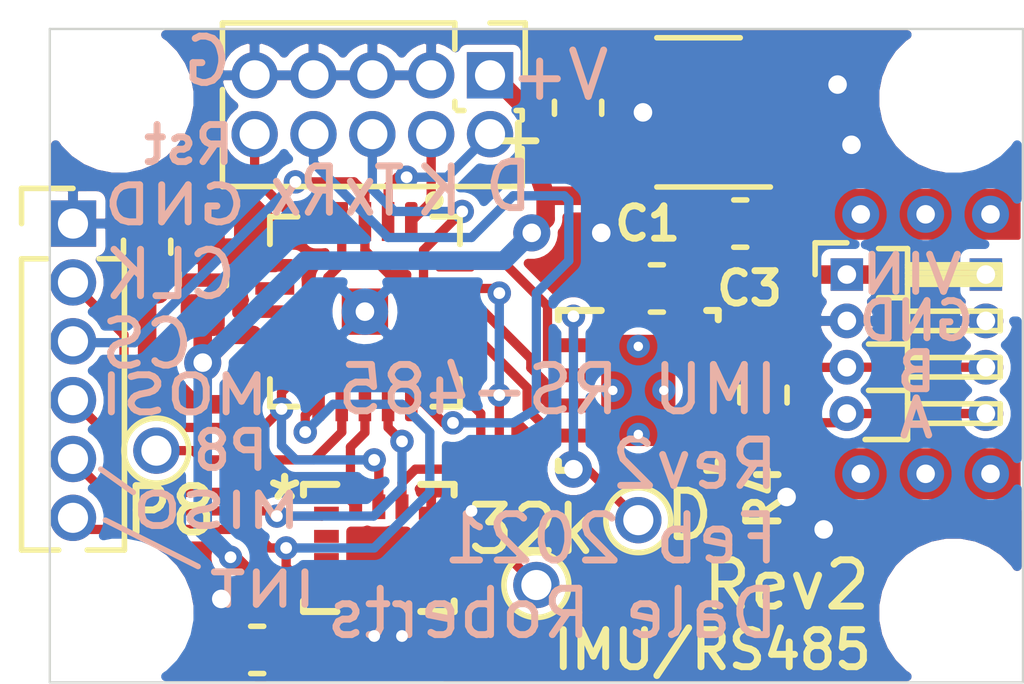
<source format=kicad_pcb>
(kicad_pcb (version 20171130) (host pcbnew "(5.1.8)-1")

  (general
    (thickness 1.6)
    (drawings 31)
    (tracks 246)
    (zones 0)
    (modules 21)
    (nets 28)
  )

  (page A4)
  (layers
    (0 F.Cu signal)
    (31 B.Cu signal hide)
    (32 B.Adhes user hide)
    (33 F.Adhes user hide)
    (34 B.Paste user hide)
    (35 F.Paste user hide)
    (36 B.SilkS user hide)
    (37 F.SilkS user)
    (38 B.Mask user hide)
    (39 F.Mask user hide)
    (40 Dwgs.User user hide)
    (41 Cmts.User user hide)
    (42 Eco1.User user hide)
    (43 Eco2.User user hide)
    (44 Edge.Cuts user)
    (45 Margin user hide)
    (46 B.CrtYd user hide)
    (47 F.CrtYd user hide)
    (48 B.Fab user hide)
    (49 F.Fab user hide)
  )

  (setup
    (last_trace_width 0.2)
    (user_trace_width 0.2)
    (user_trace_width 0.3)
    (user_trace_width 0.4)
    (trace_clearance 0.16)
    (zone_clearance 0)
    (zone_45_only no)
    (trace_min 0.155)
    (via_size 0.504)
    (via_drill 0.254)
    (via_min_size 0.4)
    (via_min_drill 0.254)
    (user_via 0.504 0.254)
    (user_via 0.8 0.4)
    (uvia_size 0.3)
    (uvia_drill 0.1)
    (uvias_allowed no)
    (uvia_min_size 0.2)
    (uvia_min_drill 0.1)
    (edge_width 0.05)
    (segment_width 0.2)
    (pcb_text_width 0.3)
    (pcb_text_size 1.5 1.5)
    (mod_edge_width 0.12)
    (mod_text_size 1 1)
    (mod_text_width 0.15)
    (pad_size 1 1)
    (pad_drill 0.65)
    (pad_to_mask_clearance 0)
    (aux_axis_origin 0 0)
    (visible_elements 7FFFEFFF)
    (pcbplotparams
      (layerselection 0x010fc_ffffffff)
      (usegerberextensions false)
      (usegerberattributes true)
      (usegerberadvancedattributes true)
      (creategerberjobfile true)
      (excludeedgelayer true)
      (linewidth 0.100000)
      (plotframeref false)
      (viasonmask true)
      (mode 1)
      (useauxorigin false)
      (hpglpennumber 1)
      (hpglpenspeed 20)
      (hpglpendiameter 15.000000)
      (psnegative false)
      (psa4output false)
      (plotreference true)
      (plotvalue true)
      (plotinvisibletext false)
      (padsonsilk false)
      (subtractmaskfromsilk false)
      (outputformat 1)
      (mirror false)
      (drillshape 0)
      (scaleselection 1)
      (outputdirectory ""))
  )

  (net 0 "")
  (net 1 GND)
  (net 2 "Net-(J2-Pad3)")
  (net 3 "Net-(U1-Pad8)")
  (net 4 "Net-(U1-Pad7)")
  (net 5 "Net-(U3-Pad10)")
  (net 6 "Net-(U3-Pad2)")
  (net 7 "Net-(U3-Pad3)")
  (net 8 VIN)
  (net 9 "Net-(C2-Pad1)")
  (net 10 VCC)
  (net 11 "Net-(C4-Pad1)")
  (net 12 "Net-(TP5-Pad1)")
  (net 13 "Net-(U1-Pad20)")
  (net 14 "Net-(U1-Pad18)")
  (net 15 "Net-(TP11-Pad1)")
  (net 16 "Net-(J2-Pad4)")
  (net 17 /SPI_INT)
  (net 18 /SPI_MISO)
  (net 19 /SPI_CLK)
  (net 20 /SPI_CS)
  (net 21 /SPI_MOSI)
  (net 22 /RSTN)
  (net 23 /RX)
  (net 24 /TX)
  (net 25 /SWDCLK)
  (net 26 /SWDIO)
  (net 27 "Net-(TP1-Pad1)")

  (net_class Default "This is the default net class."
    (clearance 0.16)
    (trace_width 0.2)
    (via_dia 0.504)
    (via_drill 0.254)
    (uvia_dia 0.3)
    (uvia_drill 0.1)
    (add_net /RSTN)
    (add_net /RX)
    (add_net /SPI_CLK)
    (add_net /SPI_CS)
    (add_net /SPI_INT)
    (add_net /SPI_MISO)
    (add_net /SPI_MOSI)
    (add_net /SWDCLK)
    (add_net /SWDIO)
    (add_net /TX)
    (add_net GND)
    (add_net "Net-(C4-Pad1)")
    (add_net "Net-(J2-Pad3)")
    (add_net "Net-(J2-Pad4)")
    (add_net "Net-(TP1-Pad1)")
    (add_net "Net-(TP11-Pad1)")
    (add_net "Net-(TP5-Pad1)")
    (add_net "Net-(U1-Pad18)")
    (add_net "Net-(U1-Pad20)")
    (add_net "Net-(U1-Pad7)")
    (add_net "Net-(U1-Pad8)")
    (add_net "Net-(U3-Pad10)")
    (add_net "Net-(U3-Pad2)")
    (add_net "Net-(U3-Pad3)")
    (add_net VCC)
  )

  (net_class PWR ""
    (clearance 0.2)
    (trace_width 0.4)
    (via_dia 0.8)
    (via_drill 0.4)
    (uvia_dia 0.3)
    (uvia_drill 0.1)
    (add_net "Net-(C2-Pad1)")
    (add_net VIN)
  )

  (module -DaleFootprints:TestPoint_D1.0mm_Drill0.65mm (layer F.Cu) (tedit 602D9047) (tstamp 602B8E26)
    (at 137.3 106.1)
    (descr "THT pad as test Point, diameter 1.0mm, hole diameter 0.5mm")
    (tags "test point THT pad")
    (path /6053A823)
    (attr virtual)
    (fp_text reference TP11 (at -4.8 0.6) (layer F.SilkS) hide
      (effects (font (size 1 1) (thickness 0.15)))
    )
    (fp_text value spare (at 0 1.55) (layer F.Fab)
      (effects (font (size 1 1) (thickness 0.15)))
    )
    (fp_text user %R (at 0 -1.45) (layer F.Fab)
      (effects (font (size 1 1) (thickness 0.15)))
    )
    (fp_circle (center 0 0) (end 0 0.7) (layer F.SilkS) (width 0.12))
    (fp_circle (center 0 0) (end 1 0) (layer F.CrtYd) (width 0.05))
    (pad 1 thru_hole circle (at 0 0) (size 1 1) (drill 0.65) (layers *.Cu *.Mask)
      (net 15 "Net-(TP11-Pad1)"))
  )

  (module -DaleFootprints:TestPoint_D1.0mm_Drill0.65mm (layer F.Cu) (tedit 602D9047) (tstamp 602CB1D6)
    (at 145.5 109)
    (descr "THT pad as test Point, diameter 1.0mm, hole diameter 0.5mm")
    (tags "test point THT pad")
    (path /5FFFAE57)
    (attr virtual)
    (fp_text reference TP5 (at 1 4.4) (layer F.SilkS) hide
      (effects (font (size 1 1) (thickness 0.15)))
    )
    (fp_text value 32k (at 0 1.55) (layer F.Fab)
      (effects (font (size 1 1) (thickness 0.15)))
    )
    (fp_text user %R (at 0 -1.45) (layer F.Fab)
      (effects (font (size 1 1) (thickness 0.15)))
    )
    (fp_circle (center 0 0) (end 0 0.7) (layer F.SilkS) (width 0.12))
    (fp_circle (center 0 0) (end 1 0) (layer F.CrtYd) (width 0.05))
    (pad 1 thru_hole circle (at 0 0) (size 1 1) (drill 0.65) (layers *.Cu *.Mask)
      (net 12 "Net-(TP5-Pad1)"))
  )

  (module -DaleFootprints:TestPoint_D1.0mm_Drill0.65mm (layer F.Cu) (tedit 602D9047) (tstamp 602DFAB4)
    (at 147.7 107.6)
    (descr "THT pad as test Point, diameter 1.0mm, hole diameter 0.5mm")
    (tags "test point THT pad")
    (path /602DBCA5)
    (attr virtual)
    (fp_text reference TP1 (at 4.2 4.8) (layer F.SilkS) hide
      (effects (font (size 1 1) (thickness 0.15)))
    )
    (fp_text value D (at 0 1.55) (layer F.Fab)
      (effects (font (size 1 1) (thickness 0.15)))
    )
    (fp_text user %R (at 0 -1.45) (layer F.Fab)
      (effects (font (size 1 1) (thickness 0.15)))
    )
    (fp_circle (center 0 0) (end 0 0.7) (layer F.SilkS) (width 0.12))
    (fp_circle (center 0 0) (end 1 0) (layer F.CrtYd) (width 0.05))
    (pad 1 thru_hole circle (at 0 0) (size 1 1) (drill 0.65) (layers *.Cu *.Mask)
      (net 27 "Net-(TP1-Pad1)"))
  )

  (module -DaleFootprints:JST_SH_Dale_1x04_P1.00mm_H_and_V (layer F.Cu) (tedit 602C8DED) (tstamp 5FF7FCCC)
    (at 152.2 102.3)
    (descr "Through hole angled pin header, 1x04, 1.00mm pitch, 2.0mm pin length, single row")
    (tags "Through hole angled pin header THT 1x04 1.00mm single row")
    (path /5FECCE2C)
    (fp_text reference J2 (at 0.6 -6.4) (layer F.SilkS) hide
      (effects (font (size 1 1) (thickness 0.15)))
    )
    (fp_text value RS-485 (at 4.7072 1.251 270) (layer F.Fab) hide
      (effects (font (size 1 1) (thickness 0.15)))
    )
    (fp_line (start 3.8 -2) (end -0.8 -2) (layer F.CrtYd) (width 0.05))
    (fp_line (start 3.8 5) (end 3.8 -2) (layer F.CrtYd) (width 0.05))
    (fp_line (start -0.8 5) (end 3.8 5) (layer F.CrtYd) (width 0.05))
    (fp_line (start -0.8 -2) (end -0.8 5) (layer F.CrtYd) (width 0.05))
    (fp_line (start -0.685 -0.685) (end 0 -0.685) (layer F.SilkS) (width 0.12))
    (fp_line (start -0.685 0) (end -0.685 -0.685) (layer F.SilkS) (width 0.12))
    (fp_line (start 3.31 3.21) (end 1.31 3.21) (layer F.SilkS) (width 0.12))
    (fp_line (start 3.31 2.79) (end 3.31 3.21) (layer F.SilkS) (width 0.12))
    (fp_line (start 1.31 2.79) (end 3.31 2.79) (layer F.SilkS) (width 0.12))
    (fp_line (start 0.468215 2.5) (end 1.31 2.5) (layer F.SilkS) (width 0.12))
    (fp_line (start 3.31 2.21) (end 1.31 2.21) (layer F.SilkS) (width 0.12))
    (fp_line (start 3.31 1.79) (end 3.31 2.21) (layer F.SilkS) (width 0.12))
    (fp_line (start 1.31 1.79) (end 3.31 1.79) (layer F.SilkS) (width 0.12))
    (fp_line (start 0.468215 1.5) (end 1.31 1.5) (layer F.SilkS) (width 0.12))
    (fp_line (start 3.31 1.21) (end 1.31 1.21) (layer F.SilkS) (width 0.12))
    (fp_line (start 3.31 0.79) (end 3.31 1.21) (layer F.SilkS) (width 0.12))
    (fp_line (start 1.31 0.79) (end 3.31 0.79) (layer F.SilkS) (width 0.12))
    (fp_line (start 0.685 0.5) (end 1.31 0.5) (layer F.SilkS) (width 0.12))
    (fp_line (start 1.31 0.09) (end 3.31 0.09) (layer F.SilkS) (width 0.12))
    (fp_line (start 1.31 -0.03) (end 3.31 -0.03) (layer F.SilkS) (width 0.12))
    (fp_line (start 1.31 -0.15) (end 3.31 -0.15) (layer F.SilkS) (width 0.12))
    (fp_line (start 3.31 0.21) (end 1.31 0.21) (layer F.SilkS) (width 0.12))
    (fp_line (start 3.31 -0.21) (end 3.31 0.21) (layer F.SilkS) (width 0.12))
    (fp_line (start 1.31 -0.21) (end 3.31 -0.21) (layer F.SilkS) (width 0.12))
    (fp_line (start 1.31 3.56) (end 0.394493 3.56) (layer F.SilkS) (width 0.12))
    (fp_line (start 1.31 -0.56) (end 1.31 3.56) (layer F.SilkS) (width 0.12))
    (fp_line (start 0.685 -0.56) (end 1.31 -0.56) (layer F.SilkS) (width 0.12))
    (fp_line (start 1.25 3.15) (end 3.25 3.15) (layer F.Fab) (width 0.1))
    (fp_line (start 3.25 2.85) (end 3.25 3.15) (layer F.Fab) (width 0.1))
    (fp_line (start 1.25 2.85) (end 3.25 2.85) (layer F.Fab) (width 0.1))
    (fp_line (start -0.15 3.15) (end 0.25 3.15) (layer F.Fab) (width 0.1))
    (fp_line (start -0.15 2.85) (end -0.15 3.15) (layer F.Fab) (width 0.1))
    (fp_line (start -0.15 2.85) (end 0.25 2.85) (layer F.Fab) (width 0.1))
    (fp_line (start 1.25 2.15) (end 3.25 2.15) (layer F.Fab) (width 0.1))
    (fp_line (start 3.25 1.85) (end 3.25 2.15) (layer F.Fab) (width 0.1))
    (fp_line (start 1.25 1.85) (end 3.25 1.85) (layer F.Fab) (width 0.1))
    (fp_line (start -0.15 2.15) (end 0.25 2.15) (layer F.Fab) (width 0.1))
    (fp_line (start -0.15 1.85) (end -0.15 2.15) (layer F.Fab) (width 0.1))
    (fp_line (start -0.15 1.85) (end 0.25 1.85) (layer F.Fab) (width 0.1))
    (fp_line (start 1.25 1.15) (end 3.25 1.15) (layer F.Fab) (width 0.1))
    (fp_line (start 3.25 0.85) (end 3.25 1.15) (layer F.Fab) (width 0.1))
    (fp_line (start 1.25 0.85) (end 3.25 0.85) (layer F.Fab) (width 0.1))
    (fp_line (start -0.15 1.15) (end 0.25 1.15) (layer F.Fab) (width 0.1))
    (fp_line (start -0.15 0.85) (end -0.15 1.15) (layer F.Fab) (width 0.1))
    (fp_line (start -0.15 0.85) (end 0.25 0.85) (layer F.Fab) (width 0.1))
    (fp_line (start 1.25 0.15) (end 3.25 0.15) (layer F.Fab) (width 0.1))
    (fp_line (start 3.25 -0.15) (end 3.25 0.15) (layer F.Fab) (width 0.1))
    (fp_line (start 1.25 -0.15) (end 3.25 -0.15) (layer F.Fab) (width 0.1))
    (fp_line (start -0.15 0.15) (end 0.25 0.15) (layer F.Fab) (width 0.1))
    (fp_line (start -0.15 -0.15) (end -0.15 0.15) (layer F.Fab) (width 0.1))
    (fp_line (start -0.15 -0.15) (end 0.25 -0.15) (layer F.Fab) (width 0.1))
    (fp_line (start 0.25 -0.25) (end 0.5 -0.5) (layer F.Fab) (width 0.1))
    (fp_line (start 0.25 3.5) (end 0.25 -0.25) (layer F.Fab) (width 0.1))
    (fp_line (start 1.25 3.5) (end 0.25 3.5) (layer F.Fab) (width 0.1))
    (fp_line (start 1.25 -0.5) (end 1.25 3.5) (layer F.Fab) (width 0.1))
    (fp_line (start 0.5 -0.5) (end 1.25 -0.5) (layer F.Fab) (width 0.1))
    (fp_poly (pts (xy 3.7 -0.8) (xy -0.3 -0.8) (xy -0.3 -1.8) (xy 3.7 -1.8)) (layer F.Mask) (width 0.1))
    (fp_poly (pts (xy 3.7 4.8) (xy -0.3 4.8) (xy -0.3 3.8) (xy 3.7 3.8)) (layer F.Cu) (width 0.1))
    (fp_poly (pts (xy 3.7 -0.8) (xy -0.3 -0.8) (xy -0.3 -1.8) (xy 3.7 -1.8)) (layer F.Cu) (width 0.1))
    (fp_poly (pts (xy 3.7 4.8) (xy -0.3 4.8) (xy -0.3 3.8) (xy 3.7 3.8)) (layer F.Mask) (width 0.1))
    (fp_text user %R (at 0.75 1.5 90) (layer F.Fab)
      (effects (font (size 0.6 0.6) (thickness 0.09)))
    )
    (pad 4 thru_hole oval (at 0 3) (size 0.75 0.75) (drill 0.4) (layers *.Cu *.Mask)
      (net 16 "Net-(J2-Pad4)"))
    (pad 3 thru_hole oval (at 0 2) (size 0.75 0.75) (drill 0.4) (layers *.Cu *.Mask)
      (net 2 "Net-(J2-Pad3)"))
    (pad 2 thru_hole oval (at 0 1) (size 0.75 0.75) (drill 0.4) (layers *.Cu *.Mask)
      (net 1 GND))
    (pad 1 thru_hole rect (at 0 0) (size 0.7 0.7) (drill 0.4) (layers *.Cu *.Mask)
      (net 8 VIN))
    (pad "" thru_hole circle (at 0.3 -1.3) (size 0.8 0.8) (drill 0.4) (layers *.Cu *.Mask))
    (pad "" thru_hole circle (at 1.7 -1.3) (size 0.8 0.8) (drill 0.4) (layers *.Cu *.Mask))
    (pad "" thru_hole circle (at 3.1 -1.3) (size 0.8 0.8) (drill 0.4) (layers *.Cu *.Mask))
    (pad "" thru_hole circle (at 0.3 4.3) (size 0.8 0.8) (drill 0.4) (layers *.Cu *.Mask))
    (pad "" thru_hole circle (at 1.7 4.3) (size 0.8 0.8) (drill 0.4) (layers *.Cu *.Mask))
    (pad "" thru_hole circle (at 3.1 4.3) (size 0.8 0.8) (drill 0.4) (layers *.Cu *.Mask))
    (pad 1 thru_hole rect (at 3 0) (size 0.7 0.7) (drill 0.4) (layers *.Cu *.Mask)
      (net 8 VIN))
    (pad 2 thru_hole oval (at 3 1) (size 0.75 0.75) (drill 0.4) (layers *.Cu *.Mask)
      (net 1 GND))
    (pad 3 thru_hole oval (at 3 2) (size 0.75 0.75) (drill 0.4) (layers *.Cu *.Mask)
      (net 2 "Net-(J2-Pad3)"))
    (pad 4 thru_hole oval (at 3 3) (size 0.75 0.75) (drill 0.4) (layers *.Cu *.Mask)
      (net 16 "Net-(J2-Pad4)"))
    (model ${KISYS3DMOD}/Connector_PinHeader_1.00mm.3dshapes/PinHeader_1x04_P1.00mm_Horizontal.wrl
      (at (xyz 0 0 0))
      (scale (xyz 1 1 1))
      (rotate (xyz 0 0 0))
    )
  )

  (module Resistor_SMD:R_0603_1608Metric_Pad1.05x0.95mm_HandSolder (layer F.Cu) (tedit 5B301BBD) (tstamp 602B8DDF)
    (at 150.4 104.9 270)
    (descr "Resistor SMD 0603 (1608 Metric), square (rectangular) end terminal, IPC_7351 nominal with elongated pad for handsoldering. (Body size source: http://www.tortai-tech.com/upload/download/2011102023233369053.pdf), generated with kicad-footprint-generator")
    (tags "resistor handsolder")
    (path /602B9B84)
    (attr smd)
    (fp_text reference R4 (at 2.2 0 90) (layer F.SilkS)
      (effects (font (size 0.7 0.7) (thickness 0.15)))
    )
    (fp_text value 100 (at 0 1.43 90) (layer F.Fab)
      (effects (font (size 1 1) (thickness 0.15)))
    )
    (fp_line (start 1.65 0.73) (end -1.65 0.73) (layer F.CrtYd) (width 0.05))
    (fp_line (start 1.65 -0.73) (end 1.65 0.73) (layer F.CrtYd) (width 0.05))
    (fp_line (start -1.65 -0.73) (end 1.65 -0.73) (layer F.CrtYd) (width 0.05))
    (fp_line (start -1.65 0.73) (end -1.65 -0.73) (layer F.CrtYd) (width 0.05))
    (fp_line (start -0.171267 0.51) (end 0.171267 0.51) (layer F.SilkS) (width 0.12))
    (fp_line (start -0.171267 -0.51) (end 0.171267 -0.51) (layer F.SilkS) (width 0.12))
    (fp_line (start 0.8 0.4) (end -0.8 0.4) (layer F.Fab) (width 0.1))
    (fp_line (start 0.8 -0.4) (end 0.8 0.4) (layer F.Fab) (width 0.1))
    (fp_line (start -0.8 -0.4) (end 0.8 -0.4) (layer F.Fab) (width 0.1))
    (fp_line (start -0.8 0.4) (end -0.8 -0.4) (layer F.Fab) (width 0.1))
    (fp_text user %R (at 0 0 90) (layer F.Fab)
      (effects (font (size 0.4 0.4) (thickness 0.06)))
    )
    (pad 2 smd roundrect (at 0.875 0 270) (size 1.05 0.95) (layers F.Cu F.Paste F.Mask) (roundrect_rratio 0.25)
      (net 16 "Net-(J2-Pad4)"))
    (pad 1 smd roundrect (at -0.875 0 270) (size 1.05 0.95) (layers F.Cu F.Paste F.Mask) (roundrect_rratio 0.25)
      (net 2 "Net-(J2-Pad3)"))
    (model ${KISYS3DMOD}/Resistor_SMD.3dshapes/R_0603_1608Metric.wrl
      (at (xyz 0 0 0))
      (scale (xyz 1 1 1))
      (rotate (xyz 0 0 0))
    )
  )

  (module -DaleFootprints:MAX32660_QFN20 (layer F.Cu) (tedit 602C73B0) (tstamp 5FFBA77A)
    (at 141.8 103.1 270)
    (path /5FEBA66C)
    (attr smd)
    (fp_text reference U1 (at 9.6 6.2 270) (layer F.SilkS) hide
      (effects (font (size 1 1) (thickness 0.05)))
    )
    (fp_text value MAX32660GTP+ (at 0.5 8.7 270) (layer F.SilkS) hide
      (effects (font (size 1 1) (thickness 0.05)))
    )
    (fp_circle (center -2.4 -1.5) (end -2.3 -1.5) (layer F.SilkS) (width 0.2))
    (fp_circle (center -2.4 -1.5) (end -2.3 -1.5) (layer Eco2.User) (width 0.2))
    (fp_line (start 2.05 2.05) (end -2.05 2.05) (layer Eco2.User) (width 0.127))
    (fp_line (start 2.05 -2.05) (end -2.05 -2.05) (layer Eco2.User) (width 0.127))
    (fp_line (start 2.05 2.05) (end 2.05 -2.05) (layer Eco2.User) (width 0.127))
    (fp_line (start -2.05 2.05) (end -2.05 -2.05) (layer Eco2.User) (width 0.127))
    (fp_line (start 2.05 2.05) (end 1.455 2.05) (layer F.SilkS) (width 0.127))
    (fp_line (start 2.05 -2.05) (end 1.455 -2.05) (layer F.SilkS) (width 0.127))
    (fp_line (start -2.05 2.05) (end -1.455 2.05) (layer F.SilkS) (width 0.127))
    (fp_line (start -2.05 -2.05) (end -1.455 -2.05) (layer F.SilkS) (width 0.127))
    (fp_line (start 2.05 2.05) (end 2.05 1.455) (layer F.SilkS) (width 0.127))
    (fp_line (start 2.05 -2.05) (end 2.05 -1.455) (layer F.SilkS) (width 0.127))
    (fp_line (start -2.05 2.05) (end -2.05 1.455) (layer F.SilkS) (width 0.127))
    (fp_line (start -2.05 -2.05) (end -2.05 -1.455) (layer F.SilkS) (width 0.127))
    (fp_line (start -2.615 2.615) (end 2.615 2.615) (layer Eco1.User) (width 0.05))
    (fp_line (start -2.615 -2.615) (end 2.615 -2.615) (layer Eco1.User) (width 0.05))
    (fp_line (start -2.615 2.615) (end -2.615 -2.615) (layer Eco1.User) (width 0.05))
    (fp_line (start 2.615 2.615) (end 2.615 -2.615) (layer Eco1.User) (width 0.05))
    (pad 21 smd rect (at 0 0 270) (size 1 1) (layers F.Cu F.Paste F.Mask)
      (net 1 GND))
    (pad 15 smd roundrect (at 1.945 -1 270) (size 0.84 0.27) (layers F.Cu F.Paste F.Mask) (roundrect_rratio 0.25)
      (net 23 /RX))
    (pad 14 smd rect (at 1.945 -0.5 270) (size 0.84 0.27) (layers F.Cu F.Paste F.Mask)
      (net 18 /SPI_MISO))
    (pad 13 smd rect (at 1.945 0 270) (size 0.84 0.27) (layers F.Cu F.Paste F.Mask)
      (net 21 /SPI_MOSI))
    (pad 12 smd rect (at 1.945 0.5 270) (size 0.84 0.27) (layers F.Cu F.Paste F.Mask)
      (net 15 "Net-(TP11-Pad1)"))
    (pad 11 smd roundrect (at 1.945 1 270) (size 0.84 0.27) (layers F.Cu F.Paste F.Mask) (roundrect_rratio 0.25)
      (net 17 /SPI_INT))
    (pad 5 smd roundrect (at -1.945 1 270) (size 0.84 0.27) (layers F.Cu F.Paste F.Mask) (roundrect_rratio 0.25)
      (net 22 /RSTN))
    (pad 4 smd rect (at -1.945 0.5 270) (size 0.84 0.27) (layers F.Cu F.Paste F.Mask)
      (net 19 /SPI_CLK))
    (pad 3 smd rect (at -1.945 0 270) (size 0.84 0.27) (layers F.Cu F.Paste F.Mask)
      (net 20 /SPI_CS))
    (pad 2 smd rect (at -1.945 -0.5 270) (size 0.84 0.27) (layers F.Cu F.Paste F.Mask)
      (net 26 /SWDIO))
    (pad 1 smd roundrect (at -1.945 -1 270) (size 0.84 0.27) (layers F.Cu F.Paste F.Mask) (roundrect_rratio 0.25)
      (net 25 /SWDCLK))
    (pad 20 smd roundrect (at -1 -1.945) (size 0.84 0.27) (layers F.Cu F.Paste F.Mask) (roundrect_rratio 0.25)
      (net 13 "Net-(U1-Pad20)"))
    (pad 19 smd rect (at -0.5 -1.945) (size 0.84 0.27) (layers F.Cu F.Paste F.Mask)
      (net 12 "Net-(TP5-Pad1)"))
    (pad 18 smd rect (at 0 -1.945) (size 0.84 0.27) (layers F.Cu F.Paste F.Mask)
      (net 14 "Net-(U1-Pad18)"))
    (pad 17 smd rect (at 0.5 -1.945) (size 0.84 0.27) (layers F.Cu F.Paste F.Mask)
      (net 27 "Net-(TP1-Pad1)"))
    (pad 16 smd roundrect (at 1 -1.945) (size 0.84 0.27) (layers F.Cu F.Paste F.Mask) (roundrect_rratio 0.25)
      (net 24 /TX))
    (pad 10 smd roundrect (at 1 1.945) (size 0.84 0.27) (layers F.Cu F.Paste F.Mask) (roundrect_rratio 0.25)
      (net 11 "Net-(C4-Pad1)"))
    (pad 9 smd rect (at 0.5 1.945) (size 0.84 0.27) (layers F.Cu F.Paste F.Mask)
      (net 10 VCC))
    (pad 8 smd rect (at 0 1.945) (size 0.84 0.27) (layers F.Cu F.Paste F.Mask)
      (net 3 "Net-(U1-Pad8)"))
    (pad 7 smd rect (at -0.5 1.945) (size 0.84 0.27) (layers F.Cu F.Paste F.Mask)
      (net 4 "Net-(U1-Pad7)"))
    (pad 6 smd roundrect (at -1 1.945) (size 0.84 0.27) (layers F.Cu F.Paste F.Mask) (roundrect_rratio 0.25)
      (net 1 GND))
    (pad 21 thru_hole circle (at 0 0 270) (size 1 1) (drill 0.4) (layers *.Cu *.Mask)
      (net 1 GND))
  )

  (module -DaleFootprints:ICM-42688-P (layer F.Cu) (tedit 5FFDCDB2) (tstamp 602C671C)
    (at 142.1 108.2)
    (path /5FEBB022)
    (fp_text reference U3 (at 0.1 5.2) (layer F.SilkS) hide
      (effects (font (size 1 1) (thickness 0.15)))
    )
    (fp_text value ICM-42688-P (at 0 3.9) (layer F.SilkS) hide
      (effects (font (size 1 1) (thickness 0.15)))
    )
    (fp_line (start -1.6256 1.3716) (end -0.905585 1.3716) (layer F.SilkS) (width 0.1524))
    (fp_line (start 1.6256 1.3716) (end 1.6256 1.144182) (layer F.SilkS) (width 0.1524))
    (fp_line (start 1.6256 -1.3716) (end 0.905585 -1.3716) (layer F.SilkS) (width 0.1524))
    (fp_line (start -1.6256 -1.3716) (end -1.6256 -1.144182) (layer F.SilkS) (width 0.1524))
    (fp_line (start -1.6256 1.144182) (end -1.6256 1.3716) (layer F.SilkS) (width 0.1524))
    (fp_line (start 0.905585 1.3716) (end 1.6256 1.3716) (layer F.SilkS) (width 0.1524))
    (fp_line (start 1.6256 -1.144182) (end 1.6256 -1.3716) (layer F.SilkS) (width 0.1524))
    (fp_line (start -0.905585 -1.3716) (end -1.6256 -1.3716) (layer F.SilkS) (width 0.1524))
    (fp_line (start -1.7526 1.4986) (end -1.7526 1.1564) (layer F.CrtYd) (width 0.1524))
    (fp_line (start -1.7526 1.1564) (end -1.7526 1.1564) (layer F.CrtYd) (width 0.1524))
    (fp_line (start -1.7526 1.1564) (end -1.7526 -1.1564) (layer F.CrtYd) (width 0.1524))
    (fp_line (start -1.7526 -1.1564) (end -1.7526 -1.1564) (layer F.CrtYd) (width 0.1524))
    (fp_line (start -1.7526 -1.1564) (end -1.7526 -1.4986) (layer F.CrtYd) (width 0.1524))
    (fp_line (start -1.7526 -1.4986) (end -0.9064 -1.4986) (layer F.CrtYd) (width 0.1524))
    (fp_line (start -0.9064 -1.4986) (end -0.9064 -1.4986) (layer F.CrtYd) (width 0.1524))
    (fp_line (start -0.9064 -1.4986) (end 0.9064 -1.4986) (layer F.CrtYd) (width 0.1524))
    (fp_line (start 0.9064 -1.4986) (end 0.9064 -1.4986) (layer F.CrtYd) (width 0.1524))
    (fp_line (start 0.9064 -1.4986) (end 1.7526 -1.4986) (layer F.CrtYd) (width 0.1524))
    (fp_line (start 1.7526 -1.4986) (end 1.7526 -1.1564) (layer F.CrtYd) (width 0.1524))
    (fp_line (start 1.7526 -1.1564) (end 1.7526 -1.1564) (layer F.CrtYd) (width 0.1524))
    (fp_line (start 1.7526 -1.1564) (end 1.7526 1.1564) (layer F.CrtYd) (width 0.1524))
    (fp_line (start 1.7526 1.1564) (end 1.7526 1.1564) (layer F.CrtYd) (width 0.1524))
    (fp_line (start 1.7526 1.1564) (end 1.7526 1.4986) (layer F.CrtYd) (width 0.1524))
    (fp_line (start 1.7526 1.4986) (end 0.9064 1.4986) (layer F.CrtYd) (width 0.1524))
    (fp_line (start 0.9064 1.4986) (end 0.9064 1.4986) (layer F.CrtYd) (width 0.1524))
    (fp_line (start 0.9064 1.4986) (end -0.9064 1.4986) (layer F.CrtYd) (width 0.1524))
    (fp_line (start -0.9064 1.4986) (end -0.9064 1.4986) (layer F.CrtYd) (width 0.1524))
    (fp_line (start -0.9064 1.4986) (end -1.7526 1.4986) (layer F.CrtYd) (width 0.1524))
    (fp_text user * (at -2.032 -1) (layer F.SilkS)
      (effects (font (size 1 1) (thickness 0.15)))
    )
    (fp_text user * (at -2.032 -1) (layer F.SilkS)
      (effects (font (size 1 1) (thickness 0.15)))
    )
    (pad 1 smd rect (at -1.1303 -0.750001 90) (size 0.28 0.5334) (layers F.Cu F.Paste F.Mask)
      (net 18 /SPI_MISO))
    (pad 2 smd rect (at -1.1303 -0.25 90) (size 0.28 0.5334) (layers F.Cu F.Paste F.Mask)
      (net 6 "Net-(U3-Pad2)"))
    (pad 3 smd rect (at -1.1303 0.25 90) (size 0.28 0.5334) (layers F.Cu F.Paste F.Mask)
      (net 7 "Net-(U3-Pad3)"))
    (pad 4 smd rect (at -1.1303 0.750001 90) (size 0.28 0.5334) (layers F.Cu F.Paste F.Mask)
      (net 17 /SPI_INT))
    (pad 5 smd rect (at -0.499999 0.889) (size 0.28 0.5334) (layers F.Cu F.Paste F.Mask)
      (net 10 VCC))
    (pad 6 smd rect (at 0 0.889) (size 0.28 0.5334) (layers F.Cu F.Paste F.Mask)
      (net 1 GND))
    (pad 7 smd rect (at 0.499999 0.889) (size 0.28 0.5334) (layers F.Cu F.Paste F.Mask)
      (net 1 GND))
    (pad 8 smd rect (at 1.1303 0.750001 90) (size 0.28 0.5334) (layers F.Cu F.Paste F.Mask)
      (net 10 VCC))
    (pad 9 smd rect (at 1.1303 0.25 90) (size 0.28 0.5334) (layers F.Cu F.Paste F.Mask)
      (net 12 "Net-(TP5-Pad1)"))
    (pad 10 smd rect (at 1.1303 -0.25 90) (size 0.28 0.5334) (layers F.Cu F.Paste F.Mask)
      (net 5 "Net-(U3-Pad10)"))
    (pad 11 smd rect (at 1.1303 -0.750001 90) (size 0.28 0.5334) (layers F.Cu F.Paste F.Mask)
      (net 1 GND))
    (pad 12 smd rect (at 0.499999 -0.889) (size 0.28 0.5334) (layers F.Cu F.Paste F.Mask)
      (net 20 /SPI_CS))
    (pad 13 smd rect (at 0 -0.889) (size 0.28 0.5334) (layers F.Cu F.Paste F.Mask)
      (net 19 /SPI_CLK))
    (pad 14 smd rect (at -0.499999 -0.889) (size 0.28 0.5334) (layers F.Cu F.Paste F.Mask)
      (net 21 /SPI_MOSI))
  )

  (module Connector_PinHeader_1.27mm:PinHeader_1x06_P1.27mm_Vertical (layer F.Cu) (tedit 59FED6E3) (tstamp 602CBFAD)
    (at 135.5 101.2)
    (descr "Through hole straight pin header, 1x06, 1.27mm pitch, single row")
    (tags "Through hole pin header THT 1x06 1.27mm single row")
    (path /6062C498)
    (fp_text reference J3 (at -1.6 -1.8) (layer F.SilkS) hide
      (effects (font (size 1 1) (thickness 0.15)))
    )
    (fp_text value SPI_Debug (at 0 8.045) (layer F.Fab)
      (effects (font (size 1 1) (thickness 0.15)))
    )
    (fp_line (start -0.525 -0.635) (end 1.05 -0.635) (layer F.Fab) (width 0.1))
    (fp_line (start 1.05 -0.635) (end 1.05 6.985) (layer F.Fab) (width 0.1))
    (fp_line (start 1.05 6.985) (end -1.05 6.985) (layer F.Fab) (width 0.1))
    (fp_line (start -1.05 6.985) (end -1.05 -0.11) (layer F.Fab) (width 0.1))
    (fp_line (start -1.05 -0.11) (end -0.525 -0.635) (layer F.Fab) (width 0.1))
    (fp_line (start -1.11 7.045) (end -0.30753 7.045) (layer F.SilkS) (width 0.12))
    (fp_line (start 0.30753 7.045) (end 1.11 7.045) (layer F.SilkS) (width 0.12))
    (fp_line (start -1.11 0.76) (end -1.11 7.045) (layer F.SilkS) (width 0.12))
    (fp_line (start 1.11 0.76) (end 1.11 7.045) (layer F.SilkS) (width 0.12))
    (fp_line (start -1.11 0.76) (end -0.563471 0.76) (layer F.SilkS) (width 0.12))
    (fp_line (start 0.563471 0.76) (end 1.11 0.76) (layer F.SilkS) (width 0.12))
    (fp_line (start -1.11 0) (end -1.11 -0.76) (layer F.SilkS) (width 0.12))
    (fp_line (start -1.11 -0.76) (end 0 -0.76) (layer F.SilkS) (width 0.12))
    (fp_line (start -1.55 -1.15) (end -1.55 7.5) (layer F.CrtYd) (width 0.05))
    (fp_line (start -1.55 7.5) (end 1.55 7.5) (layer F.CrtYd) (width 0.05))
    (fp_line (start 1.55 7.5) (end 1.55 -1.15) (layer F.CrtYd) (width 0.05))
    (fp_line (start 1.55 -1.15) (end -1.55 -1.15) (layer F.CrtYd) (width 0.05))
    (fp_text user %R (at 0 3.175 90) (layer F.Fab)
      (effects (font (size 1 1) (thickness 0.15)))
    )
    (pad 6 thru_hole oval (at 0 6.35) (size 1 1) (drill 0.65) (layers *.Cu *.Mask)
      (net 17 /SPI_INT))
    (pad 5 thru_hole oval (at 0 5.08) (size 1 1) (drill 0.65) (layers *.Cu *.Mask)
      (net 18 /SPI_MISO))
    (pad 4 thru_hole oval (at 0 3.81) (size 1 1) (drill 0.65) (layers *.Cu *.Mask)
      (net 21 /SPI_MOSI))
    (pad 3 thru_hole oval (at 0 2.54) (size 1 1) (drill 0.65) (layers *.Cu *.Mask)
      (net 20 /SPI_CS))
    (pad 2 thru_hole oval (at 0 1.27) (size 1 1) (drill 0.65) (layers *.Cu *.Mask)
      (net 19 /SPI_CLK))
    (pad 1 thru_hole rect (at 0 0) (size 1 1) (drill 0.65) (layers *.Cu *.Mask)
      (net 1 GND))
    (model ${KISYS3DMOD}/Connector_PinHeader_1.27mm.3dshapes/PinHeader_1x06_P1.27mm_Vertical.wrl
      (at (xyz 0 0 0))
      (scale (xyz 1 1 1))
      (rotate (xyz 0 0 0))
    )
  )

  (module Connector_PinHeader_1.27mm:PinHeader_2x05_P1.27mm_Vertical (layer F.Cu) (tedit 59FED6E3) (tstamp 602B8D5B)
    (at 144.5 98 270)
    (descr "Through hole straight pin header, 2x05, 1.27mm pitch, double rows")
    (tags "Through hole pin header THT 2x05 1.27mm double row")
    (path /6035DE97)
    (fp_text reference J1 (at -4 2.4 90) (layer F.SilkS) hide
      (effects (font (size 1 1) (thickness 0.15)))
    )
    (fp_text value "DAPLink Debug" (at 0.635 6.775 90) (layer F.Fab)
      (effects (font (size 1 1) (thickness 0.15)))
    )
    (fp_line (start -0.2175 -0.635) (end 2.34 -0.635) (layer F.Fab) (width 0.1))
    (fp_line (start 2.34 -0.635) (end 2.34 5.715) (layer F.Fab) (width 0.1))
    (fp_line (start 2.34 5.715) (end -1.07 5.715) (layer F.Fab) (width 0.1))
    (fp_line (start -1.07 5.715) (end -1.07 0.2175) (layer F.Fab) (width 0.1))
    (fp_line (start -1.07 0.2175) (end -0.2175 -0.635) (layer F.Fab) (width 0.1))
    (fp_line (start -1.13 5.775) (end -0.30753 5.775) (layer F.SilkS) (width 0.12))
    (fp_line (start 1.57753 5.775) (end 2.4 5.775) (layer F.SilkS) (width 0.12))
    (fp_line (start 0.30753 5.775) (end 0.96247 5.775) (layer F.SilkS) (width 0.12))
    (fp_line (start -1.13 0.76) (end -1.13 5.775) (layer F.SilkS) (width 0.12))
    (fp_line (start 2.4 -0.695) (end 2.4 5.775) (layer F.SilkS) (width 0.12))
    (fp_line (start -1.13 0.76) (end -0.563471 0.76) (layer F.SilkS) (width 0.12))
    (fp_line (start 0.563471 0.76) (end 0.706529 0.76) (layer F.SilkS) (width 0.12))
    (fp_line (start 0.76 0.706529) (end 0.76 0.563471) (layer F.SilkS) (width 0.12))
    (fp_line (start 0.76 -0.563471) (end 0.76 -0.695) (layer F.SilkS) (width 0.12))
    (fp_line (start 0.76 -0.695) (end 0.96247 -0.695) (layer F.SilkS) (width 0.12))
    (fp_line (start 1.57753 -0.695) (end 2.4 -0.695) (layer F.SilkS) (width 0.12))
    (fp_line (start -1.13 0) (end -1.13 -0.76) (layer F.SilkS) (width 0.12))
    (fp_line (start -1.13 -0.76) (end 0 -0.76) (layer F.SilkS) (width 0.12))
    (fp_line (start -1.6 -1.15) (end -1.6 6.25) (layer F.CrtYd) (width 0.05))
    (fp_line (start -1.6 6.25) (end 2.85 6.25) (layer F.CrtYd) (width 0.05))
    (fp_line (start 2.85 6.25) (end 2.85 -1.15) (layer F.CrtYd) (width 0.05))
    (fp_line (start 2.85 -1.15) (end -1.6 -1.15) (layer F.CrtYd) (width 0.05))
    (fp_text user %R (at 0.635 2.54) (layer F.Fab)
      (effects (font (size 1 1) (thickness 0.15)))
    )
    (pad 10 thru_hole oval (at 1.27 5.08 270) (size 1 1) (drill 0.65) (layers *.Cu *.Mask)
      (net 22 /RSTN))
    (pad 9 thru_hole oval (at 0 5.08 270) (size 1 1) (drill 0.65) (layers *.Cu *.Mask)
      (net 1 GND))
    (pad 8 thru_hole oval (at 1.27 3.81 270) (size 1 1) (drill 0.65) (layers *.Cu *.Mask)
      (net 23 /RX))
    (pad 7 thru_hole oval (at 0 3.81 270) (size 1 1) (drill 0.65) (layers *.Cu *.Mask)
      (net 1 GND))
    (pad 6 thru_hole oval (at 1.27 2.54 270) (size 1 1) (drill 0.65) (layers *.Cu *.Mask)
      (net 24 /TX))
    (pad 5 thru_hole oval (at 0 2.54 270) (size 1 1) (drill 0.65) (layers *.Cu *.Mask)
      (net 1 GND))
    (pad 4 thru_hole oval (at 1.27 1.27 270) (size 1 1) (drill 0.65) (layers *.Cu *.Mask)
      (net 25 /SWDCLK))
    (pad 3 thru_hole oval (at 0 1.27 270) (size 1 1) (drill 0.65) (layers *.Cu *.Mask)
      (net 1 GND))
    (pad 2 thru_hole oval (at 1.27 0 270) (size 1 1) (drill 0.65) (layers *.Cu *.Mask)
      (net 26 /SWDIO))
    (pad 1 thru_hole rect (at 0 0 270) (size 1 1) (drill 0.65) (layers *.Cu *.Mask)
      (net 10 VCC))
    (model ${KISYS3DMOD}/Connector_PinHeader_1.27mm.3dshapes/PinHeader_2x05_P1.27mm_Vertical.wrl
      (at (xyz 0 0 0))
      (scale (xyz 1 1 1))
      (rotate (xyz 0 0 0))
    )
  )

  (module Capacitor_SMD:C_0603_1608Metric (layer F.Cu) (tedit 5F68FEEE) (tstamp 5FFB52A7)
    (at 149.9 101.2)
    (descr "Capacitor SMD 0603 (1608 Metric), square (rectangular) end terminal, IPC_7351 nominal, (Body size source: IPC-SM-782 page 76, https://www.pcb-3d.com/wordpress/wp-content/uploads/ipc-sm-782a_amendment_1_and_2.pdf), generated with kicad-footprint-generator")
    (tags capacitor)
    (path /60006EF5)
    (attr smd)
    (fp_text reference C1 (at -2 0) (layer F.SilkS)
      (effects (font (size 0.7 0.7) (thickness 0.15)))
    )
    (fp_text value C (at 0 1.43) (layer F.Fab)
      (effects (font (size 1 1) (thickness 0.15)))
    )
    (fp_line (start 1.48 0.73) (end -1.48 0.73) (layer F.CrtYd) (width 0.05))
    (fp_line (start 1.48 -0.73) (end 1.48 0.73) (layer F.CrtYd) (width 0.05))
    (fp_line (start -1.48 -0.73) (end 1.48 -0.73) (layer F.CrtYd) (width 0.05))
    (fp_line (start -1.48 0.73) (end -1.48 -0.73) (layer F.CrtYd) (width 0.05))
    (fp_line (start -0.14058 0.51) (end 0.14058 0.51) (layer F.SilkS) (width 0.12))
    (fp_line (start -0.14058 -0.51) (end 0.14058 -0.51) (layer F.SilkS) (width 0.12))
    (fp_line (start 0.8 0.4) (end -0.8 0.4) (layer F.Fab) (width 0.1))
    (fp_line (start 0.8 -0.4) (end 0.8 0.4) (layer F.Fab) (width 0.1))
    (fp_line (start -0.8 -0.4) (end 0.8 -0.4) (layer F.Fab) (width 0.1))
    (fp_line (start -0.8 0.4) (end -0.8 -0.4) (layer F.Fab) (width 0.1))
    (fp_text user %R (at 0 0) (layer F.Fab)
      (effects (font (size 0.4 0.4) (thickness 0.06)))
    )
    (pad 2 smd roundrect (at 0.775 0) (size 0.9 0.95) (layers F.Cu F.Paste F.Mask) (roundrect_rratio 0.25)
      (net 1 GND))
    (pad 1 smd roundrect (at -0.775 0) (size 0.9 0.95) (layers F.Cu F.Paste F.Mask) (roundrect_rratio 0.25)
      (net 8 VIN))
    (model ${KISYS3DMOD}/Capacitor_SMD.3dshapes/C_0603_1608Metric.wrl
      (at (xyz 0 0 0))
      (scale (xyz 1 1 1))
      (rotate (xyz 0 0 0))
    )
  )

  (module -DaleFootprints:MountingHole_1.8mm locked (layer F.Cu) (tedit 602BE91F) (tstamp 602C1130)
    (at 136.5 98.5)
    (descr "Mounting Hole 2.1mm, no annular")
    (tags "mounting hole 2.1mm no annular")
    (attr virtual)
    (fp_text reference " " (at 0 -3.2) (layer F.SilkS) hide
      (effects (font (size 1 1) (thickness 0.15)))
    )
    (fp_text value " " (at 0 3.2) (layer F.Fab)
      (effects (font (size 1 1) (thickness 0.15)))
    )
    (fp_circle (center 0 0) (end 1.5 0) (layer F.CrtYd) (width 0.05))
    (pad "" np_thru_hole circle (at 0 0) (size 1.8 1.8) (drill 1.8) (layers *.Cu *.Mask)
      (clearance 0.7))
  )

  (module -DaleFootprints:MountingHole_1.8mm locked (layer F.Cu) (tedit 602BE91F) (tstamp 602C114B)
    (at 154.5 98.5)
    (descr "Mounting Hole 2.1mm, no annular")
    (tags "mounting hole 2.1mm no annular")
    (attr virtual)
    (fp_text reference " " (at 0 -3.2) (layer F.SilkS) hide
      (effects (font (size 1 1) (thickness 0.15)))
    )
    (fp_text value " " (at 0 3.2) (layer F.Fab)
      (effects (font (size 1 1) (thickness 0.15)))
    )
    (fp_circle (center 0 0) (end 1.5 0) (layer F.CrtYd) (width 0.05))
    (pad "" np_thru_hole circle (at 0 0) (size 1.8 1.8) (drill 1.8) (layers *.Cu *.Mask)
      (clearance 0.7))
  )

  (module -DaleFootprints:MountingHole_1.8mm locked (layer F.Cu) (tedit 602BE91F) (tstamp 602C1141)
    (at 154.5 109.6)
    (descr "Mounting Hole 2.1mm, no annular")
    (tags "mounting hole 2.1mm no annular")
    (attr virtual)
    (fp_text reference " " (at 0 -3.2) (layer F.SilkS) hide
      (effects (font (size 1 1) (thickness 0.15)))
    )
    (fp_text value " " (at 0 3.2) (layer F.Fab)
      (effects (font (size 1 1) (thickness 0.15)))
    )
    (fp_circle (center 0 0) (end 1.5 0) (layer F.CrtYd) (width 0.05))
    (pad "" np_thru_hole circle (at 0 0) (size 1.8 1.8) (drill 1.8) (layers *.Cu *.Mask)
      (clearance 0.7))
  )

  (module -DaleFootprints:MountingHole_1.8mm locked (layer F.Cu) (tedit 602BE91F) (tstamp 602C1137)
    (at 136.5 109.6)
    (descr "Mounting Hole 2.1mm, no annular")
    (tags "mounting hole 2.1mm no annular")
    (attr virtual)
    (fp_text reference " " (at 0 -3.2) (layer F.SilkS) hide
      (effects (font (size 1 1) (thickness 0.15)))
    )
    (fp_text value " " (at 0 3.2) (layer F.Fab)
      (effects (font (size 1 1) (thickness 0.15)))
    )
    (fp_circle (center 0 0) (end 1.5 0) (layer F.CrtYd) (width 0.05))
    (pad "" np_thru_hole circle (at 0 0) (size 1.8 1.8) (drill 1.8) (layers *.Cu *.Mask)
      (clearance 0.7))
  )

  (module -DaleFootprints:THVD1450DRBR_VSON (layer F.Cu) (tedit 602B21F2) (tstamp 5FF7FDE3)
    (at 147.7 104.8)
    (path /5FEBFB19)
    (fp_text reference U2 (at 1.4 7.7) (layer F.SilkS) hide
      (effects (font (size 1 1) (thickness 0.15)))
    )
    (fp_text value THVD1450DGK (at -5.5 -9.2) (layer F.SilkS) hide
      (effects (font (size 1 1) (thickness 0.15)))
    )
    (fp_circle (center -1.024999 -0.974999) (end -0.725 -0.974999) (layer F.Fab) (width 0.1524))
    (fp_line (start -0.734075 -0.138755) (end -0.735 -0.148151) (layer F.Paste) (width 0.1524))
    (fp_line (start -0.731335 -0.129723) (end -0.734075 -0.138755) (layer F.Paste) (width 0.1524))
    (fp_line (start -0.726884 -0.121399) (end -0.731335 -0.129723) (layer F.Paste) (width 0.1524))
    (fp_line (start -0.720898 -0.114102) (end -0.726884 -0.121399) (layer F.Paste) (width 0.1524))
    (fp_line (start -0.7136 -0.108115) (end -0.720898 -0.114102) (layer F.Paste) (width 0.1524))
    (fp_line (start -0.705277 -0.103665) (end -0.7136 -0.108115) (layer F.Paste) (width 0.1524))
    (fp_line (start -0.696244 -0.100924) (end -0.705277 -0.103665) (layer F.Paste) (width 0.1524))
    (fp_line (start -0.686849 -0.1) (end -0.696244 -0.100924) (layer F.Paste) (width 0.1524))
    (fp_line (start 0.686849 -0.1) (end -0.686849 -0.1) (layer F.Paste) (width 0.1524))
    (fp_line (start 0.696244 -0.100924) (end 0.686849 -0.1) (layer F.Paste) (width 0.1524))
    (fp_line (start 0.705277 -0.103665) (end 0.696244 -0.100924) (layer F.Paste) (width 0.1524))
    (fp_line (start 0.7136 -0.108115) (end 0.705277 -0.103665) (layer F.Paste) (width 0.1524))
    (fp_line (start 0.720898 -0.114102) (end 0.7136 -0.108115) (layer F.Paste) (width 0.1524))
    (fp_line (start 0.726884 -0.121399) (end 0.720898 -0.114102) (layer F.Paste) (width 0.1524))
    (fp_line (start 0.731335 -0.129723) (end 0.726884 -0.121399) (layer F.Paste) (width 0.1524))
    (fp_line (start 0.734075 -0.138755) (end 0.731335 -0.129723) (layer F.Paste) (width 0.1524))
    (fp_line (start 0.735 -0.148151) (end 0.734075 -0.138755) (layer F.Paste) (width 0.1524))
    (fp_line (start 0.735 -1.121849) (end 0.735 -0.148151) (layer F.Paste) (width 0.1524))
    (fp_line (start 0.734075 -1.131245) (end 0.735 -1.121849) (layer F.Paste) (width 0.1524))
    (fp_line (start 0.731335 -1.140277) (end 0.734075 -1.131245) (layer F.Paste) (width 0.1524))
    (fp_line (start 0.726884 -1.148601) (end 0.731335 -1.140277) (layer F.Paste) (width 0.1524))
    (fp_line (start 0.720898 -1.155898) (end 0.726884 -1.148601) (layer F.Paste) (width 0.1524))
    (fp_line (start 0.7136 -1.161885) (end 0.720898 -1.155898) (layer F.Paste) (width 0.1524))
    (fp_line (start 0.705277 -1.166335) (end 0.7136 -1.161885) (layer F.Paste) (width 0.1524))
    (fp_line (start 0.696244 -1.169076) (end 0.705277 -1.166335) (layer F.Paste) (width 0.1524))
    (fp_line (start 0.686849 -1.17) (end 0.696244 -1.169076) (layer F.Paste) (width 0.1524))
    (fp_line (start -0.686849 -1.17) (end 0.686849 -1.17) (layer F.Paste) (width 0.1524))
    (fp_line (start -0.696244 -1.169076) (end -0.686849 -1.17) (layer F.Paste) (width 0.1524))
    (fp_line (start -0.705277 -1.166335) (end -0.696244 -1.169076) (layer F.Paste) (width 0.1524))
    (fp_line (start -0.7136 -1.161885) (end -0.705277 -1.166335) (layer F.Paste) (width 0.1524))
    (fp_line (start -0.720898 -1.155898) (end -0.7136 -1.161885) (layer F.Paste) (width 0.1524))
    (fp_line (start -0.726884 -1.148601) (end -0.720898 -1.155898) (layer F.Paste) (width 0.1524))
    (fp_line (start -0.731335 -1.140277) (end -0.726884 -1.148601) (layer F.Paste) (width 0.1524))
    (fp_line (start -0.734075 -1.131245) (end -0.731335 -1.140277) (layer F.Paste) (width 0.1524))
    (fp_line (start -0.735 -1.121849) (end -0.734075 -1.131245) (layer F.Paste) (width 0.1524))
    (fp_line (start -0.735 -0.148151) (end -0.735 -1.121849) (layer F.Paste) (width 0.1524))
    (fp_line (start -0.734075 1.131245) (end -0.735 1.121849) (layer F.Paste) (width 0.1524))
    (fp_line (start -0.731335 1.140277) (end -0.734075 1.131245) (layer F.Paste) (width 0.1524))
    (fp_line (start -0.726884 1.148601) (end -0.731335 1.140277) (layer F.Paste) (width 0.1524))
    (fp_line (start -0.720898 1.155898) (end -0.726884 1.148601) (layer F.Paste) (width 0.1524))
    (fp_line (start -0.7136 1.161885) (end -0.720898 1.155898) (layer F.Paste) (width 0.1524))
    (fp_line (start -0.705277 1.166335) (end -0.7136 1.161885) (layer F.Paste) (width 0.1524))
    (fp_line (start -0.696244 1.169076) (end -0.705277 1.166335) (layer F.Paste) (width 0.1524))
    (fp_line (start -0.686849 1.17) (end -0.696244 1.169076) (layer F.Paste) (width 0.1524))
    (fp_line (start 0.686849 1.17) (end -0.686849 1.17) (layer F.Paste) (width 0.1524))
    (fp_line (start 0.696244 1.169076) (end 0.686849 1.17) (layer F.Paste) (width 0.1524))
    (fp_line (start 0.705277 1.166335) (end 0.696244 1.169076) (layer F.Paste) (width 0.1524))
    (fp_line (start 0.7136 1.161885) (end 0.705277 1.166335) (layer F.Paste) (width 0.1524))
    (fp_line (start 0.720898 1.155898) (end 0.7136 1.161885) (layer F.Paste) (width 0.1524))
    (fp_line (start 0.726884 1.148601) (end 0.720898 1.155898) (layer F.Paste) (width 0.1524))
    (fp_line (start 0.731335 1.140277) (end 0.726884 1.148601) (layer F.Paste) (width 0.1524))
    (fp_line (start 0.734075 1.131245) (end 0.731335 1.140277) (layer F.Paste) (width 0.1524))
    (fp_line (start 0.735 1.121849) (end 0.734075 1.131245) (layer F.Paste) (width 0.1524))
    (fp_line (start 0.735 0.148151) (end 0.735 1.121849) (layer F.Paste) (width 0.1524))
    (fp_line (start 0.734075 0.138755) (end 0.735 0.148151) (layer F.Paste) (width 0.1524))
    (fp_line (start 0.731335 0.129723) (end 0.734075 0.138755) (layer F.Paste) (width 0.1524))
    (fp_line (start 0.726884 0.121399) (end 0.731335 0.129723) (layer F.Paste) (width 0.1524))
    (fp_line (start 0.720898 0.114102) (end 0.726884 0.121399) (layer F.Paste) (width 0.1524))
    (fp_line (start 0.7136 0.108115) (end 0.720898 0.114102) (layer F.Paste) (width 0.1524))
    (fp_line (start 0.705277 0.103665) (end 0.7136 0.108115) (layer F.Paste) (width 0.1524))
    (fp_line (start 0.696244 0.100924) (end 0.705277 0.103665) (layer F.Paste) (width 0.1524))
    (fp_line (start 0.686849 0.1) (end 0.696244 0.100924) (layer F.Paste) (width 0.1524))
    (fp_line (start -0.686849 0.1) (end 0.686849 0.1) (layer F.Paste) (width 0.1524))
    (fp_line (start -0.696244 0.100924) (end -0.686849 0.1) (layer F.Paste) (width 0.1524))
    (fp_line (start -0.705277 0.103665) (end -0.696244 0.100924) (layer F.Paste) (width 0.1524))
    (fp_line (start -0.7136 0.108115) (end -0.705277 0.103665) (layer F.Paste) (width 0.1524))
    (fp_line (start -0.720898 0.114102) (end -0.7136 0.108115) (layer F.Paste) (width 0.1524))
    (fp_line (start -0.726884 0.121399) (end -0.720898 0.114102) (layer F.Paste) (width 0.1524))
    (fp_line (start -0.731335 0.129723) (end -0.726884 0.121399) (layer F.Paste) (width 0.1524))
    (fp_line (start -0.734075 0.138755) (end -0.731335 0.129723) (layer F.Paste) (width 0.1524))
    (fp_line (start -0.735 0.148151) (end -0.734075 0.138755) (layer F.Paste) (width 0.1524))
    (fp_line (start -0.735 1.121849) (end -0.735 0.148151) (layer F.Paste) (width 0.1524))
    (fp_line (start -1.574998 1.574998) (end -1.574998 -1.575001) (layer F.Fab) (width 0.1524))
    (fp_line (start 1.575001 1.574998) (end 1.575001 -1.575001) (layer F.Fab) (width 0.1524))
    (fp_line (start -1.574998 -1.575001) (end 1.575001 -1.575001) (layer F.Fab) (width 0.1524))
    (fp_line (start -1.574998 1.574998) (end 1.575001 1.574998) (layer F.Fab) (width 0.1524))
    (fp_line (start -1.724998 1.725) (end -1.475001 1.725) (layer F.SilkS) (width 0.1524))
    (fp_line (start -1.725003 1.725) (end -1.725003 1.525001) (layer F.SilkS) (width 0.1524))
    (fp_line (start 1.475001 1.725) (end 1.724998 1.725) (layer F.SilkS) (width 0.1524))
    (fp_line (start 1.725003 1.725) (end 1.725003 1.525001) (layer F.SilkS) (width 0.1524))
    (fp_line (start 1.725003 -1.525001) (end 1.725003 -1.725) (layer F.SilkS) (width 0.1524))
    (fp_line (start -1.724998 -1.725) (end -0.800001 -1.725) (layer F.SilkS) (width 0.1524))
    (fp_line (start -1.724998 -1.525001) (end -1.724998 -1.725) (layer F.SilkS) (width 0.1524))
    (fp_line (start 1.475001 -1.725) (end 1.724998 -1.725) (layer F.SilkS) (width 0.1524))
    (fp_text user "Copyright 2016 Accelerated Designs. All rights reserved." (at 0 0) (layer Cmts.User)
      (effects (font (size 0.127 0.127) (thickness 0.002)))
    )
    (fp_text user * (at 0 0) (layer F.SilkS) hide
      (effects (font (size 1 1) (thickness 0.15)))
    )
    (fp_text user * (at 0 0) (layer F.Fab)
      (effects (font (size 1 1) (thickness 0.15)))
    )
    (fp_text user .Designator (at 0 2.54) (layer F.Fab)
      (effects (font (size 1 1) (thickness 0.15)))
    )
    (fp_text user .Designator (at -1.27 2.54) (layer Dwgs.User)
      (effects (font (size 1 1) (thickness 0.15)))
    )
    (pad 1 smd rect (at -1.4 -0.975002 90) (size 0.299999 0.599999) (layers F.Cu F.Paste F.Mask)
      (net 27 "Net-(TP1-Pad1)"))
    (pad 2 smd rect (at -1.4 -0.325001 90) (size 0.299999 0.599999) (layers F.Cu F.Paste F.Mask)
      (net 13 "Net-(U1-Pad20)"))
    (pad 3 smd rect (at -1.4 0.324998 90) (size 0.299999 0.599999) (layers F.Cu F.Paste F.Mask)
      (net 14 "Net-(U1-Pad18)"))
    (pad 4 smd rect (at -1.4 0.974999 90) (size 0.299999 0.599999) (layers F.Cu F.Paste F.Mask)
      (net 27 "Net-(TP1-Pad1)"))
    (pad 5 smd rect (at 1.4 0.974999 90) (size 0.299999 0.599999) (layers F.Cu F.Paste F.Mask)
      (net 1 GND))
    (pad 6 smd rect (at 1.4 0.324998 90) (size 0.299999 0.599999) (layers F.Cu F.Paste F.Mask)
      (net 16 "Net-(J2-Pad4)"))
    (pad 7 smd rect (at 1.4 -0.325001 90) (size 0.299999 0.599999) (layers F.Cu F.Paste F.Mask)
      (net 2 "Net-(J2-Pad3)"))
    (pad 8 smd rect (at 1.4 -0.975002 90) (size 0.299999 0.599999) (layers F.Cu F.Paste F.Mask)
      (net 10 VCC))
    (pad 9 smd rect (at 0.000003 0) (size 1.599999 2.4) (layers F.Cu F.Paste F.Mask))
    (pad V thru_hole circle (at -0.549999 0) (size 0.499999 0.499999) (drill 0.2032) (layers *.Cu *.Mask))
    (pad V thru_hole circle (at 0.549999 0) (size 0.499999 0.499999) (drill 0.2032) (layers *.Cu *.Mask))
    (pad V thru_hole circle (at 0 -0.950001) (size 0.499999 0.499999) (drill 0.2032) (layers *.Cu *.Mask))
    (pad V thru_hole circle (at 0 0.950001) (size 0.499999 0.499999) (drill 0.2032) (layers *.Cu *.Mask))
  )

  (module Package_TO_SOT_SMD:SOT-23-5 (layer F.Cu) (tedit 5A02FF57) (tstamp 5FFB5DC8)
    (at 149 98.8 180)
    (descr "5-pin SOT23 package")
    (tags SOT-23-5)
    (path /5FFB4665)
    (attr smd)
    (fp_text reference U4 (at -2 3.5) (layer F.SilkS) hide
      (effects (font (size 1 1) (thickness 0.15)))
    )
    (fp_text value LP2985-3.3 (at -4.2 3.1) (layer F.Fab)
      (effects (font (size 1 1) (thickness 0.15)))
    )
    (fp_line (start 0.9 -1.55) (end 0.9 1.55) (layer F.Fab) (width 0.1))
    (fp_line (start 0.9 1.55) (end -0.9 1.55) (layer F.Fab) (width 0.1))
    (fp_line (start -0.9 -0.9) (end -0.9 1.55) (layer F.Fab) (width 0.1))
    (fp_line (start 0.9 -1.55) (end -0.25 -1.55) (layer F.Fab) (width 0.1))
    (fp_line (start -0.9 -0.9) (end -0.25 -1.55) (layer F.Fab) (width 0.1))
    (fp_line (start -1.9 1.8) (end -1.9 -1.8) (layer F.CrtYd) (width 0.05))
    (fp_line (start 1.9 1.8) (end -1.9 1.8) (layer F.CrtYd) (width 0.05))
    (fp_line (start 1.9 -1.8) (end 1.9 1.8) (layer F.CrtYd) (width 0.05))
    (fp_line (start -1.9 -1.8) (end 1.9 -1.8) (layer F.CrtYd) (width 0.05))
    (fp_line (start 0.9 -1.61) (end -1.55 -1.61) (layer F.SilkS) (width 0.12))
    (fp_line (start -0.9 1.61) (end 0.9 1.61) (layer F.SilkS) (width 0.12))
    (fp_text user %R (at 0 0 90) (layer F.Fab)
      (effects (font (size 0.5 0.5) (thickness 0.075)))
    )
    (pad 5 smd rect (at 1.1 -0.95 180) (size 1.06 0.65) (layers F.Cu F.Paste F.Mask)
      (net 10 VCC))
    (pad 4 smd rect (at 1.1 0.95 180) (size 1.06 0.65) (layers F.Cu F.Paste F.Mask)
      (net 9 "Net-(C2-Pad1)"))
    (pad 3 smd rect (at -1.1 0.95 180) (size 1.06 0.65) (layers F.Cu F.Paste F.Mask)
      (net 8 VIN))
    (pad 2 smd rect (at -1.1 0 180) (size 1.06 0.65) (layers F.Cu F.Paste F.Mask)
      (net 1 GND))
    (pad 1 smd rect (at -1.1 -0.95 180) (size 1.06 0.65) (layers F.Cu F.Paste F.Mask)
      (net 8 VIN))
    (model ${KISYS3DMOD}/Package_TO_SOT_SMD.3dshapes/SOT-23-5.wrl
      (at (xyz 0 0 0))
      (scale (xyz 1 1 1))
      (rotate (xyz 0 0 0))
    )
  )

  (module Capacitor_SMD:C_0603_1608Metric (layer F.Cu) (tedit 5F68FEEE) (tstamp 5FFB7F18)
    (at 138.3 102.4 90)
    (descr "Capacitor SMD 0603 (1608 Metric), square (rectangular) end terminal, IPC_7351 nominal, (Body size source: IPC-SM-782 page 76, https://www.pcb-3d.com/wordpress/wp-content/uploads/ipc-sm-782a_amendment_1_and_2.pdf), generated with kicad-footprint-generator")
    (tags capacitor)
    (path /60002B2A)
    (attr smd)
    (fp_text reference C6 (at -2.1 -6.8 90) (layer F.SilkS) hide
      (effects (font (size 1 1) (thickness 0.15)))
    )
    (fp_text value C (at 0 1.43 90) (layer F.Fab)
      (effects (font (size 1 1) (thickness 0.15)))
    )
    (fp_line (start 1.48 0.73) (end -1.48 0.73) (layer F.CrtYd) (width 0.05))
    (fp_line (start 1.48 -0.73) (end 1.48 0.73) (layer F.CrtYd) (width 0.05))
    (fp_line (start -1.48 -0.73) (end 1.48 -0.73) (layer F.CrtYd) (width 0.05))
    (fp_line (start -1.48 0.73) (end -1.48 -0.73) (layer F.CrtYd) (width 0.05))
    (fp_line (start -0.14058 0.51) (end 0.14058 0.51) (layer F.SilkS) (width 0.12))
    (fp_line (start -0.14058 -0.51) (end 0.14058 -0.51) (layer F.SilkS) (width 0.12))
    (fp_line (start 0.8 0.4) (end -0.8 0.4) (layer F.Fab) (width 0.1))
    (fp_line (start 0.8 -0.4) (end 0.8 0.4) (layer F.Fab) (width 0.1))
    (fp_line (start -0.8 -0.4) (end 0.8 -0.4) (layer F.Fab) (width 0.1))
    (fp_line (start -0.8 0.4) (end -0.8 -0.4) (layer F.Fab) (width 0.1))
    (fp_text user %R (at 0 0 90) (layer F.Fab)
      (effects (font (size 0.4 0.4) (thickness 0.06)))
    )
    (pad 2 smd roundrect (at 0.775 0 90) (size 0.9 0.95) (layers F.Cu F.Paste F.Mask) (roundrect_rratio 0.25)
      (net 1 GND))
    (pad 1 smd roundrect (at -0.775 0 90) (size 0.9 0.95) (layers F.Cu F.Paste F.Mask) (roundrect_rratio 0.25)
      (net 10 VCC))
    (model ${KISYS3DMOD}/Capacitor_SMD.3dshapes/C_0603_1608Metric.wrl
      (at (xyz 0 0 0))
      (scale (xyz 1 1 1))
      (rotate (xyz 0 0 0))
    )
  )

  (module Capacitor_SMD:C_0603_1608Metric (layer F.Cu) (tedit 5F68FEEE) (tstamp 5FFB51E7)
    (at 139.475 110.4 180)
    (descr "Capacitor SMD 0603 (1608 Metric), square (rectangular) end terminal, IPC_7351 nominal, (Body size source: IPC-SM-782 page 76, https://www.pcb-3d.com/wordpress/wp-content/uploads/ipc-sm-782a_amendment_1_and_2.pdf), generated with kicad-footprint-generator")
    (tags capacitor)
    (path /600030EA)
    (attr smd)
    (fp_text reference C5 (at -0.425 -3.1) (layer F.SilkS) hide
      (effects (font (size 1 1) (thickness 0.15)))
    )
    (fp_text value C (at 0 1.43) (layer F.Fab)
      (effects (font (size 1 1) (thickness 0.15)))
    )
    (fp_line (start 1.48 0.73) (end -1.48 0.73) (layer F.CrtYd) (width 0.05))
    (fp_line (start 1.48 -0.73) (end 1.48 0.73) (layer F.CrtYd) (width 0.05))
    (fp_line (start -1.48 -0.73) (end 1.48 -0.73) (layer F.CrtYd) (width 0.05))
    (fp_line (start -1.48 0.73) (end -1.48 -0.73) (layer F.CrtYd) (width 0.05))
    (fp_line (start -0.14058 0.51) (end 0.14058 0.51) (layer F.SilkS) (width 0.12))
    (fp_line (start -0.14058 -0.51) (end 0.14058 -0.51) (layer F.SilkS) (width 0.12))
    (fp_line (start 0.8 0.4) (end -0.8 0.4) (layer F.Fab) (width 0.1))
    (fp_line (start 0.8 -0.4) (end 0.8 0.4) (layer F.Fab) (width 0.1))
    (fp_line (start -0.8 -0.4) (end 0.8 -0.4) (layer F.Fab) (width 0.1))
    (fp_line (start -0.8 0.4) (end -0.8 -0.4) (layer F.Fab) (width 0.1))
    (fp_text user %R (at 0 0) (layer F.Fab)
      (effects (font (size 0.4 0.4) (thickness 0.06)))
    )
    (pad 2 smd roundrect (at 0.775 0 180) (size 0.9 0.95) (layers F.Cu F.Paste F.Mask) (roundrect_rratio 0.25)
      (net 1 GND))
    (pad 1 smd roundrect (at -0.775 0 180) (size 0.9 0.95) (layers F.Cu F.Paste F.Mask) (roundrect_rratio 0.25)
      (net 10 VCC))
    (model ${KISYS3DMOD}/Capacitor_SMD.3dshapes/C_0603_1608Metric.wrl
      (at (xyz 0 0 0))
      (scale (xyz 1 1 1))
      (rotate (xyz 0 0 0))
    )
  )

  (module Capacitor_SMD:C_0603_1608Metric (layer F.Cu) (tedit 5F68FEEE) (tstamp 5FFB5217)
    (at 137.1 101.7 90)
    (descr "Capacitor SMD 0603 (1608 Metric), square (rectangular) end terminal, IPC_7351 nominal, (Body size source: IPC-SM-782 page 76, https://www.pcb-3d.com/wordpress/wp-content/uploads/ipc-sm-782a_amendment_1_and_2.pdf), generated with kicad-footprint-generator")
    (tags capacitor)
    (path /5FFE0BDF)
    (attr smd)
    (fp_text reference C4 (at 0 -5.5 90) (layer F.SilkS) hide
      (effects (font (size 1 1) (thickness 0.15)))
    )
    (fp_text value C (at 0 1.43 90) (layer F.Fab)
      (effects (font (size 1 1) (thickness 0.15)))
    )
    (fp_line (start 1.48 0.73) (end -1.48 0.73) (layer F.CrtYd) (width 0.05))
    (fp_line (start 1.48 -0.73) (end 1.48 0.73) (layer F.CrtYd) (width 0.05))
    (fp_line (start -1.48 -0.73) (end 1.48 -0.73) (layer F.CrtYd) (width 0.05))
    (fp_line (start -1.48 0.73) (end -1.48 -0.73) (layer F.CrtYd) (width 0.05))
    (fp_line (start -0.14058 0.51) (end 0.14058 0.51) (layer F.SilkS) (width 0.12))
    (fp_line (start -0.14058 -0.51) (end 0.14058 -0.51) (layer F.SilkS) (width 0.12))
    (fp_line (start 0.8 0.4) (end -0.8 0.4) (layer F.Fab) (width 0.1))
    (fp_line (start 0.8 -0.4) (end 0.8 0.4) (layer F.Fab) (width 0.1))
    (fp_line (start -0.8 -0.4) (end 0.8 -0.4) (layer F.Fab) (width 0.1))
    (fp_line (start -0.8 0.4) (end -0.8 -0.4) (layer F.Fab) (width 0.1))
    (fp_text user %R (at 0 0 90) (layer F.Fab)
      (effects (font (size 0.4 0.4) (thickness 0.06)))
    )
    (pad 2 smd roundrect (at 0.775 0 90) (size 0.9 0.95) (layers F.Cu F.Paste F.Mask) (roundrect_rratio 0.25)
      (net 1 GND))
    (pad 1 smd roundrect (at -0.775 0 90) (size 0.9 0.95) (layers F.Cu F.Paste F.Mask) (roundrect_rratio 0.25)
      (net 11 "Net-(C4-Pad1)"))
    (model ${KISYS3DMOD}/Capacitor_SMD.3dshapes/C_0603_1608Metric.wrl
      (at (xyz 0 0 0))
      (scale (xyz 1 1 1))
      (rotate (xyz 0 0 0))
    )
  )

  (module Capacitor_SMD:C_0603_1608Metric (layer F.Cu) (tedit 5F68FEEE) (tstamp 5FFB5277)
    (at 148.1 102.6 180)
    (descr "Capacitor SMD 0603 (1608 Metric), square (rectangular) end terminal, IPC_7351 nominal, (Body size source: IPC-SM-782 page 76, https://www.pcb-3d.com/wordpress/wp-content/uploads/ipc-sm-782a_amendment_1_and_2.pdf), generated with kicad-footprint-generator")
    (tags capacitor)
    (path /600023FB)
    (attr smd)
    (fp_text reference C3 (at -2 0) (layer F.SilkS)
      (effects (font (size 0.7 0.7) (thickness 0.15)))
    )
    (fp_text value C (at 0 1.43) (layer F.Fab)
      (effects (font (size 1 1) (thickness 0.15)))
    )
    (fp_line (start 1.48 0.73) (end -1.48 0.73) (layer F.CrtYd) (width 0.05))
    (fp_line (start 1.48 -0.73) (end 1.48 0.73) (layer F.CrtYd) (width 0.05))
    (fp_line (start -1.48 -0.73) (end 1.48 -0.73) (layer F.CrtYd) (width 0.05))
    (fp_line (start -1.48 0.73) (end -1.48 -0.73) (layer F.CrtYd) (width 0.05))
    (fp_line (start -0.14058 0.51) (end 0.14058 0.51) (layer F.SilkS) (width 0.12))
    (fp_line (start -0.14058 -0.51) (end 0.14058 -0.51) (layer F.SilkS) (width 0.12))
    (fp_line (start 0.8 0.4) (end -0.8 0.4) (layer F.Fab) (width 0.1))
    (fp_line (start 0.8 -0.4) (end 0.8 0.4) (layer F.Fab) (width 0.1))
    (fp_line (start -0.8 -0.4) (end 0.8 -0.4) (layer F.Fab) (width 0.1))
    (fp_line (start -0.8 0.4) (end -0.8 -0.4) (layer F.Fab) (width 0.1))
    (fp_text user %R (at 0 0) (layer F.Fab)
      (effects (font (size 0.4 0.4) (thickness 0.06)))
    )
    (pad 2 smd roundrect (at 0.775 0 180) (size 0.9 0.95) (layers F.Cu F.Paste F.Mask) (roundrect_rratio 0.25)
      (net 1 GND))
    (pad 1 smd roundrect (at -0.775 0 180) (size 0.9 0.95) (layers F.Cu F.Paste F.Mask) (roundrect_rratio 0.25)
      (net 10 VCC))
    (model ${KISYS3DMOD}/Capacitor_SMD.3dshapes/C_0603_1608Metric.wrl
      (at (xyz 0 0 0))
      (scale (xyz 1 1 1))
      (rotate (xyz 0 0 0))
    )
  )

  (module Capacitor_SMD:C_0603_1608Metric (layer F.Cu) (tedit 5F68FEEE) (tstamp 5FFB826B)
    (at 146.4 98.7 270)
    (descr "Capacitor SMD 0603 (1608 Metric), square (rectangular) end terminal, IPC_7351 nominal, (Body size source: IPC-SM-782 page 76, https://www.pcb-3d.com/wordpress/wp-content/uploads/ipc-sm-782a_amendment_1_and_2.pdf), generated with kicad-footprint-generator")
    (tags capacitor)
    (path /5FFC0AA6)
    (attr smd)
    (fp_text reference C2 (at -3.6 -2.4 90) (layer F.SilkS) hide
      (effects (font (size 1 1) (thickness 0.15)))
    )
    (fp_text value C (at 0 1.43 90) (layer F.Fab)
      (effects (font (size 1 1) (thickness 0.15)))
    )
    (fp_line (start 1.48 0.73) (end -1.48 0.73) (layer F.CrtYd) (width 0.05))
    (fp_line (start 1.48 -0.73) (end 1.48 0.73) (layer F.CrtYd) (width 0.05))
    (fp_line (start -1.48 -0.73) (end 1.48 -0.73) (layer F.CrtYd) (width 0.05))
    (fp_line (start -1.48 0.73) (end -1.48 -0.73) (layer F.CrtYd) (width 0.05))
    (fp_line (start -0.14058 0.51) (end 0.14058 0.51) (layer F.SilkS) (width 0.12))
    (fp_line (start -0.14058 -0.51) (end 0.14058 -0.51) (layer F.SilkS) (width 0.12))
    (fp_line (start 0.8 0.4) (end -0.8 0.4) (layer F.Fab) (width 0.1))
    (fp_line (start 0.8 -0.4) (end 0.8 0.4) (layer F.Fab) (width 0.1))
    (fp_line (start -0.8 -0.4) (end 0.8 -0.4) (layer F.Fab) (width 0.1))
    (fp_line (start -0.8 0.4) (end -0.8 -0.4) (layer F.Fab) (width 0.1))
    (fp_text user %R (at 0 0 90) (layer F.Fab)
      (effects (font (size 0.4 0.4) (thickness 0.06)))
    )
    (pad 2 smd roundrect (at 0.775 0 270) (size 0.9 0.95) (layers F.Cu F.Paste F.Mask) (roundrect_rratio 0.25)
      (net 1 GND))
    (pad 1 smd roundrect (at -0.775 0 270) (size 0.9 0.95) (layers F.Cu F.Paste F.Mask) (roundrect_rratio 0.25)
      (net 9 "Net-(C2-Pad1)"))
    (model ${KISYS3DMOD}/Capacitor_SMD.3dshapes/C_0603_1608Metric.wrl
      (at (xyz 0 0 0))
      (scale (xyz 1 1 1))
      (rotate (xyz 0 0 0))
    )
  )

  (gr_text P8 (at 137.6 107.4) (layer F.SilkS)
    (effects (font (size 1 1) (thickness 0.15)))
  )
  (gr_text D (at 148.8 107.5) (layer F.SilkS)
    (effects (font (size 1 1) (thickness 0.15)))
  )
  (gr_text Rev2 (at 150.9 109) (layer F.SilkS)
    (effects (font (size 1 1) (thickness 0.15)))
  )
  (gr_text 32k (at 145.4 107.8) (layer F.SilkS)
    (effects (font (size 1 1) (thickness 0.15)))
  )
  (gr_text IMU/RS485 (at 149.3 110.4) (layer F.SilkS)
    (effects (font (size 0.8 0.8) (thickness 0.15)))
  )
  (gr_text Rst (at 138 99.5) (layer B.SilkS)
    (effects (font (size 0.8 0.8) (thickness 0.15)) (justify mirror))
  )
  (gr_text Rx (at 140.5 100.5) (layer B.SilkS)
    (effects (font (size 1 0.8) (thickness 0.15)) (justify mirror))
  )
  (gr_text Tx (at 142 100.5) (layer B.SilkS)
    (effects (font (size 1 0.8) (thickness 0.15)) (justify mirror))
  )
  (gr_text K (at 143.4 100.5) (layer B.SilkS)
    (effects (font (size 1 1) (thickness 0.15)) (justify mirror))
  )
  (gr_text G (at 138.4 97.7) (layer B.SilkS)
    (effects (font (size 1 1) (thickness 0.15)) (justify mirror))
  )
  (gr_text V+ (at 146 98) (layer B.SilkS)
    (effects (font (size 1 1) (thickness 0.15)) (justify mirror))
  )
  (gr_text D (at 144.9 100.4) (layer B.SilkS)
    (effects (font (size 1 1) (thickness 0.15)) (justify mirror))
  )
  (gr_text A (at 153.7 105.4) (layer B.SilkS)
    (effects (font (size 0.8 0.8) (thickness 0.15)) (justify mirror))
  )
  (gr_text B (at 153.7 104.4) (layer B.SilkS)
    (effects (font (size 0.8 0.8) (thickness 0.15)) (justify mirror))
  )
  (gr_text GND (at 153.7 103.3) (layer B.SilkS)
    (effects (font (size 0.8 0.8) (thickness 0.15)) (justify mirror))
  )
  (gr_text VIN (at 153.6 102.3) (layer B.SilkS)
    (effects (font (size 0.8 0.9) (thickness 0.15)) (justify mirror))
  )
  (gr_line (start 136.2 107.6) (end 138.2 108.6) (layer B.SilkS) (width 0.12))
  (gr_text INT (at 139.6 109.1) (layer B.SilkS)
    (effects (font (size 0.7 1) (thickness 0.15)) (justify mirror))
  )
  (gr_line (start 136.8 107) (end 136.1 106.5) (layer B.SilkS) (width 0.12))
  (gr_text MISO (at 138.6 107.4) (layer B.SilkS)
    (effects (font (size 0.7 1) (thickness 0.15)) (justify mirror))
  )
  (gr_text P8 (at 138.9 106.1) (layer B.SilkS)
    (effects (font (size 0.8 0.8) (thickness 0.15)) (justify mirror))
  )
  (gr_text MOSI (at 137.9 104.9) (layer B.SilkS)
    (effects (font (size 0.8 1) (thickness 0.15)) (justify mirror))
  )
  (gr_text CS (at 137.1 103.8) (layer B.SilkS)
    (effects (font (size 1 1) (thickness 0.15)) (justify mirror))
  )
  (gr_text CLK (at 137.6 102.3) (layer B.SilkS)
    (effects (font (size 1 1) (thickness 0.15)) (justify mirror))
  )
  (gr_text GND (at 137.7 100.8) (layer B.SilkS)
    (effects (font (size 0.8 1) (thickness 0.15)) (justify mirror))
  )
  (gr_text "IMU RS-485\nRev2\nFeb 2021\nDale Roberts" (at 150.8 107.2) (layer B.SilkS)
    (effects (font (size 1 1) (thickness 0.15)) (justify left mirror))
  )
  (gr_text + (at 145.1102 99.3394) (layer F.SilkS)
    (effects (font (size 1 1) (thickness 0.15)))
  )
  (gr_line (start 135 111.1) (end 135 97) (layer Edge.Cuts) (width 0.05) (tstamp 5FF8048D))
  (gr_line (start 156 111.1) (end 135 111.1) (layer Edge.Cuts) (width 0.05))
  (gr_line (start 156 97) (end 156 111.1) (layer Edge.Cuts) (width 0.05))
  (gr_line (start 135 97) (end 156 97) (layer Edge.Cuts) (width 0.05))

  (via (at 144.1 107.4) (size 0.504) (drill 0.254) (layers F.Cu B.Cu) (net 1))
  (segment (start 151.030001 99.104999) (end 150.725002 98.8) (width 0.4) (layer F.Cu) (net 1))
  (segment (start 150.725002 98.8) (end 150.1 98.8) (width 0.4) (layer F.Cu) (net 1))
  (segment (start 150.675 101.2) (end 151.030001 100.844999) (width 0.4) (layer F.Cu) (net 1))
  (via (at 152 98.2) (size 0.8) (drill 0.4) (layers F.Cu B.Cu) (net 1))
  (segment (start 151.4 98.8) (end 152 98.2) (width 0.4) (layer F.Cu) (net 1))
  (segment (start 150.1 98.8) (end 151.4 98.8) (width 0.4) (layer F.Cu) (net 1))
  (via (at 152.3 99.5) (size 0.8) (drill 0.4) (layers F.Cu B.Cu) (net 1))
  (segment (start 152 99.2) (end 152.3 99.5) (width 0.4) (layer B.Cu) (net 1))
  (segment (start 152 98.2) (end 152 99.2) (width 0.4) (layer B.Cu) (net 1))
  (segment (start 151.030001 99.669999) (end 151.030001 99.9) (width 0.4) (layer F.Cu) (net 1))
  (segment (start 151.030001 99.669999) (end 151.030001 99.104999) (width 0.4) (layer F.Cu) (net 1))
  (segment (start 151.030001 100.844999) (end 151.030001 99.669999) (width 0.4) (layer F.Cu) (net 1))
  (via (at 147.8 98.8) (size 0.8) (drill 0.4) (layers F.Cu B.Cu) (net 1))
  (segment (start 146.975 98.8) (end 147.8 98.8) (width 0.4) (layer F.Cu) (net 1))
  (segment (start 146.4 99.375) (end 146.975 98.8) (width 0.4) (layer F.Cu) (net 1))
  (segment (start 138.3 101.625) (end 138.625 101.625) (width 0.3) (layer F.Cu) (net 1))
  (segment (start 139.1 102.1) (end 139.855 102.1) (width 0.3) (layer F.Cu) (net 1))
  (segment (start 138.625 101.625) (end 139.1 102.1) (width 0.3) (layer F.Cu) (net 1))
  (segment (start 147.325 102.6) (end 147.325 102.425) (width 0.4) (layer F.Cu) (net 1))
  (via (at 146.9 101.4) (size 0.8) (drill 0.4) (layers F.Cu B.Cu) (net 1))
  (segment (start 146.9 102) (end 146.9 101.4) (width 0.4) (layer F.Cu) (net 1))
  (segment (start 147.325 102.425) (end 146.9 102) (width 0.4) (layer F.Cu) (net 1))
  (segment (start 142.6 109.115) (end 142.6 110.1) (width 0.2) (layer F.Cu) (net 1))
  (via (at 142.6 110.1) (size 0.504) (drill 0.254) (layers F.Cu B.Cu) (net 1))
  (segment (start 142.1 109.115) (end 142 110.1) (width 0.2) (layer F.Cu) (net 1))
  (via (at 142 110.1) (size 0.504) (drill 0.254) (layers F.Cu B.Cu) (net 1))
  (via (at 150.9 107.1) (size 0.8) (drill 0.4) (layers F.Cu B.Cu) (net 1))
  (via (at 151.7 107.8) (size 0.8) (drill 0.4) (layers F.Cu B.Cu) (net 1))
  (segment (start 138.7 109.3) (end 138.7 109.8) (width 0.3) (layer F.Cu) (net 1))
  (segment (start 138.7 109.8) (end 138.7 110.4) (width 0.3) (layer F.Cu) (net 1))
  (via (at 138.7 109.3) (size 0.8) (drill 0.4) (layers F.Cu B.Cu) (net 1))
  (segment (start 152.2 104.3) (end 155.2 104.3) (width 0.2) (layer F.Cu) (net 2))
  (segment (start 150.227501 104.474999) (end 150.4 104.3025) (width 0.2) (layer F.Cu) (net 2))
  (segment (start 149.1 104.474999) (end 150.227501 104.474999) (width 0.2) (layer F.Cu) (net 2))
  (segment (start 152.1975 104.3025) (end 152.2 104.3) (width 0.2) (layer F.Cu) (net 2))
  (segment (start 150.4 104.3025) (end 152.1975 104.3025) (width 0.2) (layer F.Cu) (net 2))
  (segment (start 155.2 102.3) (end 152.2 102.3) (width 0.4) (layer F.Cu) (net 8))
  (segment (start 149.474998 99.75) (end 150.1 99.75) (width 0.4) (layer F.Cu) (net 8))
  (segment (start 149.169999 99.445001) (end 149.474998 99.75) (width 0.4) (layer F.Cu) (net 8))
  (segment (start 149.169999 98.154999) (end 149.169999 99.445001) (width 0.4) (layer F.Cu) (net 8))
  (segment (start 149.474998 97.85) (end 149.169999 98.154999) (width 0.4) (layer F.Cu) (net 8))
  (segment (start 150.1 97.85) (end 149.474998 97.85) (width 0.4) (layer F.Cu) (net 8))
  (segment (start 149.125 100.725) (end 150.1 99.75) (width 0.4) (layer F.Cu) (net 8))
  (segment (start 149.125 101.2) (end 149.125 100.725) (width 0.4) (layer F.Cu) (net 8))
  (segment (start 150.225 102.3) (end 152.2 102.3) (width 0.4) (layer F.Cu) (net 8))
  (segment (start 149.125 101.2) (end 150.225 102.3) (width 0.4) (layer F.Cu) (net 8))
  (segment (start 146.425 97.85) (end 146.4 97.825) (width 0.2) (layer F.Cu) (net 9))
  (segment (start 147.9 97.85) (end 146.425 97.85) (width 0.4) (layer F.Cu) (net 9))
  (segment (start 147.9 101.625) (end 147.9 99.75) (width 0.4) (layer F.Cu) (net 10))
  (segment (start 148.875 102.6) (end 147.9 101.625) (width 0.4) (layer F.Cu) (net 10))
  (segment (start 149.1 102.825) (end 148.875 102.6) (width 0.4) (layer F.Cu) (net 10))
  (segment (start 149.1 103.824998) (end 149.1 102.825) (width 0.4) (layer F.Cu) (net 10))
  (segment (start 145.7 100.6) (end 147.2 100.6) (width 0.4) (layer F.Cu) (net 10))
  (segment (start 147.2 100.6) (end 147.9 99.75) (width 0.4) (layer F.Cu) (net 10))
  (segment (start 145.400001 99.733901) (end 145.7 100.6) (width 0.4) (layer F.Cu) (net 10))
  (segment (start 145.400001 98.837999) (end 145.400001 99.733901) (width 0.4) (layer F.Cu) (net 10))
  (segment (start 144.562002 98) (end 145.400001 98.837999) (width 0.4) (layer F.Cu) (net 10))
  (segment (start 144.5 98) (end 144.562002 98) (width 0.4) (layer F.Cu) (net 10))
  (segment (start 140.81 110.4) (end 140.25 110.4) (width 0.35) (layer F.Cu) (net 10))
  (segment (start 141.6 109.61) (end 140.81 110.4) (width 0.35) (layer F.Cu) (net 10))
  (segment (start 141.6 109.115) (end 141.6 109.61) (width 0.35) (layer F.Cu) (net 10))
  (segment (start 138.3 104.2) (end 138.3 103.175) (width 0.4) (layer F.Cu) (net 10))
  (via (at 138.3 104.2) (size 0.8) (drill 0.4) (layers F.Cu B.Cu) (net 10))
  (segment (start 140.25 110.4) (end 140.8 110.4) (width 0.4) (layer F.Cu) (net 10))
  (segment (start 143.265 108.95) (end 143.265 110.635) (width 0.3) (layer F.Cu) (net 10))
  (segment (start 143.265 110.635) (end 143.2 110.7) (width 0.3) (layer F.Cu) (net 10))
  (segment (start 141.1 110.7) (end 140.8 110.4) (width 0.3) (layer F.Cu) (net 10))
  (segment (start 143.2 110.7) (end 141.1 110.7) (width 0.3) (layer F.Cu) (net 10))
  (segment (start 140.25 109.75) (end 138.9 108.4) (width 0.4) (layer F.Cu) (net 10))
  (segment (start 140.25 110.4) (end 140.25 109.75) (width 0.4) (layer F.Cu) (net 10))
  (segment (start 138.3 104.2) (end 138.3 107.8) (width 0.4) (layer B.Cu) (net 10))
  (segment (start 138.3 107.8) (end 138.9 108.4) (width 0.4) (layer B.Cu) (net 10))
  (via (at 138.9 108.4) (size 0.504) (drill 0.254) (layers F.Cu B.Cu) (net 10))
  (segment (start 138.9 103.6) (end 138.3 104.2) (width 0.4) (layer F.Cu) (net 10))
  (segment (start 139.385368 103.602754) (end 138.9 103.6) (width 0.4) (layer F.Cu) (net 10))
  (segment (start 139.388122 103.6) (end 139.385368 103.602754) (width 0.2) (layer F.Cu) (net 10))
  (segment (start 139.855 103.6) (end 139.388122 103.6) (width 0.2) (layer F.Cu) (net 10))
  (via (at 145.4 101.4) (size 0.8) (drill 0.4) (layers F.Cu B.Cu) (net 10))
  (segment (start 145.7 100.6) (end 145.7 101.1) (width 0.4) (layer F.Cu) (net 10))
  (segment (start 145.7 101.1) (end 145.4 101.4) (width 0.4) (layer F.Cu) (net 10))
  (segment (start 144.8 102) (end 145.4 101.4) (width 0.4) (layer B.Cu) (net 10))
  (segment (start 140.5 102) (end 144.8 102) (width 0.4) (layer B.Cu) (net 10))
  (segment (start 138.3 104.2) (end 140.5 102) (width 0.4) (layer B.Cu) (net 10))
  (segment (start 138.855 105.1) (end 139.806114 104.176499) (width 0.4) (layer F.Cu) (net 11))
  (segment (start 138.1 105.1) (end 138.855 105.1) (width 0.4) (layer F.Cu) (net 11))
  (segment (start 137.1 104.1) (end 138.1 105.1) (width 0.4) (layer F.Cu) (net 11))
  (segment (start 137.1 102.475) (end 137.1 104.1) (width 0.4) (layer F.Cu) (net 11))
  (via (at 144.7 102.7) (size 0.504) (drill 0.254) (layers F.Cu B.Cu) (net 12))
  (segment (start 144.6 102.6) (end 144.7 102.7) (width 0.2) (layer F.Cu) (net 12))
  (segment (start 143.745 102.6) (end 144.6 102.6) (width 0.2) (layer F.Cu) (net 12))
  (segment (start 143.85 108.45) (end 143.265 108.45) (width 0.2) (layer F.Cu) (net 12))
  (segment (start 144.7 104.9) (end 144.7 107.6) (width 0.2) (layer F.Cu) (net 12))
  (segment (start 144.7 102.7) (end 144.7 104.9) (width 0.2) (layer B.Cu) (net 12))
  (via (at 144.7 104.9) (size 0.504) (drill 0.254) (layers F.Cu B.Cu) (net 12))
  (segment (start 144.65 108.15) (end 144.15 108.15) (width 0.2) (layer F.Cu) (net 12))
  (segment (start 145.5 109) (end 144.65 108.15) (width 0.2) (layer F.Cu) (net 12))
  (segment (start 144.15 108.15) (end 143.85 108.45) (width 0.2) (layer F.Cu) (net 12))
  (segment (start 144.7 107.6) (end 144.15 108.15) (width 0.2) (layer F.Cu) (net 12))
  (segment (start 146.049646 104.474999) (end 146.3 104.474999) (width 0.2) (layer F.Cu) (net 13))
  (segment (start 145.74 104.165353) (end 146.049646 104.474999) (width 0.2) (layer F.Cu) (net 13))
  (segment (start 144.857764 102.1) (end 145.74 102.982236) (width 0.2) (layer F.Cu) (net 13))
  (segment (start 145.74 102.982236) (end 145.74 104.165353) (width 0.2) (layer F.Cu) (net 13))
  (segment (start 143.745 102.1) (end 144.857764 102.1) (width 0.2) (layer F.Cu) (net 13))
  (segment (start 145.379989 104.314474) (end 145.660011 104.594496) (width 0.2) (layer F.Cu) (net 14))
  (segment (start 145.660011 104.985008) (end 145.800001 105.124998) (width 0.2) (layer F.Cu) (net 14))
  (segment (start 145.660011 104.594496) (end 145.660011 104.985008) (width 0.2) (layer F.Cu) (net 14))
  (segment (start 143.745 103.1) (end 144.365 103.1) (width 0.2) (layer F.Cu) (net 14))
  (segment (start 145.379989 104.114989) (end 145.379989 104.314474) (width 0.2) (layer F.Cu) (net 14))
  (segment (start 144.365 103.1) (end 145.379989 104.114989) (width 0.2) (layer F.Cu) (net 14))
  (segment (start 145.800001 105.124998) (end 146.3 105.124998) (width 0.2) (layer F.Cu) (net 14))
  (segment (start 141.3 105.045) (end 141.3 105.7) (width 0.2) (layer F.Cu) (net 15))
  (segment (start 141.3 105.7) (end 140.7 106.3) (width 0.2) (layer F.Cu) (net 15))
  (segment (start 137.3 106.1) (end 138.1 106.1) (width 0.2) (layer F.Cu) (net 15))
  (segment (start 138.3 106.3) (end 140.7 106.3) (width 0.2) (layer F.Cu) (net 15))
  (segment (start 138.1 106.1) (end 138.3 106.3) (width 0.2) (layer F.Cu) (net 15))
  (segment (start 155.2 105.3) (end 152.2 105.3) (width 0.2) (layer F.Cu) (net 16))
  (segment (start 150.027498 105.124998) (end 150.4 105.4975) (width 0.2) (layer F.Cu) (net 16))
  (segment (start 149.1 105.124998) (end 150.027498 105.124998) (width 0.2) (layer F.Cu) (net 16))
  (segment (start 152.0025 105.4975) (end 152.2 105.3) (width 0.2) (layer F.Cu) (net 16))
  (segment (start 150.4 105.4975) (end 152.0025 105.4975) (width 0.2) (layer F.Cu) (net 16))
  (segment (start 140.885 109) (end 140.935 108.95) (width 0.2) (layer F.Cu) (net 17))
  (via (at 140.1 108.2) (size 0.504) (drill 0.254) (layers F.Cu B.Cu) (net 17))
  (segment (start 140.1 108.61) (end 140.1 108.2) (width 0.2) (layer F.Cu) (net 17))
  (segment (start 140.44 108.95) (end 140.1 108.61) (width 0.2) (layer F.Cu) (net 17))
  (segment (start 140.935 108.95) (end 140.44 108.95) (width 0.2) (layer F.Cu) (net 17))
  (segment (start 140.8 105.045) (end 140.51201 105.33299) (width 0.2) (layer F.Cu) (net 17))
  (segment (start 140.51201 105.33299) (end 140.51201 105.7) (width 0.2) (layer F.Cu) (net 17))
  (via (at 140.51201 105.7) (size 0.504) (drill 0.254) (layers F.Cu B.Cu) (net 17))
  (segment (start 143.2 105.7) (end 142.6 105.1) (width 0.2) (layer B.Cu) (net 17))
  (segment (start 140.1 108.2) (end 142 108.2) (width 0.2) (layer B.Cu) (net 17))
  (segment (start 142 108.2) (end 143.2 107) (width 0.2) (layer B.Cu) (net 17))
  (segment (start 143.2 107) (end 143.2 105.7) (width 0.2) (layer B.Cu) (net 17))
  (segment (start 142.6 105.1) (end 141.11201 105.1) (width 0.2) (layer B.Cu) (net 17))
  (segment (start 141.11201 105.1) (end 140.51201 105.7) (width 0.2) (layer B.Cu) (net 17))
  (segment (start 135.72 107.8) (end 135.5 107.58) (width 0.2) (layer F.Cu) (net 17))
  (segment (start 139.343619 107.8) (end 135.72 107.8) (width 0.2) (layer F.Cu) (net 17))
  (segment (start 139.743619 108.2) (end 139.343619 107.8) (width 0.2) (layer F.Cu) (net 17))
  (segment (start 140.1 108.2) (end 139.743619 108.2) (width 0.2) (layer F.Cu) (net 17))
  (via (at 142.6 105.9) (size 0.504) (drill 0.254) (layers F.Cu B.Cu) (net 18))
  (segment (start 142.3 105.6) (end 142.6 105.9) (width 0.2) (layer F.Cu) (net 18))
  (segment (start 142.3 105.045) (end 142.3 105.6) (width 0.2) (layer F.Cu) (net 18))
  (segment (start 135.5 106.31) (end 136.59 107.4) (width 0.2) (layer F.Cu) (net 18))
  (segment (start 140.87299 107.51201) (end 139.9 107.51201) (width 0.2) (layer F.Cu) (net 18))
  (segment (start 140.935 107.45) (end 140.87299 107.51201) (width 0.2) (layer F.Cu) (net 18))
  (via (at 139.9 107.51201) (size 0.504) (drill 0.254) (layers F.Cu B.Cu) (net 18))
  (segment (start 141.98799 107.51201) (end 139.9 107.51201) (width 0.2) (layer B.Cu) (net 18))
  (segment (start 142.6 105.9) (end 142.6 106.9) (width 0.2) (layer B.Cu) (net 18))
  (segment (start 139.78799 107.4) (end 139.9 107.51201) (width 0.2) (layer F.Cu) (net 18))
  (segment (start 136.59 107.4) (end 139.78799 107.4) (width 0.2) (layer F.Cu) (net 18))
  (segment (start 142.6 106.9) (end 141.98799 107.51201) (width 0.2) (layer B.Cu) (net 18))
  (segment (start 142.1 106.4) (end 142.1 107.285) (width 0.2) (layer F.Cu) (net 19))
  (segment (start 142 106.3) (end 142.1 106.4) (width 0.2) (layer F.Cu) (net 19))
  (via (at 142 106.3) (size 0.504) (drill 0.254) (layers F.Cu B.Cu) (net 19))
  (via (at 140.000006 105.2) (size 0.504) (drill 0.254) (layers F.Cu B.Cu) (net 19))
  (segment (start 140.000006 104.843619) (end 140.000006 105.2) (width 0.2) (layer F.Cu) (net 19))
  (segment (start 140.999999 103.843626) (end 140.000006 104.843619) (width 0.2) (layer F.Cu) (net 19))
  (segment (start 140.999999 102.359999) (end 140.999999 103.843626) (width 0.2) (layer F.Cu) (net 19))
  (segment (start 141.3 102.059998) (end 140.999999 102.359999) (width 0.2) (layer F.Cu) (net 19))
  (segment (start 141.3 101.155) (end 141.3 102.059998) (width 0.2) (layer F.Cu) (net 19))
  (segment (start 140.1 105.299994) (end 140.000006 105.2) (width 0.2) (layer F.Cu) (net 19))
  (segment (start 140 105.200006) (end 140.000006 105.2) (width 0.2) (layer B.Cu) (net 19))
  (segment (start 140 105.991583) (end 140 105.200006) (width 0.2) (layer B.Cu) (net 19))
  (segment (start 142 106.3) (end 140.308417 106.3) (width 0.2) (layer B.Cu) (net 19))
  (segment (start 140.308417 106.3) (end 140 105.991583) (width 0.2) (layer B.Cu) (net 19))
  (segment (start 136.6 103.6) (end 135.5 102.5) (width 0.2) (layer F.Cu) (net 19))
  (segment (start 136.6 104.3) (end 136.6 103.6) (width 0.2) (layer F.Cu) (net 19))
  (segment (start 137.9 105.6) (end 136.6 104.3) (width 0.2) (layer F.Cu) (net 19))
  (segment (start 139.600006 105.6) (end 137.9 105.6) (width 0.2) (layer F.Cu) (net 19))
  (segment (start 140.000006 105.2) (end 139.600006 105.6) (width 0.2) (layer F.Cu) (net 19))
  (segment (start 142.6 107.165) (end 142.6 107.285) (width 0.2) (layer F.Cu) (net 20))
  (segment (start 142.7 104.061828) (end 142.7 102.3) (width 0.2) (layer F.Cu) (net 20))
  (segment (start 141.8 101.775) (end 141.8 101.155) (width 0.2) (layer F.Cu) (net 20))
  (segment (start 143.438172 104.8) (end 142.7 104.061828) (width 0.2) (layer F.Cu) (net 20))
  (segment (start 142.325 102.3) (end 141.8 101.775) (width 0.2) (layer F.Cu) (net 20))
  (segment (start 142.7 102.3) (end 142.325 102.3) (width 0.2) (layer F.Cu) (net 20))
  (segment (start 144.3 106.4) (end 144.3 105.3) (width 0.2) (layer F.Cu) (net 20))
  (segment (start 144.3 105.3) (end 143.8 104.8) (width 0.2) (layer F.Cu) (net 20))
  (segment (start 144.2 106.5) (end 144.3 106.4) (width 0.2) (layer F.Cu) (net 20))
  (segment (start 142.89 106.5) (end 144.2 106.5) (width 0.2) (layer F.Cu) (net 20))
  (segment (start 142.6 106.79) (end 142.89 106.5) (width 0.2) (layer F.Cu) (net 20))
  (segment (start 142.6 107.285) (end 142.6 106.79) (width 0.2) (layer F.Cu) (net 20))
  (segment (start 143.8 104.8) (end 143.438172 104.8) (width 0.2) (layer F.Cu) (net 20))
  (segment (start 141.8 100.535) (end 141.565 100.3) (width 0.2) (layer F.Cu) (net 20))
  (segment (start 141.8 101.155) (end 141.8 100.535) (width 0.2) (layer F.Cu) (net 20))
  (via (at 140.3 100.3) (size 0.504) (drill 0.254) (layers F.Cu B.Cu) (net 20))
  (segment (start 141.565 100.3) (end 140.3 100.3) (width 0.2) (layer F.Cu) (net 20))
  (segment (start 136.83 103.77) (end 135.5 103.77) (width 0.2) (layer B.Cu) (net 20))
  (segment (start 140.3 100.3) (end 136.83 103.77) (width 0.2) (layer B.Cu) (net 20))
  (segment (start 136.4 106.5) (end 136.4 105.91) (width 0.2) (layer F.Cu) (net 21))
  (segment (start 141.435 107) (end 136.9 107) (width 0.2) (layer F.Cu) (net 21))
  (segment (start 136.4 105.91) (end 135.5 105.01) (width 0.2) (layer F.Cu) (net 21))
  (segment (start 141.6 107.165) (end 141.435 107) (width 0.2) (layer F.Cu) (net 21))
  (segment (start 141.6 107.285) (end 141.6 107.165) (width 0.2) (layer F.Cu) (net 21))
  (segment (start 141.487999 106.021133) (end 141.487999 107.172999) (width 0.2) (layer F.Cu) (net 21))
  (segment (start 141.487999 107.172999) (end 141.6 107.285) (width 0.2) (layer F.Cu) (net 21))
  (segment (start 141.8 105.709132) (end 141.487999 106.021133) (width 0.2) (layer F.Cu) (net 21))
  (segment (start 136.9 107) (end 136.4 106.5) (width 0.2) (layer F.Cu) (net 21))
  (segment (start 141.8 105.045) (end 141.8 105.709132) (width 0.2) (layer F.Cu) (net 21))
  (segment (start 146.3 103.824998) (end 146.3 103.2) (width 0.2) (layer F.Cu) (net 27))
  (via (at 146.3 106.5) (size 0.8) (drill 0.4) (layers F.Cu B.Cu) (net 27))
  (segment (start 146.3 105.774999) (end 146.3 106.5) (width 0.2) (layer F.Cu) (net 27))
  (via (at 146.3 103.2) (size 0.504) (drill 0.254) (layers F.Cu B.Cu) (net 27))
  (segment (start 146.3 106.5) (end 146.3 103.2) (width 0.2) (layer B.Cu) (net 27))
  (segment (start 145.3 104.743617) (end 145.3 105.199999) (width 0.2) (layer F.Cu) (net 27))
  (segment (start 145.875 105.774999) (end 146.3 105.774999) (width 0.2) (layer F.Cu) (net 27))
  (segment (start 144.156383 103.6) (end 145.3 104.743617) (width 0.2) (layer F.Cu) (net 27))
  (segment (start 145.3 105.199999) (end 145.875 105.774999) (width 0.2) (layer F.Cu) (net 27))
  (segment (start 143.745 103.6) (end 144.156383 103.6) (width 0.2) (layer F.Cu) (net 27))
  (segment (start 140.8 101.155) (end 140.355 101.155) (width 0.2) (layer F.Cu) (net 22))
  (segment (start 139.42 100.22) (end 139.42 99.27) (width 0.2) (layer F.Cu) (net 22))
  (segment (start 140.355 101.155) (end 139.42 100.22) (width 0.2) (layer F.Cu) (net 22))
  (via (at 143.7 105.5) (size 0.504) (drill 0.254) (layers F.Cu B.Cu) (net 23))
  (segment (start 142.3 101.5) (end 140.69 99.89) (width 0.2) (layer B.Cu) (net 23))
  (segment (start 146.1 100.6) (end 145 100.6) (width 0.2) (layer B.Cu) (net 23))
  (segment (start 140.69 99.89) (end 140.69 99.27) (width 0.2) (layer B.Cu) (net 23))
  (segment (start 146.2 102) (end 146.2 100.7) (width 0.2) (layer B.Cu) (net 23))
  (segment (start 144.1 101.5) (end 142.3 101.5) (width 0.2) (layer B.Cu) (net 23))
  (segment (start 145.5 102.7) (end 146.2 102) (width 0.2) (layer B.Cu) (net 23))
  (segment (start 146.2 100.7) (end 146.1 100.6) (width 0.2) (layer B.Cu) (net 23))
  (segment (start 145.5 105.2) (end 145.5 102.7) (width 0.2) (layer B.Cu) (net 23))
  (segment (start 145 100.6) (end 144.1 101.5) (width 0.2) (layer B.Cu) (net 23))
  (segment (start 145 105.5) (end 145.5 105.2) (width 0.2) (layer B.Cu) (net 23))
  (segment (start 143.7 105.5) (end 145 105.5) (width 0.2) (layer B.Cu) (net 23))
  (segment (start 143.7 105.5) (end 143.7 105.6) (width 0.2) (layer F.Cu) (net 23))
  (segment (start 143.7 105.5) (end 143.5 105.5) (width 0.2) (layer F.Cu) (net 23))
  (segment (start 143.045 105.045) (end 142.8 105.045) (width 0.2) (layer F.Cu) (net 23))
  (segment (start 143.5 105.5) (end 143.045 105.045) (width 0.2) (layer F.Cu) (net 23))
  (via (at 143.9 100.938172) (size 0.504) (drill 0.254) (layers F.Cu B.Cu) (net 24))
  (segment (start 143.9 100.938172) (end 142.438172 100.938172) (width 0.2) (layer B.Cu) (net 24))
  (segment (start 141.96 100.46) (end 141.96 99.27) (width 0.2) (layer B.Cu) (net 24))
  (segment (start 142.438172 100.938172) (end 141.96 100.46) (width 0.2) (layer B.Cu) (net 24))
  (segment (start 143.06499 103.917686) (end 143.06499 101.773182) (width 0.2) (layer F.Cu) (net 24))
  (segment (start 143.247304 104.1) (end 143.06499 103.917686) (width 0.2) (layer F.Cu) (net 24))
  (segment (start 143.06499 101.773182) (end 143.9 100.938172) (width 0.2) (layer F.Cu) (net 24))
  (segment (start 143.745 104.1) (end 143.247304 104.1) (width 0.2) (layer F.Cu) (net 24))
  (segment (start 143.23 100.725) (end 143.23 99.27) (width 0.2) (layer F.Cu) (net 25))
  (segment (start 142.8 101.155) (end 143.23 100.725) (width 0.2) (layer F.Cu) (net 25))
  (segment (start 143.57 100.2) (end 142.7 100.2) (width 0.2) (layer B.Cu) (net 26))
  (segment (start 144.5 99.27) (end 143.57 100.2) (width 0.2) (layer B.Cu) (net 26))
  (segment (start 142.5 100.2) (end 142.7 100.2) (width 0.2) (layer F.Cu) (net 26))
  (segment (start 142.3 100.4) (end 142.5 100.2) (width 0.2) (layer F.Cu) (net 26))
  (via (at 142.7 100.2) (size 0.504) (drill 0.254) (layers F.Cu B.Cu) (net 26))
  (segment (start 142.3 101.155) (end 142.3 100.4) (width 0.2) (layer F.Cu) (net 26))
  (segment (start 146.6 106.5) (end 147.7 107.6) (width 0.2) (layer F.Cu) (net 27))
  (segment (start 146.3 106.5) (end 146.6 106.5) (width 0.2) (layer F.Cu) (net 27))

  (zone (net 1) (net_name GND) (layer B.Cu) (tstamp 5FFE280E) (hatch edge 0.508)
    (connect_pads (clearance 0))
    (min_thickness 0.2)
    (fill yes (arc_segments 32) (thermal_gap 0.2) (thermal_bridge_width 0.21))
    (polygon
      (pts
        (xy 156 111.1) (xy 135 111.1) (xy 135 97.028) (xy 156 97)
      )
    )
    (filled_polygon
      (pts
        (xy 153.416313 97.179523) (xy 153.179523 97.416313) (xy 152.993479 97.694748) (xy 152.86533 98.004128) (xy 152.8 98.332565)
        (xy 152.8 98.667435) (xy 152.86533 98.995872) (xy 152.993479 99.305252) (xy 153.179523 99.583687) (xy 153.416313 99.820477)
        (xy 153.694748 100.006521) (xy 154.004128 100.13467) (xy 154.332565 100.2) (xy 154.667435 100.2) (xy 154.995872 100.13467)
        (xy 155.305252 100.006521) (xy 155.583687 99.820477) (xy 155.820477 99.583687) (xy 155.875 99.502087) (xy 155.875 100.672581)
        (xy 155.812655 100.579275) (xy 155.720725 100.487345) (xy 155.612627 100.415116) (xy 155.492515 100.365364) (xy 155.365004 100.34)
        (xy 155.234996 100.34) (xy 155.107485 100.365364) (xy 154.987373 100.415116) (xy 154.879275 100.487345) (xy 154.787345 100.579275)
        (xy 154.715116 100.687373) (xy 154.665364 100.807485) (xy 154.64 100.934996) (xy 154.64 101.065004) (xy 154.665364 101.192515)
        (xy 154.715116 101.312627) (xy 154.787345 101.420725) (xy 154.879275 101.512655) (xy 154.987373 101.584884) (xy 155.107485 101.634636)
        (xy 155.177429 101.648549) (xy 154.85 101.648549) (xy 154.79119 101.654341) (xy 154.73464 101.671496) (xy 154.682523 101.699353)
        (xy 154.636842 101.736842) (xy 154.599353 101.782523) (xy 154.571496 101.83464) (xy 154.554341 101.89119) (xy 154.548549 101.95)
        (xy 154.548549 102.65) (xy 154.554341 102.70881) (xy 154.571496 102.76536) (xy 154.599353 102.817477) (xy 154.636842 102.863158)
        (xy 154.667562 102.888369) (xy 154.650988 102.9073) (xy 154.584925 103.021953) (xy 154.542499 103.147291) (xy 154.534111 103.189471)
        (xy 154.600021 103.295) (xy 155.195 103.295) (xy 155.195 103.275) (xy 155.205 103.275) (xy 155.205 103.295)
        (xy 155.225 103.295) (xy 155.225 103.305) (xy 155.205 103.305) (xy 155.205 103.325) (xy 155.195 103.325)
        (xy 155.195 103.305) (xy 154.600021 103.305) (xy 154.534111 103.410529) (xy 154.542499 103.452709) (xy 154.584925 103.578047)
        (xy 154.650988 103.6927) (xy 154.738149 103.792261) (xy 154.778611 103.823364) (xy 154.706764 103.895211) (xy 154.637271 103.999215)
        (xy 154.589403 104.114777) (xy 154.565 104.237458) (xy 154.565 104.362542) (xy 154.589403 104.485223) (xy 154.637271 104.600785)
        (xy 154.706764 104.704789) (xy 154.795211 104.793236) (xy 154.805334 104.8) (xy 154.795211 104.806764) (xy 154.706764 104.895211)
        (xy 154.637271 104.999215) (xy 154.589403 105.114777) (xy 154.565 105.237458) (xy 154.565 105.362542) (xy 154.589403 105.485223)
        (xy 154.637271 105.600785) (xy 154.706764 105.704789) (xy 154.795211 105.793236) (xy 154.899215 105.862729) (xy 155.014777 105.910597)
        (xy 155.137458 105.935) (xy 155.262542 105.935) (xy 155.385223 105.910597) (xy 155.500785 105.862729) (xy 155.604789 105.793236)
        (xy 155.693236 105.704789) (xy 155.762729 105.600785) (xy 155.810597 105.485223) (xy 155.835 105.362542) (xy 155.835 105.237458)
        (xy 155.810597 105.114777) (xy 155.762729 104.999215) (xy 155.693236 104.895211) (xy 155.604789 104.806764) (xy 155.594666 104.8)
        (xy 155.604789 104.793236) (xy 155.693236 104.704789) (xy 155.762729 104.600785) (xy 155.810597 104.485223) (xy 155.835 104.362542)
        (xy 155.835 104.237458) (xy 155.810597 104.114777) (xy 155.762729 103.999215) (xy 155.693236 103.895211) (xy 155.621389 103.823364)
        (xy 155.661851 103.792261) (xy 155.749012 103.6927) (xy 155.815075 103.578047) (xy 155.857501 103.452709) (xy 155.865889 103.410529)
        (xy 155.79998 103.305002) (xy 155.875 103.305002) (xy 155.875001 106.272582) (xy 155.812655 106.179275) (xy 155.720725 106.087345)
        (xy 155.612627 106.015116) (xy 155.492515 105.965364) (xy 155.365004 105.94) (xy 155.234996 105.94) (xy 155.107485 105.965364)
        (xy 154.987373 106.015116) (xy 154.879275 106.087345) (xy 154.787345 106.179275) (xy 154.715116 106.287373) (xy 154.665364 106.407485)
        (xy 154.64 106.534996) (xy 154.64 106.665004) (xy 154.665364 106.792515) (xy 154.715116 106.912627) (xy 154.787345 107.020725)
        (xy 154.879275 107.112655) (xy 154.987373 107.184884) (xy 155.107485 107.234636) (xy 155.234996 107.26) (xy 155.365004 107.26)
        (xy 155.492515 107.234636) (xy 155.612627 107.184884) (xy 155.720725 107.112655) (xy 155.812655 107.020725) (xy 155.875001 106.927418)
        (xy 155.875001 108.597914) (xy 155.820477 108.516313) (xy 155.583687 108.279523) (xy 155.305252 108.093479) (xy 154.995872 107.96533)
        (xy 154.667435 107.9) (xy 154.332565 107.9) (xy 154.004128 107.96533) (xy 153.694748 108.093479) (xy 153.416313 108.279523)
        (xy 153.179523 108.516313) (xy 152.993479 108.794748) (xy 152.86533 109.104128) (xy 152.8 109.432565) (xy 152.8 109.767435)
        (xy 152.86533 110.095872) (xy 152.993479 110.405252) (xy 153.179523 110.683687) (xy 153.416313 110.920477) (xy 153.497913 110.975)
        (xy 137.502087 110.975) (xy 137.583687 110.920477) (xy 137.820477 110.683687) (xy 138.006521 110.405252) (xy 138.13467 110.095872)
        (xy 138.2 109.767435) (xy 138.2 109.432565) (xy 138.13467 109.104128) (xy 138.060534 108.925147) (xy 144.74 108.925147)
        (xy 144.74 109.074853) (xy 144.769207 109.221684) (xy 144.826497 109.359995) (xy 144.90967 109.484472) (xy 145.015528 109.59033)
        (xy 145.140005 109.673503) (xy 145.278316 109.730793) (xy 145.425147 109.76) (xy 145.574853 109.76) (xy 145.721684 109.730793)
        (xy 145.859995 109.673503) (xy 145.984472 109.59033) (xy 146.09033 109.484472) (xy 146.173503 109.359995) (xy 146.230793 109.221684)
        (xy 146.26 109.074853) (xy 146.26 108.925147) (xy 146.230793 108.778316) (xy 146.173503 108.640005) (xy 146.09033 108.515528)
        (xy 145.984472 108.40967) (xy 145.859995 108.326497) (xy 145.721684 108.269207) (xy 145.574853 108.24) (xy 145.425147 108.24)
        (xy 145.278316 108.269207) (xy 145.140005 108.326497) (xy 145.015528 108.40967) (xy 144.90967 108.515528) (xy 144.826497 108.640005)
        (xy 144.769207 108.778316) (xy 144.74 108.925147) (xy 138.060534 108.925147) (xy 138.006521 108.794748) (xy 137.820477 108.516313)
        (xy 137.583687 108.279523) (xy 137.305252 108.093479) (xy 136.995872 107.96533) (xy 136.667435 107.9) (xy 136.332565 107.9)
        (xy 136.156824 107.934957) (xy 136.173503 107.909995) (xy 136.230793 107.771684) (xy 136.26 107.624853) (xy 136.26 107.475147)
        (xy 136.230793 107.328316) (xy 136.173503 107.190005) (xy 136.09033 107.065528) (xy 135.984472 106.95967) (xy 135.917619 106.915)
        (xy 135.984472 106.87033) (xy 136.09033 106.764472) (xy 136.173503 106.639995) (xy 136.230793 106.501684) (xy 136.26 106.354853)
        (xy 136.26 106.205147) (xy 136.230793 106.058316) (xy 136.173503 105.920005) (xy 136.09033 105.795528) (xy 135.984472 105.68967)
        (xy 135.917619 105.645) (xy 135.984472 105.60033) (xy 136.09033 105.494472) (xy 136.173503 105.369995) (xy 136.230793 105.231684)
        (xy 136.26 105.084853) (xy 136.26 104.935147) (xy 136.230793 104.788316) (xy 136.173503 104.650005) (xy 136.09033 104.525528)
        (xy 135.984472 104.41967) (xy 135.917619 104.375) (xy 135.984472 104.33033) (xy 136.09033 104.224472) (xy 136.153454 104.13)
        (xy 136.812324 104.13) (xy 136.83 104.131741) (xy 136.900572 104.12479) (xy 136.968432 104.104205) (xy 137.030973 104.070777)
        (xy 137.08579 104.02579) (xy 137.097066 104.01205) (xy 140.297117 100.812) (xy 140.350428 100.812) (xy 140.449345 100.792324)
        (xy 140.542523 100.753728) (xy 140.626381 100.697696) (xy 140.697696 100.626381) (xy 140.753728 100.542523) (xy 140.777066 100.486182)
        (xy 141.830883 101.54) (xy 140.522582 101.54) (xy 140.5 101.537776) (xy 140.477418 101.54) (xy 140.47741 101.54)
        (xy 140.409824 101.546657) (xy 140.323114 101.57296) (xy 140.243202 101.615674) (xy 140.193093 101.656798) (xy 140.173158 101.673158)
        (xy 140.158759 101.690703) (xy 138.309463 103.54) (xy 138.234996 103.54) (xy 138.107485 103.565364) (xy 137.987373 103.615116)
        (xy 137.879275 103.687345) (xy 137.787345 103.779275) (xy 137.715116 103.887373) (xy 137.665364 104.007485) (xy 137.64 104.134996)
        (xy 137.64 104.265004) (xy 137.665364 104.392515) (xy 137.715116 104.512627) (xy 137.787345 104.620725) (xy 137.84 104.67338)
        (xy 137.84 105.565198) (xy 137.784472 105.50967) (xy 137.659995 105.426497) (xy 137.521684 105.369207) (xy 137.374853 105.34)
        (xy 137.225147 105.34) (xy 137.078316 105.369207) (xy 136.940005 105.426497) (xy 136.815528 105.50967) (xy 136.70967 105.615528)
        (xy 136.626497 105.740005) (xy 136.569207 105.878316) (xy 136.54 106.025147) (xy 136.54 106.174853) (xy 136.569207 106.321684)
        (xy 136.626497 106.459995) (xy 136.70967 106.584472) (xy 136.815528 106.69033) (xy 136.940005 106.773503) (xy 137.078316 106.830793)
        (xy 137.225147 106.86) (xy 137.374853 106.86) (xy 137.521684 106.830793) (xy 137.659995 106.773503) (xy 137.784472 106.69033)
        (xy 137.840001 106.634801) (xy 137.840001 107.777408) (xy 137.837776 107.8) (xy 137.846657 107.890175) (xy 137.87296 107.976885)
        (xy 137.884796 107.999028) (xy 137.915675 108.056798) (xy 137.91959 108.061568) (xy 137.945779 108.093479) (xy 137.973159 108.126842)
        (xy 137.990703 108.14124) (xy 138.413947 108.564485) (xy 138.446272 108.642523) (xy 138.502304 108.726381) (xy 138.573619 108.797696)
        (xy 138.657477 108.853728) (xy 138.750655 108.892324) (xy 138.849572 108.912) (xy 138.950428 108.912) (xy 139.049345 108.892324)
        (xy 139.142523 108.853728) (xy 139.226381 108.797696) (xy 139.297696 108.726381) (xy 139.353728 108.642523) (xy 139.392324 108.549345)
        (xy 139.412 108.450428) (xy 139.412 108.349572) (xy 139.392324 108.250655) (xy 139.353728 108.157477) (xy 139.297696 108.073619)
        (xy 139.226381 108.002304) (xy 139.142523 107.946272) (xy 139.064485 107.913947) (xy 138.76 107.609463) (xy 138.76 104.67338)
        (xy 138.812655 104.620725) (xy 138.884884 104.512627) (xy 138.934636 104.392515) (xy 138.96 104.265004) (xy 138.96 104.190537)
        (xy 139.531624 103.618913) (xy 141.288158 103.618913) (xy 141.331551 103.753271) (xy 141.467999 103.832109) (xy 141.617206 103.882811)
        (xy 141.773438 103.903431) (xy 141.93069 103.893175) (xy 142.082919 103.852438) (xy 142.224276 103.782786) (xy 142.268449 103.753271)
        (xy 142.311842 103.618913) (xy 141.8 103.107071) (xy 141.288158 103.618913) (xy 139.531624 103.618913) (xy 140.077099 103.073438)
        (xy 140.996569 103.073438) (xy 141.006825 103.23069) (xy 141.047562 103.382919) (xy 141.117214 103.524276) (xy 141.146729 103.568449)
        (xy 141.281087 103.611842) (xy 141.792929 103.1) (xy 141.807071 103.1) (xy 142.318913 103.611842) (xy 142.453271 103.568449)
        (xy 142.532109 103.432001) (xy 142.582811 103.282794) (xy 142.603431 103.126562) (xy 142.593175 102.96931) (xy 142.552438 102.817081)
        (xy 142.482786 102.675724) (xy 142.453271 102.631551) (xy 142.318913 102.588158) (xy 141.807071 103.1) (xy 141.792929 103.1)
        (xy 141.281087 102.588158) (xy 141.146729 102.631551) (xy 141.067891 102.767999) (xy 141.017189 102.917206) (xy 140.996569 103.073438)
        (xy 140.077099 103.073438) (xy 140.690538 102.46) (xy 141.327265 102.46) (xy 141.288158 102.581087) (xy 141.8 103.092929)
        (xy 142.311842 102.581087) (xy 142.272735 102.46) (xy 144.245227 102.46) (xy 144.207676 102.550655) (xy 144.188 102.649572)
        (xy 144.188 102.750428) (xy 144.207676 102.849345) (xy 144.246272 102.942523) (xy 144.302304 103.026381) (xy 144.34 103.064077)
        (xy 144.340001 104.535922) (xy 144.302304 104.573619) (xy 144.246272 104.657477) (xy 144.207676 104.750655) (xy 144.188 104.849572)
        (xy 144.188 104.950428) (xy 144.207676 105.049345) (xy 144.245227 105.14) (xy 144.064077 105.14) (xy 144.026381 105.102304)
        (xy 143.942523 105.046272) (xy 143.849345 105.007676) (xy 143.750428 104.988) (xy 143.649572 104.988) (xy 143.550655 105.007676)
        (xy 143.457477 105.046272) (xy 143.373619 105.102304) (xy 143.302304 105.173619) (xy 143.254412 105.245295) (xy 142.867066 104.85795)
        (xy 142.85579 104.84421) (xy 142.800973 104.799223) (xy 142.738432 104.765795) (xy 142.670572 104.74521) (xy 142.617676 104.74)
        (xy 142.6 104.738259) (xy 142.582324 104.74) (xy 141.129685 104.74) (xy 141.112009 104.738259) (xy 141.041437 104.74521)
        (xy 141.026409 104.749769) (xy 140.973578 104.765795) (xy 140.911037 104.799223) (xy 140.85622 104.84421) (xy 140.844948 104.857945)
        (xy 140.514894 105.188) (xy 140.512006 105.188) (xy 140.512006 105.149572) (xy 140.49233 105.050655) (xy 140.453734 104.957477)
        (xy 140.397702 104.873619) (xy 140.326387 104.802304) (xy 140.242529 104.746272) (xy 140.149351 104.707676) (xy 140.050434 104.688)
        (xy 139.949578 104.688) (xy 139.850661 104.707676) (xy 139.757483 104.746272) (xy 139.673625 104.802304) (xy 139.60231 104.873619)
        (xy 139.546278 104.957477) (xy 139.507682 105.050655) (xy 139.488006 105.149572) (xy 139.488006 105.250428) (xy 139.507682 105.349345)
        (xy 139.546278 105.442523) (xy 139.60231 105.526381) (xy 139.640001 105.564072) (xy 139.64 105.973907) (xy 139.638259 105.991583)
        (xy 139.641687 106.026381) (xy 139.64521 106.062154) (xy 139.665795 106.130014) (xy 139.699223 106.192555) (xy 139.74421 106.247372)
        (xy 139.757946 106.258645) (xy 140.041355 106.542055) (xy 140.052627 106.55579) (xy 140.107444 106.600777) (xy 140.1482 106.622561)
        (xy 140.169984 106.634205) (xy 140.237845 106.654791) (xy 140.308417 106.661742) (xy 140.326103 106.66) (xy 141.635923 106.66)
        (xy 141.673619 106.697696) (xy 141.757477 106.753728) (xy 141.850655 106.792324) (xy 141.949572 106.812) (xy 142.050428 106.812)
        (xy 142.149345 106.792324) (xy 142.23336 106.757524) (xy 141.838874 107.15201) (xy 140.264077 107.15201) (xy 140.226381 107.114314)
        (xy 140.142523 107.058282) (xy 140.049345 107.019686) (xy 139.950428 107.00001) (xy 139.849572 107.00001) (xy 139.750655 107.019686)
        (xy 139.657477 107.058282) (xy 139.573619 107.114314) (xy 139.502304 107.185629) (xy 139.446272 107.269487) (xy 139.407676 107.362665)
        (xy 139.388 107.461582) (xy 139.388 107.562438) (xy 139.407676 107.661355) (xy 139.446272 107.754533) (xy 139.502304 107.838391)
        (xy 139.573619 107.909706) (xy 139.646021 107.958083) (xy 139.607676 108.050655) (xy 139.588 108.149572) (xy 139.588 108.250428)
        (xy 139.607676 108.349345) (xy 139.646272 108.442523) (xy 139.702304 108.526381) (xy 139.773619 108.597696) (xy 139.857477 108.653728)
        (xy 139.950655 108.692324) (xy 140.049572 108.712) (xy 140.150428 108.712) (xy 140.249345 108.692324) (xy 140.342523 108.653728)
        (xy 140.426381 108.597696) (xy 140.464077 108.56) (xy 141.982324 108.56) (xy 142 108.561741) (xy 142.070572 108.55479)
        (xy 142.138432 108.534205) (xy 142.200973 108.500777) (xy 142.25579 108.45579) (xy 142.267066 108.44205) (xy 143.183969 107.525147)
        (xy 146.94 107.525147) (xy 146.94 107.674853) (xy 146.969207 107.821684) (xy 147.026497 107.959995) (xy 147.10967 108.084472)
        (xy 147.215528 108.19033) (xy 147.340005 108.273503) (xy 147.478316 108.330793) (xy 147.625147 108.36) (xy 147.774853 108.36)
        (xy 147.921684 108.330793) (xy 148.059995 108.273503) (xy 148.184472 108.19033) (xy 148.29033 108.084472) (xy 148.373503 107.959995)
        (xy 148.430793 107.821684) (xy 148.46 107.674853) (xy 148.46 107.525147) (xy 148.430793 107.378316) (xy 148.373503 107.240005)
        (xy 148.29033 107.115528) (xy 148.184472 107.00967) (xy 148.059995 106.926497) (xy 147.921684 106.869207) (xy 147.774853 106.84)
        (xy 147.625147 106.84) (xy 147.478316 106.869207) (xy 147.340005 106.926497) (xy 147.215528 107.00967) (xy 147.10967 107.115528)
        (xy 147.026497 107.240005) (xy 146.969207 107.378316) (xy 146.94 107.525147) (xy 143.183969 107.525147) (xy 143.44206 107.267057)
        (xy 143.455789 107.25579) (xy 143.500777 107.200973) (xy 143.534205 107.138432) (xy 143.55479 107.070572) (xy 143.56 107.017676)
        (xy 143.56 107.017675) (xy 143.561741 107.000001) (xy 143.56 106.982325) (xy 143.56 105.994183) (xy 143.649572 106.012)
        (xy 143.750428 106.012) (xy 143.849345 105.992324) (xy 143.942523 105.953728) (xy 144.026381 105.897696) (xy 144.064077 105.86)
        (xy 144.973536 105.86) (xy 144.982416 105.861313) (xy 145.008895 105.86) (xy 145.017676 105.86) (xy 145.026579 105.859123)
        (xy 145.053242 105.857801) (xy 145.061794 105.855655) (xy 145.070572 105.85479) (xy 145.09614 105.847034) (xy 145.122022 105.840538)
        (xy 145.129985 105.836767) (xy 145.138432 105.834205) (xy 145.162 105.821608) (xy 145.170061 105.817791) (xy 145.177567 105.813288)
        (xy 145.200973 105.800777) (xy 145.20792 105.795076) (xy 145.677595 105.513272) (xy 145.700972 105.500777) (xy 145.721611 105.483839)
        (xy 145.743052 105.467922) (xy 145.748971 105.461385) (xy 145.755789 105.45579) (xy 145.772736 105.435141) (xy 145.790651 105.415356)
        (xy 145.795179 105.407795) (xy 145.800777 105.400973) (xy 145.813365 105.377421) (xy 145.827081 105.354515) (xy 145.830049 105.346207)
        (xy 145.834205 105.338432) (xy 145.841954 105.312887) (xy 145.85094 105.287736) (xy 145.85223 105.279011) (xy 145.85479 105.270572)
        (xy 145.857407 105.243998) (xy 145.861313 105.217585) (xy 145.86 105.191113) (xy 145.86 103.463068) (xy 145.902304 103.526381)
        (xy 145.940001 103.564078) (xy 145.94 105.94677) (xy 145.879275 105.987345) (xy 145.787345 106.079275) (xy 145.715116 106.187373)
        (xy 145.665364 106.307485) (xy 145.64 106.434996) (xy 145.64 106.565004) (xy 145.665364 106.692515) (xy 145.715116 106.812627)
        (xy 145.787345 106.920725) (xy 145.879275 107.012655) (xy 145.987373 107.084884) (xy 146.107485 107.134636) (xy 146.234996 107.16)
        (xy 146.365004 107.16) (xy 146.492515 107.134636) (xy 146.612627 107.084884) (xy 146.720725 107.012655) (xy 146.812655 106.920725)
        (xy 146.884884 106.812627) (xy 146.934636 106.692515) (xy 146.96 106.565004) (xy 146.96 106.534996) (xy 151.84 106.534996)
        (xy 151.84 106.665004) (xy 151.865364 106.792515) (xy 151.915116 106.912627) (xy 151.987345 107.020725) (xy 152.079275 107.112655)
        (xy 152.187373 107.184884) (xy 152.307485 107.234636) (xy 152.434996 107.26) (xy 152.565004 107.26) (xy 152.692515 107.234636)
        (xy 152.812627 107.184884) (xy 152.920725 107.112655) (xy 153.012655 107.020725) (xy 153.084884 106.912627) (xy 153.134636 106.792515)
        (xy 153.16 106.665004) (xy 153.16 106.534996) (xy 153.24 106.534996) (xy 153.24 106.665004) (xy 153.265364 106.792515)
        (xy 153.315116 106.912627) (xy 153.387345 107.020725) (xy 153.479275 107.112655) (xy 153.587373 107.184884) (xy 153.707485 107.234636)
        (xy 153.834996 107.26) (xy 153.965004 107.26) (xy 154.092515 107.234636) (xy 154.212627 107.184884) (xy 154.320725 107.112655)
        (xy 154.412655 107.020725) (xy 154.484884 106.912627) (xy 154.534636 106.792515) (xy 154.56 106.665004) (xy 154.56 106.534996)
        (xy 154.534636 106.407485) (xy 154.484884 106.287373) (xy 154.412655 106.179275) (xy 154.320725 106.087345) (xy 154.212627 106.015116)
        (xy 154.092515 105.965364) (xy 153.965004 105.94) (xy 153.834996 105.94) (xy 153.707485 105.965364) (xy 153.587373 106.015116)
        (xy 153.479275 106.087345) (xy 153.387345 106.179275) (xy 153.315116 106.287373) (xy 153.265364 106.407485) (xy 153.24 106.534996)
        (xy 153.16 106.534996) (xy 153.134636 106.407485) (xy 153.084884 106.287373) (xy 153.012655 106.179275) (xy 152.920725 106.087345)
        (xy 152.812627 106.015116) (xy 152.692515 105.965364) (xy 152.565004 105.94) (xy 152.434996 105.94) (xy 152.307485 105.965364)
        (xy 152.187373 106.015116) (xy 152.079275 106.087345) (xy 151.987345 106.179275) (xy 151.915116 106.287373) (xy 151.865364 106.407485)
        (xy 151.84 106.534996) (xy 146.96 106.534996) (xy 146.96 106.434996) (xy 146.934636 106.307485) (xy 146.884884 106.187373)
        (xy 146.812655 106.079275) (xy 146.720725 105.987345) (xy 146.66 105.94677) (xy 146.66 105.69977) (xy 147.190001 105.69977)
        (xy 147.190001 105.800232) (xy 147.2096 105.898762) (xy 147.248044 105.991576) (xy 147.303858 106.075107) (xy 147.374894 106.146143)
        (xy 147.458425 106.201957) (xy 147.551239 106.240401) (xy 147.649769 106.26) (xy 147.750231 106.26) (xy 147.848761 106.240401)
        (xy 147.941575 106.201957) (xy 148.025106 106.146143) (xy 148.096142 106.075107) (xy 148.151956 105.991576) (xy 148.1904 105.898762)
        (xy 148.209999 105.800232) (xy 148.209999 105.69977) (xy 148.1904 105.60124) (xy 148.151956 105.508426) (xy 148.096142 105.424895)
        (xy 148.025106 105.353859) (xy 147.941575 105.298045) (xy 147.848761 105.259601) (xy 147.750231 105.240002) (xy 147.649769 105.240002)
        (xy 147.551239 105.259601) (xy 147.458425 105.298045) (xy 147.374894 105.353859) (xy 147.303858 105.424895) (xy 147.248044 105.508426)
        (xy 147.2096 105.60124) (xy 147.190001 105.69977) (xy 146.66 105.69977) (xy 146.66 104.949724) (xy 146.698045 105.041575)
        (xy 146.753859 105.125106) (xy 146.824895 105.196142) (xy 146.908426 105.251956) (xy 147.00124 105.2904) (xy 147.09977 105.309999)
        (xy 147.200232 105.309999) (xy 147.298762 105.2904) (xy 147.391576 105.251956) (xy 147.475107 105.196142) (xy 147.546143 105.125106)
        (xy 147.601957 105.041575) (xy 147.640401 104.948761) (xy 147.66 104.850231) (xy 147.66 104.749769) (xy 147.74 104.749769)
        (xy 147.74 104.850231) (xy 147.759599 104.948761) (xy 147.798043 105.041575) (xy 147.853857 105.125106) (xy 147.924893 105.196142)
        (xy 148.008424 105.251956) (xy 148.101238 105.2904) (xy 148.199768 105.309999) (xy 148.30023 105.309999) (xy 148.39876 105.2904)
        (xy 148.491574 105.251956) (xy 148.575105 105.196142) (xy 148.646141 105.125106) (xy 148.701955 105.041575) (xy 148.740399 104.948761)
        (xy 148.759998 104.850231) (xy 148.759998 104.749769) (xy 148.740399 104.651239) (xy 148.701955 104.558425) (xy 148.646141 104.474894)
        (xy 148.575105 104.403858) (xy 148.491574 104.348044) (xy 148.39876 104.3096) (xy 148.30023 104.290001) (xy 148.199768 104.290001)
        (xy 148.101238 104.3096) (xy 148.008424 104.348044) (xy 147.924893 104.403858) (xy 147.853857 104.474894) (xy 147.798043 104.558425)
        (xy 147.759599 104.651239) (xy 147.74 104.749769) (xy 147.66 104.749769) (xy 147.640401 104.651239) (xy 147.601957 104.558425)
        (xy 147.546143 104.474894) (xy 147.475107 104.403858) (xy 147.391576 104.348044) (xy 147.298762 104.3096) (xy 147.200232 104.290001)
        (xy 147.09977 104.290001) (xy 147.00124 104.3096) (xy 146.908426 104.348044) (xy 146.824895 104.403858) (xy 146.753859 104.474894)
        (xy 146.698045 104.558425) (xy 146.66 104.650276) (xy 146.66 103.799768) (xy 147.190001 103.799768) (xy 147.190001 103.90023)
        (xy 147.2096 103.99876) (xy 147.248044 104.091574) (xy 147.303858 104.175105) (xy 147.374894 104.246141) (xy 147.458425 104.301955)
        (xy 147.551239 104.340399) (xy 147.649769 104.359998) (xy 147.750231 104.359998) (xy 147.848761 104.340399) (xy 147.941575 104.301955)
        (xy 148.025106 104.246141) (xy 148.096142 104.175105) (xy 148.151956 104.091574) (xy 148.1904 103.99876) (xy 148.209999 103.90023)
        (xy 148.209999 103.799768) (xy 148.1904 103.701238) (xy 148.151956 103.608424) (xy 148.096142 103.524893) (xy 148.025106 103.453857)
        (xy 147.960262 103.410529) (xy 151.534111 103.410529) (xy 151.542499 103.452709) (xy 151.584925 103.578047) (xy 151.650988 103.6927)
        (xy 151.738149 103.792261) (xy 151.778611 103.823364) (xy 151.706764 103.895211) (xy 151.637271 103.999215) (xy 151.589403 104.114777)
        (xy 151.565 104.237458) (xy 151.565 104.362542) (xy 151.589403 104.485223) (xy 151.637271 104.600785) (xy 151.706764 104.704789)
        (xy 151.795211 104.793236) (xy 151.805334 104.8) (xy 151.795211 104.806764) (xy 151.706764 104.895211) (xy 151.637271 104.999215)
        (xy 151.589403 105.114777) (xy 151.565 105.237458) (xy 151.565 105.362542) (xy 151.589403 105.485223) (xy 151.637271 105.600785)
        (xy 151.706764 105.704789) (xy 151.795211 105.793236) (xy 151.899215 105.862729) (xy 152.014777 105.910597) (xy 152.137458 105.935)
        (xy 152.262542 105.935) (xy 152.385223 105.910597) (xy 152.500785 105.862729) (xy 152.604789 105.793236) (xy 152.693236 105.704789)
        (xy 152.762729 105.600785) (xy 152.810597 105.485223) (xy 152.835 105.362542) (xy 152.835 105.237458) (xy 152.810597 105.114777)
        (xy 152.762729 104.999215) (xy 152.693236 104.895211) (xy 152.604789 104.806764) (xy 152.594666 104.8) (xy 152.604789 104.793236)
        (xy 152.693236 104.704789) (xy 152.762729 104.600785) (xy 152.810597 104.485223) (xy 152.835 104.362542) (xy 152.835 104.237458)
        (xy 152.810597 104.114777) (xy 152.762729 103.999215) (xy 152.693236 103.895211) (xy 152.621389 103.823364) (xy 152.661851 103.792261)
        (xy 152.749012 103.6927) (xy 152.815075 103.578047) (xy 152.857501 103.452709) (xy 152.865889 103.410529) (xy 152.799979 103.305)
        (xy 152.205 103.305) (xy 152.205 103.325) (xy 152.195 103.325) (xy 152.195 103.305) (xy 151.600021 103.305)
        (xy 151.534111 103.410529) (xy 147.960262 103.410529) (xy 147.941575 103.398043) (xy 147.848761 103.359599) (xy 147.750231 103.34)
        (xy 147.649769 103.34) (xy 147.551239 103.359599) (xy 147.458425 103.398043) (xy 147.374894 103.453857) (xy 147.303858 103.524893)
        (xy 147.248044 103.608424) (xy 147.2096 103.701238) (xy 147.190001 103.799768) (xy 146.66 103.799768) (xy 146.66 103.564077)
        (xy 146.697696 103.526381) (xy 146.753728 103.442523) (xy 146.792324 103.349345) (xy 146.812 103.250428) (xy 146.812 103.189471)
        (xy 151.534111 103.189471) (xy 151.600021 103.295) (xy 152.195 103.295) (xy 152.195 103.275) (xy 152.205 103.275)
        (xy 152.205 103.295) (xy 152.799979 103.295) (xy 152.865889 103.189471) (xy 152.857501 103.147291) (xy 152.815075 103.021953)
        (xy 152.749012 102.9073) (xy 152.732438 102.888369) (xy 152.763158 102.863158) (xy 152.800647 102.817477) (xy 152.828504 102.76536)
        (xy 152.845659 102.70881) (xy 152.851451 102.65) (xy 152.851451 101.95) (xy 152.845659 101.89119) (xy 152.828504 101.83464)
        (xy 152.800647 101.782523) (xy 152.763158 101.736842) (xy 152.717477 101.699353) (xy 152.66536 101.671496) (xy 152.60881 101.654341)
        (xy 152.598539 101.653329) (xy 152.692515 101.634636) (xy 152.812627 101.584884) (xy 152.920725 101.512655) (xy 153.012655 101.420725)
        (xy 153.084884 101.312627) (xy 153.134636 101.192515) (xy 153.16 101.065004) (xy 153.16 100.934996) (xy 153.24 100.934996)
        (xy 153.24 101.065004) (xy 153.265364 101.192515) (xy 153.315116 101.312627) (xy 153.387345 101.420725) (xy 153.479275 101.512655)
        (xy 153.587373 101.584884) (xy 153.707485 101.634636) (xy 153.834996 101.66) (xy 153.965004 101.66) (xy 154.092515 101.634636)
        (xy 154.212627 101.584884) (xy 154.320725 101.512655) (xy 154.412655 101.420725) (xy 154.484884 101.312627) (xy 154.534636 101.192515)
        (xy 154.56 101.065004) (xy 154.56 100.934996) (xy 154.534636 100.807485) (xy 154.484884 100.687373) (xy 154.412655 100.579275)
        (xy 154.320725 100.487345) (xy 154.212627 100.415116) (xy 154.092515 100.365364) (xy 153.965004 100.34) (xy 153.834996 100.34)
        (xy 153.707485 100.365364) (xy 153.587373 100.415116) (xy 153.479275 100.487345) (xy 153.387345 100.579275) (xy 153.315116 100.687373)
        (xy 153.265364 100.807485) (xy 153.24 100.934996) (xy 153.16 100.934996) (xy 153.134636 100.807485) (xy 153.084884 100.687373)
        (xy 153.012655 100.579275) (xy 152.920725 100.487345) (xy 152.812627 100.415116) (xy 152.692515 100.365364) (xy 152.565004 100.34)
        (xy 152.434996 100.34) (xy 152.307485 100.365364) (xy 152.187373 100.415116) (xy 152.079275 100.487345) (xy 151.987345 100.579275)
        (xy 151.915116 100.687373) (xy 151.865364 100.807485) (xy 151.84 100.934996) (xy 151.84 101.065004) (xy 151.865364 101.192515)
        (xy 151.915116 101.312627) (xy 151.987345 101.420725) (xy 152.079275 101.512655) (xy 152.187373 101.584884) (xy 152.307485 101.634636)
        (xy 152.377429 101.648549) (xy 151.85 101.648549) (xy 151.79119 101.654341) (xy 151.73464 101.671496) (xy 151.682523 101.699353)
        (xy 151.636842 101.736842) (xy 151.599353 101.782523) (xy 151.571496 101.83464) (xy 151.554341 101.89119) (xy 151.548549 101.95)
        (xy 151.548549 102.65) (xy 151.554341 102.70881) (xy 151.571496 102.76536) (xy 151.599353 102.817477) (xy 151.636842 102.863158)
        (xy 151.667562 102.888369) (xy 151.650988 102.9073) (xy 151.584925 103.021953) (xy 151.542499 103.147291) (xy 151.534111 103.189471)
        (xy 146.812 103.189471) (xy 146.812 103.149572) (xy 146.792324 103.050655) (xy 146.753728 102.957477) (xy 146.697696 102.873619)
        (xy 146.626381 102.802304) (xy 146.542523 102.746272) (xy 146.449345 102.707676) (xy 146.350428 102.688) (xy 146.249572 102.688)
        (xy 146.150655 102.707676) (xy 146.057477 102.746272) (xy 145.973619 102.802304) (xy 145.902304 102.873619) (xy 145.86 102.936932)
        (xy 145.86 102.849116) (xy 146.442054 102.267062) (xy 146.455789 102.25579) (xy 146.500777 102.200973) (xy 146.534205 102.138432)
        (xy 146.55479 102.070572) (xy 146.56 102.017676) (xy 146.56 102.017675) (xy 146.561741 102.000001) (xy 146.56 101.982325)
        (xy 146.56 100.717675) (xy 146.561741 100.699999) (xy 146.55479 100.629427) (xy 146.54944 100.611791) (xy 146.534205 100.561568)
        (xy 146.500777 100.499027) (xy 146.45579 100.44421) (xy 146.44205 100.432934) (xy 146.367066 100.35795) (xy 146.35579 100.34421)
        (xy 146.300973 100.299223) (xy 146.238432 100.265795) (xy 146.170572 100.24521) (xy 146.117676 100.24) (xy 146.1 100.238259)
        (xy 146.082324 100.24) (xy 145.017675 100.24) (xy 144.999999 100.238259) (xy 144.929427 100.24521) (xy 144.915048 100.249572)
        (xy 144.861568 100.265795) (xy 144.799027 100.299223) (xy 144.74421 100.34421) (xy 144.732938 100.357945) (xy 144.365885 100.724998)
        (xy 144.353728 100.695649) (xy 144.297696 100.611791) (xy 144.226381 100.540476) (xy 144.142523 100.484444) (xy 144.049345 100.445848)
        (xy 143.950428 100.426172) (xy 143.852944 100.426172) (xy 144.278322 100.000794) (xy 144.425147 100.03) (xy 144.574853 100.03)
        (xy 144.721684 100.000793) (xy 144.859995 99.943503) (xy 144.984472 99.86033) (xy 145.09033 99.754472) (xy 145.173503 99.629995)
        (xy 145.230793 99.491684) (xy 145.26 99.344853) (xy 145.26 99.195147) (xy 145.230793 99.048316) (xy 145.173503 98.910005)
        (xy 145.09033 98.785528) (xy 145.058696 98.753894) (xy 145.099979 98.741371) (xy 145.145147 98.717228) (xy 145.184737 98.684737)
        (xy 145.217228 98.645147) (xy 145.241371 98.599979) (xy 145.256238 98.550969) (xy 145.261258 98.5) (xy 145.261258 97.5)
        (xy 145.256238 97.449031) (xy 145.241371 97.400021) (xy 145.217228 97.354853) (xy 145.184737 97.315263) (xy 145.145147 97.282772)
        (xy 145.099979 97.258629) (xy 145.050969 97.243762) (xy 145 97.238742) (xy 144 97.238742) (xy 143.949031 97.243762)
        (xy 143.900021 97.258629) (xy 143.854853 97.282772) (xy 143.815263 97.315263) (xy 143.782772 97.354853) (xy 143.758629 97.400021)
        (xy 143.757517 97.403687) (xy 143.696174 97.349859) (xy 143.56038 97.271405) (xy 143.41189 97.220951) (xy 143.360084 97.210647)
        (xy 143.235 97.275017) (xy 143.235 97.995) (xy 143.255 97.995) (xy 143.255 98.005) (xy 143.235 98.005)
        (xy 143.235 98.025) (xy 143.225 98.025) (xy 143.225 98.005) (xy 141.965 98.005) (xy 141.965 98.025)
        (xy 141.955 98.025) (xy 141.955 98.005) (xy 140.695 98.005) (xy 140.695 98.025) (xy 140.685 98.025)
        (xy 140.685 98.005) (xy 139.425 98.005) (xy 139.425 98.025) (xy 139.415 98.025) (xy 139.415 98.005)
        (xy 138.695015 98.005) (xy 138.630646 98.130084) (xy 138.671191 98.28158) (xy 138.740513 98.422255) (xy 138.835947 98.546703)
        (xy 138.953826 98.650141) (xy 138.967713 98.658164) (xy 138.935528 98.67967) (xy 138.82967 98.785528) (xy 138.746497 98.910005)
        (xy 138.689207 99.048316) (xy 138.66 99.195147) (xy 138.66 99.344853) (xy 138.689207 99.491684) (xy 138.746497 99.629995)
        (xy 138.82967 99.754472) (xy 138.935528 99.86033) (xy 139.060005 99.943503) (xy 139.198316 100.000793) (xy 139.345147 100.03)
        (xy 139.494853 100.03) (xy 139.641684 100.000793) (xy 139.779995 99.943503) (xy 139.904472 99.86033) (xy 140.01033 99.754472)
        (xy 140.055 99.687619) (xy 140.09967 99.754472) (xy 140.152506 99.807308) (xy 140.150655 99.807676) (xy 140.057477 99.846272)
        (xy 139.973619 99.902304) (xy 139.902304 99.973619) (xy 139.846272 100.057477) (xy 139.807676 100.150655) (xy 139.788 100.249572)
        (xy 139.788 100.302883) (xy 136.680884 103.41) (xy 136.185927 103.41) (xy 136.173503 103.380005) (xy 136.09033 103.255528)
        (xy 135.984472 103.14967) (xy 135.917619 103.105) (xy 135.984472 103.06033) (xy 136.09033 102.954472) (xy 136.173503 102.829995)
        (xy 136.230793 102.691684) (xy 136.26 102.544853) (xy 136.26 102.395147) (xy 136.230793 102.248316) (xy 136.173503 102.110005)
        (xy 136.090647 101.986002) (xy 136.115361 101.978505) (xy 136.167478 101.950648) (xy 136.213159 101.913159) (xy 136.250648 101.867478)
        (xy 136.278505 101.815361) (xy 136.29566 101.75881) (xy 136.301452 101.7) (xy 136.3 101.28) (xy 136.225 101.205)
        (xy 135.505 101.205) (xy 135.505 101.225) (xy 135.495 101.225) (xy 135.495 101.205) (xy 135.475 101.205)
        (xy 135.475 101.195) (xy 135.495 101.195) (xy 135.495 100.475) (xy 135.505 100.475) (xy 135.505 101.195)
        (xy 136.225 101.195) (xy 136.3 101.12) (xy 136.301452 100.7) (xy 136.29566 100.64119) (xy 136.278505 100.584639)
        (xy 136.250648 100.532522) (xy 136.213159 100.486841) (xy 136.167478 100.449352) (xy 136.115361 100.421495) (xy 136.05881 100.40434)
        (xy 136 100.398548) (xy 135.58 100.4) (xy 135.505 100.475) (xy 135.495 100.475) (xy 135.42 100.4)
        (xy 135.125 100.39898) (xy 135.125 99.502087) (xy 135.179523 99.583687) (xy 135.416313 99.820477) (xy 135.694748 100.006521)
        (xy 136.004128 100.13467) (xy 136.332565 100.2) (xy 136.667435 100.2) (xy 136.995872 100.13467) (xy 137.305252 100.006521)
        (xy 137.583687 99.820477) (xy 137.820477 99.583687) (xy 138.006521 99.305252) (xy 138.13467 98.995872) (xy 138.2 98.667435)
        (xy 138.2 98.332565) (xy 138.13467 98.004128) (xy 138.079078 97.869916) (xy 138.630646 97.869916) (xy 138.695015 97.995)
        (xy 139.415 97.995) (xy 139.415 97.275017) (xy 139.425 97.275017) (xy 139.425 97.995) (xy 140.685 97.995)
        (xy 140.685 97.275017) (xy 140.695 97.275017) (xy 140.695 97.995) (xy 141.955 97.995) (xy 141.955 97.275017)
        (xy 141.965 97.275017) (xy 141.965 97.995) (xy 143.225 97.995) (xy 143.225 97.275017) (xy 143.099916 97.210647)
        (xy 143.04811 97.220951) (xy 142.89962 97.271405) (xy 142.763826 97.349859) (xy 142.645947 97.453297) (xy 142.595 97.519733)
        (xy 142.544053 97.453297) (xy 142.426174 97.349859) (xy 142.29038 97.271405) (xy 142.14189 97.220951) (xy 142.090084 97.210647)
        (xy 141.965 97.275017) (xy 141.955 97.275017) (xy 141.829916 97.210647) (xy 141.77811 97.220951) (xy 141.62962 97.271405)
        (xy 141.493826 97.349859) (xy 141.375947 97.453297) (xy 141.325 97.519733) (xy 141.274053 97.453297) (xy 141.156174 97.349859)
        (xy 141.02038 97.271405) (xy 140.87189 97.220951) (xy 140.820084 97.210647) (xy 140.695 97.275017) (xy 140.685 97.275017)
        (xy 140.559916 97.210647) (xy 140.50811 97.220951) (xy 140.35962 97.271405) (xy 140.223826 97.349859) (xy 140.105947 97.453297)
        (xy 140.055 97.519733) (xy 140.004053 97.453297) (xy 139.886174 97.349859) (xy 139.75038 97.271405) (xy 139.60189 97.220951)
        (xy 139.550084 97.210647) (xy 139.425 97.275017) (xy 139.415 97.275017) (xy 139.289916 97.210647) (xy 139.23811 97.220951)
        (xy 139.08962 97.271405) (xy 138.953826 97.349859) (xy 138.835947 97.453297) (xy 138.740513 97.577745) (xy 138.671191 97.71842)
        (xy 138.630646 97.869916) (xy 138.079078 97.869916) (xy 138.006521 97.694748) (xy 137.820477 97.416313) (xy 137.583687 97.179523)
        (xy 137.502087 97.125) (xy 153.497913 97.125)
      )
    )
  )
  (zone (net 1) (net_name GND) (layer F.Cu) (tstamp 5FFE280B) (hatch edge 0.508)
    (connect_pads (clearance 0))
    (min_thickness 0.2)
    (fill yes (arc_segments 32) (thermal_gap 0.2) (thermal_bridge_width 0.21))
    (polygon
      (pts
        (xy 156 111.1) (xy 135 111.1) (xy 135 97) (xy 156 97)
      )
    )
    (filled_polygon
      (pts
        (xy 145.607938 106.017054) (xy 145.61921 106.030789) (xy 145.674027 106.075776) (xy 145.736568 106.109204) (xy 145.76216 106.116967)
        (xy 145.715116 106.187373) (xy 145.665364 106.307485) (xy 145.64 106.434996) (xy 145.64 106.565004) (xy 145.665364 106.692515)
        (xy 145.715116 106.812627) (xy 145.787345 106.920725) (xy 145.879275 107.012655) (xy 145.987373 107.084884) (xy 146.107485 107.134636)
        (xy 146.234996 107.16) (xy 146.365004 107.16) (xy 146.492515 107.134636) (xy 146.612627 107.084884) (xy 146.650477 107.059593)
        (xy 146.969206 107.378322) (xy 146.94 107.525147) (xy 146.94 107.674853) (xy 146.969207 107.821684) (xy 147.026497 107.959995)
        (xy 147.10967 108.084472) (xy 147.215528 108.19033) (xy 147.340005 108.273503) (xy 147.478316 108.330793) (xy 147.625147 108.36)
        (xy 147.774853 108.36) (xy 147.921684 108.330793) (xy 148.059995 108.273503) (xy 148.184472 108.19033) (xy 148.29033 108.084472)
        (xy 148.373503 107.959995) (xy 148.430793 107.821684) (xy 148.46 107.674853) (xy 148.46 107.525147) (xy 148.430793 107.378316)
        (xy 148.373503 107.240005) (xy 148.29033 107.115528) (xy 148.184472 107.00967) (xy 148.059995 106.926497) (xy 147.921684 106.869207)
        (xy 147.774853 106.84) (xy 147.625147 106.84) (xy 147.478322 106.869206) (xy 146.939114 106.329998) (xy 146.934636 106.307485)
        (xy 146.915488 106.261258) (xy 148.500002 106.261258) (xy 148.550971 106.256238) (xy 148.599981 106.241371) (xy 148.645149 106.217228)
        (xy 148.670853 106.196133) (xy 148.68464 106.203503) (xy 148.741191 106.220658) (xy 148.800001 106.22645) (xy 149.02 106.224998)
        (xy 149.095 106.149998) (xy 149.095 105.779999) (xy 149.075 105.779999) (xy 149.075 105.769999) (xy 149.095 105.769999)
        (xy 149.095 105.749999) (xy 149.105 105.749999) (xy 149.105 105.769999) (xy 149.125 105.769999) (xy 149.125 105.779999)
        (xy 149.105 105.779999) (xy 149.105 106.149998) (xy 149.18 106.224998) (xy 149.399999 106.22645) (xy 149.458809 106.220658)
        (xy 149.51536 106.203503) (xy 149.567477 106.175646) (xy 149.613158 106.138157) (xy 149.650647 106.092476) (xy 149.664197 106.067125)
        (xy 149.673325 106.159803) (xy 149.701708 106.253366) (xy 149.747798 106.339595) (xy 149.809825 106.415175) (xy 149.885405 106.477202)
        (xy 149.971634 106.523292) (xy 150.065197 106.551675) (xy 150.1625 106.561258) (xy 150.6375 106.561258) (xy 150.734803 106.551675)
        (xy 150.828366 106.523292) (xy 150.914595 106.477202) (xy 150.990175 106.415175) (xy 151.052202 106.339595) (xy 151.098292 106.253366)
        (xy 151.126675 106.159803) (xy 151.136258 106.0625) (xy 151.136258 105.8575) (xy 151.709191 105.8575) (xy 151.70587 105.860209)
        (xy 151.683104 105.878513) (xy 151.682404 105.879347) (xy 151.681563 105.880033) (xy 151.662959 105.902522) (xy 151.644215 105.92486)
        (xy 151.643692 105.925811) (xy 151.642998 105.92665) (xy 151.629093 105.952367) (xy 151.615068 105.977878) (xy 151.61474 105.978912)
        (xy 151.614222 105.97987) (xy 151.605601 106.00772) (xy 151.596774 106.035547) (xy 151.596652 106.036631) (xy 151.596332 106.037666)
        (xy 151.593292 106.06659) (xy 151.59003 106.095672) (xy 151.590015 106.097765) (xy 151.590008 106.097836) (xy 151.590015 106.097907)
        (xy 151.59 106.1) (xy 151.59 107.1) (xy 151.59285 107.129064) (xy 151.595491 107.158088) (xy 151.595798 107.159131)
        (xy 151.595904 107.160213) (xy 151.604334 107.188136) (xy 151.612573 107.216128) (xy 151.613077 107.217092) (xy 151.613391 107.218132)
        (xy 151.62708 107.243877) (xy 151.640603 107.269745) (xy 151.641284 107.270592) (xy 151.641794 107.271551) (xy 151.660209 107.29413)
        (xy 151.678513 107.316896) (xy 151.679347 107.317596) (xy 151.680033 107.318437) (xy 151.702522 107.337041) (xy 151.72486 107.355785)
        (xy 151.725811 107.356308) (xy 151.72665 107.357002) (xy 151.752367 107.370907) (xy 151.777878 107.384932) (xy 151.778912 107.38526)
        (xy 151.77987 107.385778) (xy 151.80772 107.394399) (xy 151.835547 107.403226) (xy 151.836631 107.403348) (xy 151.837666 107.403668)
        (xy 151.86659 107.406708) (xy 151.895672 107.40997) (xy 151.897765 107.409985) (xy 151.897836 107.409992) (xy 151.897907 107.409985)
        (xy 151.9 107.41) (xy 155.875001 107.41) (xy 155.875001 108.597914) (xy 155.820477 108.516313) (xy 155.583687 108.279523)
        (xy 155.305252 108.093479) (xy 154.995872 107.96533) (xy 154.667435 107.9) (xy 154.332565 107.9) (xy 154.004128 107.96533)
        (xy 153.694748 108.093479) (xy 153.416313 108.279523) (xy 153.179523 108.516313) (xy 152.993479 108.794748) (xy 152.86533 109.104128)
        (xy 152.8 109.432565) (xy 152.8 109.767435) (xy 152.86533 110.095872) (xy 152.993479 110.405252) (xy 153.179523 110.683687)
        (xy 153.416313 110.920477) (xy 153.497913 110.975) (xy 143.504826 110.975) (xy 143.540669 110.939157) (xy 143.556316 110.926316)
        (xy 143.607551 110.863885) (xy 143.645623 110.792659) (xy 143.669067 110.715374) (xy 143.675 110.655134) (xy 143.675 110.655131)
        (xy 143.676983 110.635) (xy 143.675 110.614868) (xy 143.675 109.280267) (xy 143.681737 109.274738) (xy 143.714228 109.235148)
        (xy 143.738371 109.18998) (xy 143.753238 109.14097) (xy 143.758258 109.090001) (xy 143.758258 108.81) (xy 143.832324 108.81)
        (xy 143.85 108.811741) (xy 143.920572 108.80479) (xy 143.988432 108.784205) (xy 144.050973 108.750777) (xy 144.10579 108.70579)
        (xy 144.117066 108.69205) (xy 144.299117 108.51) (xy 144.500884 108.51) (xy 144.769206 108.778322) (xy 144.74 108.925147)
        (xy 144.74 109.074853) (xy 144.769207 109.221684) (xy 144.826497 109.359995) (xy 144.90967 109.484472) (xy 145.015528 109.59033)
        (xy 145.140005 109.673503) (xy 145.278316 109.730793) (xy 145.425147 109.76) (xy 145.574853 109.76) (xy 145.721684 109.730793)
        (xy 145.859995 109.673503) (xy 145.984472 109.59033) (xy 146.09033 109.484472) (xy 146.173503 109.359995) (xy 146.230793 109.221684)
        (xy 146.26 109.074853) (xy 146.26 108.925147) (xy 146.230793 108.778316) (xy 146.173503 108.640005) (xy 146.09033 108.515528)
        (xy 145.984472 108.40967) (xy 145.859995 108.326497) (xy 145.721684 108.269207) (xy 145.574853 108.24) (xy 145.425147 108.24)
        (xy 145.278322 108.269206) (xy 144.917066 107.90795) (xy 144.909899 107.899217) (xy 144.94205 107.867066) (xy 144.95579 107.85579)
        (xy 145.000777 107.800973) (xy 145.034205 107.738432) (xy 145.052634 107.677679) (xy 145.05479 107.670573) (xy 145.061741 107.600001)
        (xy 145.06 107.582325) (xy 145.06 105.469115)
      )
    )
    (filled_polygon
      (pts
        (xy 138.407676 108.250655) (xy 138.388 108.349572) (xy 138.388 108.450428) (xy 138.407676 108.549345) (xy 138.446272 108.642523)
        (xy 138.502304 108.726381) (xy 138.573619 108.797696) (xy 138.657477 108.853728) (xy 138.735516 108.886053) (xy 139.669653 109.82019)
        (xy 139.620691 109.87985) (xy 139.575756 109.963917) (xy 139.548085 110.055136) (xy 139.538742 110.15) (xy 139.538742 110.65)
        (xy 139.548085 110.744864) (xy 139.575756 110.836083) (xy 139.620691 110.92015) (xy 139.665706 110.975) (xy 139.433165 110.975)
        (xy 139.44566 110.93381) (xy 139.451452 110.875) (xy 139.45 110.48) (xy 139.375 110.405) (xy 138.705 110.405)
        (xy 138.705 110.425) (xy 138.695 110.425) (xy 138.695 110.405) (xy 138.675 110.405) (xy 138.675 110.395)
        (xy 138.695 110.395) (xy 138.695 109.7) (xy 138.705 109.7) (xy 138.705 110.395) (xy 139.375 110.395)
        (xy 139.45 110.32) (xy 139.451452 109.925) (xy 139.44566 109.86619) (xy 139.428505 109.809639) (xy 139.400648 109.757522)
        (xy 139.363159 109.711841) (xy 139.317478 109.674352) (xy 139.265361 109.646495) (xy 139.20881 109.62934) (xy 139.15 109.623548)
        (xy 138.78 109.625) (xy 138.705 109.7) (xy 138.695 109.7) (xy 138.62 109.625) (xy 138.25 109.623548)
        (xy 138.2 109.628472) (xy 138.2 109.432565) (xy 138.13467 109.104128) (xy 138.006521 108.794748) (xy 137.820477 108.516313)
        (xy 137.583687 108.279523) (xy 137.404808 108.16) (xy 138.445227 108.16)
      )
    )
    (filled_polygon
      (pts
        (xy 142.36002 107.819071) (xy 142.40903 107.833938) (xy 142.459999 107.838958) (xy 142.702342 107.838958) (xy 142.702342 108.09)
        (xy 142.707362 108.140969) (xy 142.722229 108.189979) (xy 142.727585 108.2) (xy 142.722229 108.210021) (xy 142.707362 108.259031)
        (xy 142.702342 108.31) (xy 142.702342 108.521759) (xy 142.679999 108.5223) (xy 142.604999 108.5973) (xy 142.604999 109.084)
        (xy 142.624999 109.084) (xy 142.624999 109.094) (xy 142.604999 109.094) (xy 142.604999 109.5807) (xy 142.679999 109.6557)
        (xy 142.739999 109.657152) (xy 142.798809 109.65136) (xy 142.855 109.634314) (xy 142.855001 110.29) (xy 141.535183 110.29)
        (xy 141.892487 109.932695) (xy 141.909079 109.919079) (xy 141.963439 109.852842) (xy 141.989761 109.803595) (xy 142.003831 109.777273)
        (xy 142.028705 109.695275) (xy 142.030849 109.673503) (xy 142.03398 109.64172) (xy 142.095 109.5807) (xy 142.095 109.094)
        (xy 142.105 109.094) (xy 142.105 109.5807) (xy 142.18 109.6557) (xy 142.24 109.657152) (xy 142.29881 109.65136)
        (xy 142.35 109.635831) (xy 142.401189 109.65136) (xy 142.459999 109.657152) (xy 142.519999 109.6557) (xy 142.594999 109.5807)
        (xy 142.594999 109.094) (xy 142.105 109.094) (xy 142.095 109.094) (xy 142.075 109.094) (xy 142.075 109.084)
        (xy 142.095 109.084) (xy 142.095 108.5973) (xy 142.105 108.5973) (xy 142.105 109.084) (xy 142.594999 109.084)
        (xy 142.594999 108.5973) (xy 142.519999 108.5223) (xy 142.459999 108.520848) (xy 142.401189 108.52664) (xy 142.35 108.542169)
        (xy 142.29881 108.52664) (xy 142.24 108.520848) (xy 142.18 108.5223) (xy 142.105 108.5973) (xy 142.095 108.5973)
        (xy 142.02 108.5223) (xy 141.96 108.520848) (xy 141.90119 108.52664) (xy 141.844639 108.543795) (xy 141.798632 108.568386)
        (xy 141.79097 108.566062) (xy 141.740001 108.561042) (xy 141.497658 108.561042) (xy 141.497658 108.31) (xy 141.492638 108.259031)
        (xy 141.477771 108.210021) (xy 141.472415 108.2) (xy 141.477771 108.189979) (xy 141.492638 108.140969) (xy 141.497658 108.09)
        (xy 141.497658 107.838958) (xy 141.740001 107.838958) (xy 141.79097 107.833938) (xy 141.83998 107.819071) (xy 141.850001 107.813715)
        (xy 141.860021 107.819071) (xy 141.909031 107.833938) (xy 141.96 107.838958) (xy 142.24 107.838958) (xy 142.290969 107.833938)
        (xy 142.339979 107.819071) (xy 142.35 107.813715)
      )
    )
    (filled_polygon
      (pts
        (xy 144.340001 107.450883) (xy 143.90795 107.882934) (xy 143.89421 107.89421) (xy 143.882938 107.907945) (xy 143.758258 108.032625)
        (xy 143.758258 107.81) (xy 143.753238 107.759031) (xy 143.750913 107.751368) (xy 143.775505 107.70536) (xy 143.79266 107.648809)
        (xy 143.798452 107.589999) (xy 143.797 107.529999) (xy 143.722 107.454999) (xy 143.2353 107.454999) (xy 143.2353 107.474999)
        (xy 143.2253 107.474999) (xy 143.2253 107.454999) (xy 143.2053 107.454999) (xy 143.2053 107.444999) (xy 143.2253 107.444999)
        (xy 143.2253 107.084999) (xy 143.2353 107.084999) (xy 143.2353 107.444999) (xy 143.722 107.444999) (xy 143.797 107.369999)
        (xy 143.798452 107.309999) (xy 143.79266 107.251189) (xy 143.775505 107.194638) (xy 143.747648 107.142521) (xy 143.710159 107.09684)
        (xy 143.664478 107.059351) (xy 143.612361 107.031494) (xy 143.55581 107.014339) (xy 143.497 107.008547) (xy 143.3103 107.009999)
        (xy 143.2353 107.084999) (xy 143.2253 107.084999) (xy 143.1503 107.009999) (xy 142.997762 107.008813) (xy 142.996237 106.993331)
        (xy 142.98137 106.944321) (xy 142.972113 106.927003) (xy 143.039117 106.86) (xy 144.182324 106.86) (xy 144.2 106.861741)
        (xy 144.270572 106.85479) (xy 144.338432 106.834205) (xy 144.340001 106.833367)
      )
    )
    (filled_polygon
      (pts
        (xy 149.854075 102.636181) (xy 149.869736 102.655264) (xy 149.945871 102.717746) (xy 150.032733 102.764175) (xy 150.12009 102.790674)
        (xy 150.126983 102.792765) (xy 150.225 102.802419) (xy 150.24956 102.8) (xy 151.590011 102.8) (xy 151.599353 102.817477)
        (xy 151.636842 102.863158) (xy 151.667562 102.888369) (xy 151.650988 102.9073) (xy 151.584925 103.021953) (xy 151.542499 103.147291)
        (xy 151.534111 103.189471) (xy 151.600021 103.295) (xy 152.195 103.295) (xy 152.195 103.275) (xy 152.205 103.275)
        (xy 152.205 103.295) (xy 152.799979 103.295) (xy 152.865889 103.189471) (xy 152.857501 103.147291) (xy 152.815075 103.021953)
        (xy 152.749012 102.9073) (xy 152.732438 102.888369) (xy 152.763158 102.863158) (xy 152.800647 102.817477) (xy 152.809989 102.8)
        (xy 154.590011 102.8) (xy 154.599353 102.817477) (xy 154.636842 102.863158) (xy 154.667562 102.888369) (xy 154.650988 102.9073)
        (xy 154.584925 103.021953) (xy 154.542499 103.147291) (xy 154.534111 103.189471) (xy 154.600021 103.295) (xy 155.195 103.295)
        (xy 155.195 103.275) (xy 155.205 103.275) (xy 155.205 103.295) (xy 155.225 103.295) (xy 155.225 103.305)
        (xy 155.205 103.305) (xy 155.205 103.325) (xy 155.195 103.325) (xy 155.195 103.305) (xy 154.600021 103.305)
        (xy 154.534111 103.410529) (xy 154.542499 103.452709) (xy 154.584925 103.578047) (xy 154.650988 103.6927) (xy 154.738149 103.792261)
        (xy 154.778611 103.823364) (xy 154.706764 103.895211) (xy 154.676837 103.94) (xy 152.723163 103.94) (xy 152.693236 103.895211)
        (xy 152.621389 103.823364) (xy 152.661851 103.792261) (xy 152.749012 103.6927) (xy 152.815075 103.578047) (xy 152.857501 103.452709)
        (xy 152.865889 103.410529) (xy 152.799979 103.305) (xy 152.205 103.305) (xy 152.205 103.325) (xy 152.195 103.325)
        (xy 152.195 103.305) (xy 151.600021 103.305) (xy 151.534111 103.410529) (xy 151.542499 103.452709) (xy 151.584925 103.578047)
        (xy 151.650988 103.6927) (xy 151.738149 103.792261) (xy 151.778611 103.823364) (xy 151.706764 103.895211) (xy 151.675167 103.9425)
        (xy 151.136258 103.9425) (xy 151.136258 103.7375) (xy 151.126675 103.640197) (xy 151.098292 103.546634) (xy 151.052202 103.460405)
        (xy 150.990175 103.384825) (xy 150.914595 103.322798) (xy 150.828366 103.276708) (xy 150.734803 103.248325) (xy 150.6375 103.238742)
        (xy 150.1625 103.238742) (xy 150.065197 103.248325) (xy 149.971634 103.276708) (xy 149.885405 103.322798) (xy 149.809825 103.384825)
        (xy 149.747798 103.460405) (xy 149.701708 103.546634) (xy 149.673325 103.640197) (xy 149.663742 103.7375) (xy 149.663742 104.114999)
        (xy 149.619977 104.114999) (xy 149.64137 104.074976) (xy 149.656237 104.025966) (xy 149.661257 103.974997) (xy 149.661257 103.674999)
        (xy 149.656237 103.62403) (xy 149.64137 103.57502) (xy 149.617227 103.529852) (xy 149.584736 103.490262) (xy 149.56 103.469961)
        (xy 149.56 103.000625) (xy 149.576915 102.944864) (xy 149.586258 102.85) (xy 149.586258 102.368364)
      )
    )
    (filled_polygon
      (pts
        (xy 153.416313 97.179523) (xy 153.179523 97.416313) (xy 152.993479 97.694748) (xy 152.86533 98.004128) (xy 152.8 98.332565)
        (xy 152.8 98.667435) (xy 152.86533 98.995872) (xy 152.993479 99.305252) (xy 153.179523 99.583687) (xy 153.416313 99.820477)
        (xy 153.694748 100.006521) (xy 154.004128 100.13467) (xy 154.282291 100.19) (xy 151.9 100.19) (xy 151.870936 100.19285)
        (xy 151.841912 100.195491) (xy 151.840869 100.195798) (xy 151.839787 100.195904) (xy 151.811864 100.204334) (xy 151.783872 100.212573)
        (xy 151.782908 100.213077) (xy 151.781868 100.213391) (xy 151.756123 100.22708) (xy 151.730255 100.240603) (xy 151.729408 100.241284)
        (xy 151.728449 100.241794) (xy 151.70587 100.260209) (xy 151.683104 100.278513) (xy 151.682404 100.279347) (xy 151.681563 100.280033)
        (xy 151.662959 100.302522) (xy 151.644215 100.32486) (xy 151.643692 100.325811) (xy 151.642998 100.32665) (xy 151.629093 100.352367)
        (xy 151.615068 100.377878) (xy 151.61474 100.378912) (xy 151.614222 100.37987) (xy 151.605601 100.40772) (xy 151.596774 100.435547)
        (xy 151.596652 100.436631) (xy 151.596332 100.437666) (xy 151.593292 100.46659) (xy 151.59003 100.495672) (xy 151.590015 100.497765)
        (xy 151.590008 100.497836) (xy 151.590015 100.497907) (xy 151.59 100.5) (xy 151.59 101.5) (xy 151.59285 101.529064)
        (xy 151.595491 101.558088) (xy 151.595798 101.559131) (xy 151.595904 101.560213) (xy 151.604334 101.588136) (xy 151.612573 101.616128)
        (xy 151.613077 101.617092) (xy 151.613391 101.618132) (xy 151.62708 101.643877) (xy 151.640603 101.669745) (xy 151.641284 101.670592)
        (xy 151.641794 101.671551) (xy 151.660209 101.69413) (xy 151.671609 101.70831) (xy 151.636842 101.736842) (xy 151.599353 101.782523)
        (xy 151.590011 101.8) (xy 151.398353 101.8) (xy 151.403505 101.790361) (xy 151.42066 101.73381) (xy 151.426452 101.675)
        (xy 151.425 101.28) (xy 151.35 101.205) (xy 150.68 101.205) (xy 150.68 101.225) (xy 150.67 101.225)
        (xy 150.67 101.205) (xy 150 101.205) (xy 149.925 101.28) (xy 149.924953 101.292847) (xy 149.876451 101.244346)
        (xy 149.876451 100.95) (xy 149.866335 100.847295) (xy 149.836377 100.748536) (xy 149.826691 100.730415) (xy 149.946072 100.611034)
        (xy 149.92934 100.66619) (xy 149.923548 100.725) (xy 149.925 101.12) (xy 150 101.195) (xy 150.67 101.195)
        (xy 150.67 100.5) (xy 150.68 100.5) (xy 150.68 101.195) (xy 151.35 101.195) (xy 151.425 101.12)
        (xy 151.426452 100.725) (xy 151.42066 100.66619) (xy 151.403505 100.609639) (xy 151.375648 100.557522) (xy 151.338159 100.511841)
        (xy 151.292478 100.474352) (xy 151.240361 100.446495) (xy 151.18381 100.42934) (xy 151.125 100.423548) (xy 150.755 100.425)
        (xy 150.68 100.5) (xy 150.67 100.5) (xy 150.595 100.425) (xy 150.225 100.423548) (xy 150.16619 100.42934)
        (xy 150.111035 100.446072) (xy 150.180655 100.376451) (xy 150.63 100.376451) (xy 150.68881 100.370659) (xy 150.74536 100.353504)
        (xy 150.797477 100.325647) (xy 150.843158 100.288158) (xy 150.880647 100.242477) (xy 150.908504 100.19036) (xy 150.925659 100.13381)
        (xy 150.931451 100.075) (xy 150.931451 99.425) (xy 150.925659 99.36619) (xy 150.908504 99.30964) (xy 150.889989 99.275001)
        (xy 150.908505 99.240361) (xy 150.92566 99.18381) (xy 150.931452 99.125) (xy 150.93 98.88) (xy 150.855 98.805)
        (xy 150.105 98.805) (xy 150.105 98.825) (xy 150.095 98.825) (xy 150.095 98.805) (xy 150.075 98.805)
        (xy 150.075 98.795) (xy 150.095 98.795) (xy 150.095 98.775) (xy 150.105 98.775) (xy 150.105 98.795)
        (xy 150.855 98.795) (xy 150.93 98.72) (xy 150.931452 98.475) (xy 150.92566 98.41619) (xy 150.908505 98.359639)
        (xy 150.889989 98.324999) (xy 150.908504 98.29036) (xy 150.925659 98.23381) (xy 150.931451 98.175) (xy 150.931451 97.525)
        (xy 150.925659 97.46619) (xy 150.908504 97.40964) (xy 150.880647 97.357523) (xy 150.843158 97.311842) (xy 150.797477 97.274353)
        (xy 150.74536 97.246496) (xy 150.68881 97.229341) (xy 150.63 97.223549) (xy 149.57 97.223549) (xy 149.51119 97.229341)
        (xy 149.45464 97.246496) (xy 149.402523 97.274353) (xy 149.356842 97.311842) (xy 149.319353 97.357523) (xy 149.308385 97.378043)
        (xy 149.282731 97.385825) (xy 149.195869 97.432254) (xy 149.119734 97.494736) (xy 149.104073 97.513819) (xy 148.833823 97.78407)
        (xy 148.814735 97.799735) (xy 148.752253 97.87587) (xy 148.731451 97.914788) (xy 148.731451 97.525) (xy 148.725659 97.46619)
        (xy 148.708504 97.40964) (xy 148.680647 97.357523) (xy 148.643158 97.311842) (xy 148.597477 97.274353) (xy 148.54536 97.246496)
        (xy 148.48881 97.229341) (xy 148.43 97.223549) (xy 147.37 97.223549) (xy 147.31119 97.229341) (xy 147.25464 97.246496)
        (xy 147.202523 97.274353) (xy 147.156842 97.311842) (xy 147.125527 97.35) (xy 147.040523 97.35) (xy 147.022257 97.327743)
        (xy 146.942481 97.262272) (xy 146.851464 97.213623) (xy 146.752705 97.183665) (xy 146.65 97.173549) (xy 146.15 97.173549)
        (xy 146.047295 97.183665) (xy 145.948536 97.213623) (xy 145.857519 97.262272) (xy 145.777743 97.327743) (xy 145.712272 97.407519)
        (xy 145.663623 97.498536) (xy 145.633665 97.597295) (xy 145.623549 97.7) (xy 145.623549 98.15) (xy 145.633665 98.252705)
        (xy 145.663623 98.351464) (xy 145.712272 98.442481) (xy 145.777743 98.522257) (xy 145.857519 98.587728) (xy 145.948536 98.636377)
        (xy 146.047295 98.666335) (xy 146.15 98.676451) (xy 146.65 98.676451) (xy 146.752705 98.666335) (xy 146.851464 98.636377)
        (xy 146.942481 98.587728) (xy 147.022257 98.522257) (xy 147.087728 98.442481) (xy 147.132571 98.358584) (xy 147.156842 98.388158)
        (xy 147.202523 98.425647) (xy 147.25464 98.453504) (xy 147.31119 98.470659) (xy 147.37 98.476451) (xy 148.43 98.476451)
        (xy 148.48881 98.470659) (xy 148.54536 98.453504) (xy 148.597477 98.425647) (xy 148.643158 98.388158) (xy 148.669999 98.355452)
        (xy 148.67 99.322456) (xy 148.647228 99.279853) (xy 148.614737 99.240263) (xy 148.575147 99.207772) (xy 148.529979 99.183629)
        (xy 148.480969 99.168762) (xy 148.43 99.163742) (xy 147.37 99.163742) (xy 147.319031 99.168762) (xy 147.270021 99.183629)
        (xy 147.224853 99.207772) (xy 147.185263 99.240263) (xy 147.175561 99.252085) (xy 147.176452 99.025) (xy 147.17066 98.96619)
        (xy 147.153505 98.909639) (xy 147.125648 98.857522) (xy 147.088159 98.811841) (xy 147.042478 98.774352) (xy 146.990361 98.746495)
        (xy 146.93381 98.72934) (xy 146.875 98.723548) (xy 146.48 98.725) (xy 146.405 98.8) (xy 146.405 99.47)
        (xy 146.425 99.47) (xy 146.425 99.48) (xy 146.405 99.48) (xy 146.405 99.5) (xy 146.395 99.5)
        (xy 146.395 99.48) (xy 146.375 99.48) (xy 146.375 99.47) (xy 146.395 99.47) (xy 146.395 98.8)
        (xy 146.32 98.725) (xy 145.925 98.723548) (xy 145.86619 98.72934) (xy 145.849292 98.734466) (xy 145.827041 98.661113)
        (xy 145.784327 98.581201) (xy 145.741243 98.528703) (xy 145.741241 98.528701) (xy 145.726843 98.511157) (xy 145.709299 98.49676)
        (xy 145.261258 98.048719) (xy 145.261258 97.5) (xy 145.256238 97.449031) (xy 145.241371 97.400021) (xy 145.217228 97.354853)
        (xy 145.184737 97.315263) (xy 145.145147 97.282772) (xy 145.099979 97.258629) (xy 145.050969 97.243762) (xy 145 97.238742)
        (xy 144 97.238742) (xy 143.949031 97.243762) (xy 143.900021 97.258629) (xy 143.854853 97.282772) (xy 143.815263 97.315263)
        (xy 143.782772 97.354853) (xy 143.758629 97.400021) (xy 143.757517 97.403687) (xy 143.696174 97.349859) (xy 143.56038 97.271405)
        (xy 143.41189 97.220951) (xy 143.360084 97.210647) (xy 143.235 97.275017) (xy 143.235 97.995) (xy 143.255 97.995)
        (xy 143.255 98.005) (xy 143.235 98.005) (xy 143.235 98.025) (xy 143.225 98.025) (xy 143.225 98.005)
        (xy 141.965 98.005) (xy 141.965 98.025) (xy 141.955 98.025) (xy 141.955 98.005) (xy 140.695 98.005)
        (xy 140.695 98.025) (xy 140.685 98.025) (xy 140.685 98.005) (xy 139.425 98.005) (xy 139.425 98.025)
        (xy 139.415 98.025) (xy 139.415 98.005) (xy 138.695015 98.005) (xy 138.630646 98.130084) (xy 138.671191 98.28158)
        (xy 138.740513 98.422255) (xy 138.835947 98.546703) (xy 138.953826 98.650141) (xy 138.967713 98.658164) (xy 138.935528 98.67967)
        (xy 138.82967 98.785528) (xy 138.746497 98.910005) (xy 138.689207 99.048316) (xy 138.66 99.195147) (xy 138.66 99.344853)
        (xy 138.689207 99.491684) (xy 138.746497 99.629995) (xy 138.82967 99.754472) (xy 138.935528 99.86033) (xy 139.06 99.9435)
        (xy 139.06 100.202324) (xy 139.058259 100.22) (xy 139.06521 100.290572) (xy 139.065929 100.292941) (xy 139.085795 100.358431)
        (xy 139.119223 100.420972) (xy 139.16421 100.475789) (xy 139.177946 100.487062) (xy 140.087938 101.397055) (xy 140.09921 101.41079)
        (xy 140.154027 101.455777) (xy 140.185137 101.472405) (xy 140.216567 101.489205) (xy 140.284428 101.509791) (xy 140.355 101.516741)
        (xy 140.372679 101.515) (xy 140.404481 101.515) (xy 140.410059 101.571638) (xy 140.428767 101.63331) (xy 140.459148 101.690148)
        (xy 140.500033 101.739967) (xy 140.549852 101.780852) (xy 140.60669 101.811233) (xy 140.668362 101.829941) (xy 140.7325 101.836258)
        (xy 140.8675 101.836258) (xy 140.931638 101.829941) (xy 140.940001 101.827404) (xy 140.940001 101.910881) (xy 140.757945 102.092937)
        (xy 140.744209 102.10421) (xy 140.699222 102.159027) (xy 140.665794 102.221568) (xy 140.654513 102.258758) (xy 140.645209 102.289427)
        (xy 140.638258 102.359999) (xy 140.639999 102.377675) (xy 140.64 103.694508) (xy 140.523704 103.810804) (xy 140.531238 103.785969)
        (xy 140.536258 103.735) (xy 140.536258 103.465) (xy 140.531238 103.414031) (xy 140.516371 103.365021) (xy 140.508342 103.35)
        (xy 140.516371 103.334979) (xy 140.531238 103.285969) (xy 140.536258 103.235) (xy 140.536258 102.965) (xy 140.531238 102.914031)
        (xy 140.516371 102.865021) (xy 140.508342 102.85) (xy 140.516371 102.834979) (xy 140.531238 102.785969) (xy 140.536258 102.735)
        (xy 140.536258 102.465) (xy 140.531238 102.414031) (xy 140.526978 102.399989) (xy 140.553505 102.350361) (xy 140.57066 102.29381)
        (xy 140.576452 102.235) (xy 140.575 102.18) (xy 140.5 102.105) (xy 139.86 102.105) (xy 139.86 102.125)
        (xy 139.85 102.125) (xy 139.85 102.105) (xy 139.21 102.105) (xy 139.135 102.18) (xy 139.133548 102.235)
        (xy 139.13934 102.29381) (xy 139.156495 102.350361) (xy 139.183022 102.399989) (xy 139.178762 102.414031) (xy 139.173742 102.465)
        (xy 139.173742 102.735) (xy 139.178762 102.785969) (xy 139.193629 102.834979) (xy 139.201658 102.85) (xy 139.193629 102.865021)
        (xy 139.178762 102.914031) (xy 139.173742 102.965) (xy 139.173742 103.141546) (xy 139.036258 103.140766) (xy 139.036258 102.95)
        (xy 139.026915 102.855136) (xy 138.999244 102.763917) (xy 138.954309 102.67985) (xy 138.893836 102.606164) (xy 138.82015 102.545691)
        (xy 138.736083 102.500756) (xy 138.644864 102.473085) (xy 138.55 102.463742) (xy 138.05 102.463742) (xy 137.955136 102.473085)
        (xy 137.863917 102.500756) (xy 137.836258 102.51554) (xy 137.836258 102.376411) (xy 138.22 102.375) (xy 138.295 102.3)
        (xy 138.295 101.63) (xy 138.305 101.63) (xy 138.305 102.3) (xy 138.38 102.375) (xy 138.775 102.376452)
        (xy 138.83381 102.37066) (xy 138.890361 102.353505) (xy 138.942478 102.325648) (xy 138.988159 102.288159) (xy 139.025648 102.242478)
        (xy 139.053505 102.190361) (xy 139.07066 102.13381) (xy 139.076452 102.075) (xy 139.076021 101.965) (xy 139.133548 101.965)
        (xy 139.135 102.02) (xy 139.21 102.095) (xy 139.85 102.095) (xy 139.85 101.74) (xy 139.86 101.74)
        (xy 139.86 102.095) (xy 140.5 102.095) (xy 140.575 102.02) (xy 140.576452 101.965) (xy 140.57066 101.90619)
        (xy 140.553505 101.849639) (xy 140.525648 101.797522) (xy 140.488159 101.751841) (xy 140.442478 101.714352) (xy 140.390361 101.686495)
        (xy 140.33381 101.66934) (xy 140.275 101.663548) (xy 139.935 101.665) (xy 139.86 101.74) (xy 139.85 101.74)
        (xy 139.775 101.665) (xy 139.435 101.663548) (xy 139.37619 101.66934) (xy 139.319639 101.686495) (xy 139.267522 101.714352)
        (xy 139.221841 101.751841) (xy 139.184352 101.797522) (xy 139.156495 101.849639) (xy 139.13934 101.90619) (xy 139.133548 101.965)
        (xy 139.076021 101.965) (xy 139.075 101.705) (xy 139 101.63) (xy 138.305 101.63) (xy 138.295 101.63)
        (xy 138.275 101.63) (xy 138.275 101.62) (xy 138.295 101.62) (xy 138.295 100.95) (xy 138.305 100.95)
        (xy 138.305 101.62) (xy 139 101.62) (xy 139.075 101.545) (xy 139.076452 101.175) (xy 139.07066 101.11619)
        (xy 139.053505 101.059639) (xy 139.025648 101.007522) (xy 138.988159 100.961841) (xy 138.942478 100.924352) (xy 138.890361 100.896495)
        (xy 138.83381 100.87934) (xy 138.775 100.873548) (xy 138.38 100.875) (xy 138.305 100.95) (xy 138.295 100.95)
        (xy 138.22 100.875) (xy 137.846373 100.873627) (xy 137.875 100.845) (xy 137.876452 100.475) (xy 137.87066 100.41619)
        (xy 137.853505 100.359639) (xy 137.825648 100.307522) (xy 137.788159 100.261841) (xy 137.742478 100.224352) (xy 137.690361 100.196495)
        (xy 137.63381 100.17934) (xy 137.575 100.173548) (xy 137.18 100.175) (xy 137.105 100.25) (xy 137.105 100.92)
        (xy 137.125 100.92) (xy 137.125 100.93) (xy 137.105 100.93) (xy 137.105 101.6) (xy 137.18 101.675)
        (xy 137.553627 101.676373) (xy 137.525 101.705) (xy 137.524638 101.797284) (xy 137.444864 101.773085) (xy 137.35 101.763742)
        (xy 136.85 101.763742) (xy 136.755136 101.773085) (xy 136.663917 101.800756) (xy 136.57985 101.845691) (xy 136.506164 101.906164)
        (xy 136.445691 101.97985) (xy 136.400756 102.063917) (xy 136.373085 102.155136) (xy 136.363742 102.25) (xy 136.363742 102.7)
        (xy 136.373085 102.794864) (xy 136.400756 102.886083) (xy 136.407136 102.89802) (xy 136.222008 102.712892) (xy 136.230793 102.691684)
        (xy 136.26 102.544853) (xy 136.26 102.395147) (xy 136.230793 102.248316) (xy 136.173503 102.110005) (xy 136.090647 101.986002)
        (xy 136.115361 101.978505) (xy 136.167478 101.950648) (xy 136.213159 101.913159) (xy 136.250648 101.867478) (xy 136.278505 101.815361)
        (xy 136.29566 101.75881) (xy 136.301452 101.7) (xy 136.300329 101.375) (xy 136.323548 101.375) (xy 136.32934 101.43381)
        (xy 136.346495 101.490361) (xy 136.374352 101.542478) (xy 136.411841 101.588159) (xy 136.457522 101.625648) (xy 136.509639 101.653505)
        (xy 136.56619 101.67066) (xy 136.625 101.676452) (xy 137.02 101.675) (xy 137.095 101.6) (xy 137.095 100.93)
        (xy 136.4 100.93) (xy 136.325 101.005) (xy 136.323548 101.375) (xy 136.300329 101.375) (xy 136.3 101.28)
        (xy 136.225 101.205) (xy 135.505 101.205) (xy 135.505 101.225) (xy 135.495 101.225) (xy 135.495 101.205)
        (xy 135.475 101.205) (xy 135.475 101.195) (xy 135.495 101.195) (xy 135.495 100.475) (xy 135.505 100.475)
        (xy 135.505 101.195) (xy 136.225 101.195) (xy 136.3 101.12) (xy 136.301452 100.7) (xy 136.29566 100.64119)
        (xy 136.278505 100.584639) (xy 136.250648 100.532522) (xy 136.213159 100.486841) (xy 136.167478 100.449352) (xy 136.115361 100.421495)
        (xy 136.05881 100.40434) (xy 136 100.398548) (xy 135.58 100.4) (xy 135.505 100.475) (xy 135.495 100.475)
        (xy 135.42 100.4) (xy 135.125 100.39898) (xy 135.125 99.502087) (xy 135.179523 99.583687) (xy 135.416313 99.820477)
        (xy 135.694748 100.006521) (xy 136.004128 100.13467) (xy 136.332565 100.2) (xy 136.503082 100.2) (xy 136.457522 100.224352)
        (xy 136.411841 100.261841) (xy 136.374352 100.307522) (xy 136.346495 100.359639) (xy 136.32934 100.41619) (xy 136.323548 100.475)
        (xy 136.325 100.845) (xy 136.4 100.92) (xy 137.095 100.92) (xy 137.095 100.25) (xy 137.02 100.175)
        (xy 136.797236 100.174181) (xy 136.995872 100.13467) (xy 137.305252 100.006521) (xy 137.583687 99.820477) (xy 137.820477 99.583687)
        (xy 138.006521 99.305252) (xy 138.13467 98.995872) (xy 138.2 98.667435) (xy 138.2 98.332565) (xy 138.13467 98.004128)
        (xy 138.079078 97.869916) (xy 138.630646 97.869916) (xy 138.695015 97.995) (xy 139.415 97.995) (xy 139.415 97.275017)
        (xy 139.425 97.275017) (xy 139.425 97.995) (xy 140.685 97.995) (xy 140.685 97.275017) (xy 140.695 97.275017)
        (xy 140.695 97.995) (xy 141.955 97.995) (xy 141.955 97.275017) (xy 141.965 97.275017) (xy 141.965 97.995)
        (xy 143.225 97.995) (xy 143.225 97.275017) (xy 143.099916 97.210647) (xy 143.04811 97.220951) (xy 142.89962 97.271405)
        (xy 142.763826 97.349859) (xy 142.645947 97.453297) (xy 142.595 97.519733) (xy 142.544053 97.453297) (xy 142.426174 97.349859)
        (xy 142.29038 97.271405) (xy 142.14189 97.220951) (xy 142.090084 97.210647) (xy 141.965 97.275017) (xy 141.955 97.275017)
        (xy 141.829916 97.210647) (xy 141.77811 97.220951) (xy 141.62962 97.271405) (xy 141.493826 97.349859) (xy 141.375947 97.453297)
        (xy 141.325 97.519733) (xy 141.274053 97.453297) (xy 141.156174 97.349859) (xy 141.02038 97.271405) (xy 140.87189 97.220951)
        (xy 140.820084 97.210647) (xy 140.695 97.275017) (xy 140.685 97.275017) (xy 140.559916 97.210647) (xy 140.50811 97.220951)
        (xy 140.35962 97.271405) (xy 140.223826 97.349859) (xy 140.105947 97.453297) (xy 140.055 97.519733) (xy 140.004053 97.453297)
        (xy 139.886174 97.349859) (xy 139.75038 97.271405) (xy 139.60189 97.220951) (xy 139.550084 97.210647) (xy 139.425 97.275017)
        (xy 139.415 97.275017) (xy 139.289916 97.210647) (xy 139.23811 97.220951) (xy 139.08962 97.271405) (xy 138.953826 97.349859)
        (xy 138.835947 97.453297) (xy 138.740513 97.577745) (xy 138.671191 97.71842) (xy 138.630646 97.869916) (xy 138.079078 97.869916)
        (xy 138.006521 97.694748) (xy 137.820477 97.416313) (xy 137.583687 97.179523) (xy 137.502087 97.125) (xy 153.497913 97.125)
      )
    )
    (filled_polygon
      (pts
        (xy 147.44 101.602418) (xy 147.437776 101.625) (xy 147.44 101.647582) (xy 147.44 101.647589) (xy 147.446657 101.715175)
        (xy 147.47296 101.801885) (xy 147.485147 101.824685) (xy 147.405 101.825) (xy 147.33 101.9) (xy 147.33 102.595)
        (xy 148 102.595) (xy 148.075 102.52) (xy 148.075254 102.450792) (xy 148.163742 102.53928) (xy 148.163742 102.85)
        (xy 148.173085 102.944864) (xy 148.200756 103.036083) (xy 148.245691 103.12015) (xy 148.306164 103.193836) (xy 148.37985 103.254309)
        (xy 148.463917 103.299244) (xy 148.555136 103.326915) (xy 148.64 103.335273) (xy 148.64 103.38002) (xy 148.599981 103.358629)
        (xy 148.550971 103.343762) (xy 148.500002 103.338742) (xy 147.917981 103.338742) (xy 147.942478 103.325648) (xy 147.988159 103.288159)
        (xy 148.025648 103.242478) (xy 148.053505 103.190361) (xy 148.07066 103.13381) (xy 148.076452 103.075) (xy 148.075 102.68)
        (xy 148 102.605) (xy 147.33 102.605) (xy 147.33 102.625) (xy 147.32 102.625) (xy 147.32 102.605)
        (xy 146.65 102.605) (xy 146.575 102.68) (xy 146.574677 102.767757) (xy 146.542523 102.746272) (xy 146.449345 102.707676)
        (xy 146.350428 102.688) (xy 146.249572 102.688) (xy 146.150655 102.707676) (xy 146.057477 102.746272) (xy 146.028145 102.765871)
        (xy 145.995789 102.726446) (xy 145.98206 102.715179) (xy 145.391881 102.125) (xy 146.573548 102.125) (xy 146.575 102.52)
        (xy 146.65 102.595) (xy 147.32 102.595) (xy 147.32 101.9) (xy 147.245 101.825) (xy 146.875 101.823548)
        (xy 146.81619 101.82934) (xy 146.759639 101.846495) (xy 146.707522 101.874352) (xy 146.661841 101.911841) (xy 146.624352 101.957522)
        (xy 146.596495 102.009639) (xy 146.57934 102.06619) (xy 146.573548 102.125) (xy 145.391881 102.125) (xy 145.324865 102.057985)
        (xy 145.334996 102.06) (xy 145.465004 102.06) (xy 145.592515 102.034636) (xy 145.712627 101.984884) (xy 145.820725 101.912655)
        (xy 145.912655 101.820725) (xy 145.984884 101.712627) (xy 146.034636 101.592515) (xy 146.06 101.465004) (xy 146.06 101.386439)
        (xy 146.084326 101.356798) (xy 146.12704 101.276886) (xy 146.153343 101.190176) (xy 146.16 101.12259) (xy 146.16 101.122583)
        (xy 146.162224 101.100001) (xy 146.16 101.077419) (xy 146.16 101.06) (xy 147.200394 101.06) (xy 147.244523 101.060075)
        (xy 147.267181 101.055608) (xy 147.290176 101.053343) (xy 147.311539 101.046863) (xy 147.333424 101.042548) (xy 147.354772 101.033748)
        (xy 147.376886 101.02704) (xy 147.39657 101.016519) (xy 147.417197 101.008016) (xy 147.436423 100.995216) (xy 147.44 100.993305)
      )
    )
    (filled_polygon
      (pts
        (xy 141.805 103.095) (xy 141.812071 103.095) (xy 141.807071 103.1) (xy 141.812071 103.105) (xy 141.805 103.105)
        (xy 141.805 103.112071) (xy 141.8 103.107071) (xy 141.795 103.112071) (xy 141.795 103.105) (xy 141.787929 103.105)
        (xy 141.792929 103.1) (xy 141.787929 103.095) (xy 141.795 103.095) (xy 141.795 103.087929) (xy 141.8 103.092929)
        (xy 141.805 103.087929)
      )
    )
  )
)

</source>
